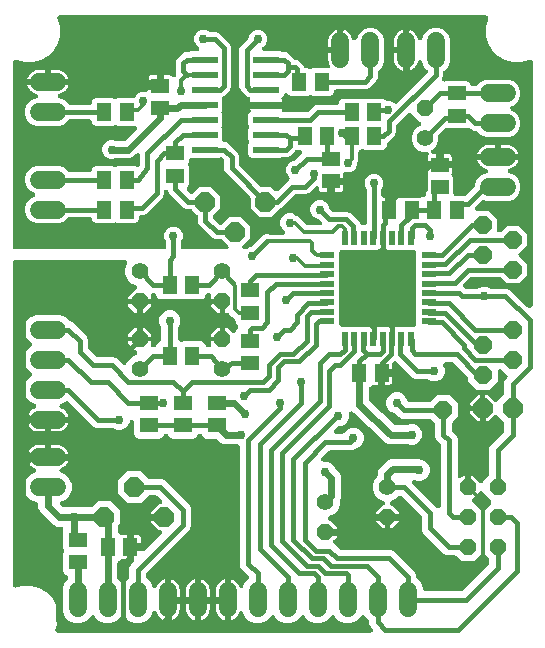
<source format=gbr>
G04 EAGLE Gerber X2 export*
%TF.Part,Single*%
%TF.FileFunction,Copper,L2,Bot,Mixed*%
%TF.FilePolarity,Positive*%
%TF.GenerationSoftware,Autodesk,EAGLE,8.7.1*%
%TF.CreationDate,2019-02-08T14:13:12Z*%
G75*
%MOMM*%
%FSLAX34Y34*%
%LPD*%
%AMOC8*
5,1,8,0,0,1.08239X$1,22.5*%
G01*
%ADD10R,1.300000X1.500000*%
%ADD11P,1.539592X8X112.500000*%
%ADD12C,1.422400*%
%ADD13P,1.539592X8X292.500000*%
%ADD14R,1.500000X1.300000*%
%ADD15R,2.200000X0.600000*%
%ADD16R,0.558800X1.270000*%
%ADD17R,1.270000X0.558800*%
%ADD18P,1.814519X8X112.500000*%
%ADD19P,1.649562X8X22.500000*%
%ADD20P,1.814519X8X22.500000*%
%ADD21P,1.814519X8X202.500000*%
%ADD22C,1.508000*%
%ADD23C,0.406400*%
%ADD24C,0.756400*%
%ADD25C,0.304800*%
%ADD26C,0.609600*%

G36*
X448076Y285308D02*
X448076Y285308D01*
X448094Y285307D01*
X448276Y285328D01*
X448459Y285346D01*
X448476Y285351D01*
X448493Y285353D01*
X448668Y285410D01*
X448844Y285464D01*
X448859Y285473D01*
X448876Y285478D01*
X449036Y285569D01*
X449198Y285656D01*
X449211Y285667D01*
X449227Y285676D01*
X449366Y285796D01*
X449507Y285914D01*
X449518Y285928D01*
X449532Y285939D01*
X449644Y286084D01*
X449759Y286228D01*
X449767Y286243D01*
X449778Y286257D01*
X449860Y286422D01*
X449945Y286585D01*
X449950Y286602D01*
X449958Y286618D01*
X450005Y286796D01*
X450056Y286972D01*
X450058Y286990D01*
X450062Y287007D01*
X450089Y287338D01*
X450089Y493196D01*
X450075Y493341D01*
X450068Y493488D01*
X450055Y493542D01*
X450049Y493597D01*
X450007Y493736D01*
X449971Y493879D01*
X449948Y493929D01*
X449931Y493982D01*
X449862Y494110D01*
X449799Y494242D01*
X449766Y494287D01*
X449739Y494336D01*
X449646Y494448D01*
X449558Y494565D01*
X449517Y494602D01*
X449482Y494645D01*
X449368Y494737D01*
X449259Y494834D01*
X449211Y494863D01*
X449168Y494897D01*
X449038Y494965D01*
X448912Y495039D01*
X448860Y495057D01*
X448811Y495083D01*
X448670Y495123D01*
X448532Y495171D01*
X448477Y495179D01*
X448424Y495194D01*
X448278Y495206D01*
X448133Y495226D01*
X448078Y495223D01*
X448022Y495227D01*
X447878Y495210D01*
X447731Y495201D01*
X447678Y495187D01*
X447623Y495180D01*
X447484Y495135D01*
X447342Y495097D01*
X447285Y495070D01*
X447240Y495055D01*
X447167Y495014D01*
X447042Y494955D01*
X446660Y494735D01*
X440007Y492952D01*
X433118Y492952D01*
X426465Y494735D01*
X420499Y498179D01*
X415629Y503049D01*
X412185Y509015D01*
X410402Y515668D01*
X410402Y522557D01*
X412185Y529210D01*
X412420Y529617D01*
X412480Y529751D01*
X412547Y529880D01*
X412563Y529934D01*
X412585Y529984D01*
X412618Y530127D01*
X412659Y530267D01*
X412663Y530323D01*
X412676Y530377D01*
X412680Y530523D01*
X412692Y530669D01*
X412685Y530724D01*
X412687Y530779D01*
X412662Y530923D01*
X412645Y531068D01*
X412627Y531121D01*
X412618Y531176D01*
X412565Y531312D01*
X412520Y531451D01*
X412493Y531500D01*
X412472Y531551D01*
X412394Y531674D01*
X412322Y531802D01*
X412286Y531844D01*
X412256Y531891D01*
X412154Y531996D01*
X412059Y532107D01*
X412015Y532140D01*
X411976Y532180D01*
X411856Y532264D01*
X411741Y532353D01*
X411691Y532378D01*
X411645Y532410D01*
X411511Y532467D01*
X411380Y532533D01*
X411326Y532547D01*
X411276Y532569D01*
X411133Y532599D01*
X410991Y532637D01*
X410928Y532642D01*
X410882Y532652D01*
X410798Y532653D01*
X410661Y532664D01*
X49714Y532664D01*
X49569Y532650D01*
X49423Y532643D01*
X49369Y532630D01*
X49314Y532624D01*
X49174Y532582D01*
X49032Y532546D01*
X48982Y532523D01*
X48929Y532506D01*
X48800Y532437D01*
X48668Y532374D01*
X48624Y532341D01*
X48575Y532314D01*
X48463Y532221D01*
X48345Y532133D01*
X48308Y532092D01*
X48266Y532057D01*
X48174Y531943D01*
X48076Y531834D01*
X48048Y531786D01*
X48013Y531743D01*
X47946Y531613D01*
X47872Y531487D01*
X47853Y531435D01*
X47828Y531386D01*
X47787Y531245D01*
X47739Y531107D01*
X47732Y531052D01*
X47716Y530999D01*
X47704Y530853D01*
X47685Y530708D01*
X47688Y530653D01*
X47683Y530597D01*
X47700Y530453D01*
X47710Y530306D01*
X47724Y530253D01*
X47730Y530198D01*
X47776Y530059D01*
X47813Y529917D01*
X47840Y529860D01*
X47855Y529815D01*
X47896Y529742D01*
X47955Y529617D01*
X48190Y529210D01*
X49973Y522557D01*
X49973Y515668D01*
X48190Y509015D01*
X44746Y503049D01*
X39876Y498179D01*
X33910Y494735D01*
X27257Y492952D01*
X20368Y492952D01*
X13715Y494735D01*
X13208Y495027D01*
X13074Y495088D01*
X12945Y495155D01*
X12891Y495170D01*
X12841Y495193D01*
X12698Y495226D01*
X12558Y495266D01*
X12502Y495271D01*
X12448Y495283D01*
X12302Y495287D01*
X12156Y495299D01*
X12101Y495293D01*
X12046Y495294D01*
X11902Y495269D01*
X11757Y495252D01*
X11704Y495235D01*
X11649Y495226D01*
X11513Y495173D01*
X11374Y495128D01*
X11325Y495100D01*
X11274Y495080D01*
X11151Y495002D01*
X11023Y494930D01*
X10981Y494893D01*
X10934Y494864D01*
X10829Y494762D01*
X10718Y494666D01*
X10684Y494623D01*
X10645Y494584D01*
X10561Y494464D01*
X10472Y494348D01*
X10447Y494299D01*
X10415Y494253D01*
X10358Y494119D01*
X10292Y493988D01*
X10278Y493934D01*
X10256Y493883D01*
X10226Y493740D01*
X10188Y493599D01*
X10183Y493536D01*
X10173Y493489D01*
X10172Y493406D01*
X10161Y493268D01*
X10161Y336550D01*
X10163Y336532D01*
X10161Y336514D01*
X10182Y336332D01*
X10201Y336149D01*
X10206Y336132D01*
X10208Y336115D01*
X10265Y335940D01*
X10319Y335764D01*
X10327Y335749D01*
X10333Y335732D01*
X10423Y335572D01*
X10511Y335410D01*
X10522Y335397D01*
X10531Y335381D01*
X10651Y335242D01*
X10768Y335101D01*
X10782Y335090D01*
X10794Y335077D01*
X10939Y334964D01*
X11082Y334849D01*
X11098Y334841D01*
X11112Y334830D01*
X11277Y334748D01*
X11439Y334663D01*
X11456Y334658D01*
X11472Y334650D01*
X11651Y334603D01*
X11826Y334552D01*
X11844Y334550D01*
X11861Y334546D01*
X12192Y334519D01*
X137922Y334519D01*
X137940Y334521D01*
X137958Y334519D01*
X138140Y334540D01*
X138323Y334559D01*
X138340Y334564D01*
X138357Y334566D01*
X138532Y334623D01*
X138708Y334677D01*
X138723Y334685D01*
X138740Y334691D01*
X138900Y334781D01*
X139062Y334869D01*
X139075Y334880D01*
X139091Y334889D01*
X139230Y335009D01*
X139371Y335126D01*
X139382Y335140D01*
X139396Y335152D01*
X139508Y335297D01*
X139623Y335440D01*
X139631Y335456D01*
X139642Y335470D01*
X139724Y335635D01*
X139809Y335797D01*
X139814Y335814D01*
X139822Y335831D01*
X139869Y336009D01*
X139920Y336184D01*
X139922Y336202D01*
X139926Y336219D01*
X139953Y336550D01*
X139953Y340233D01*
X139951Y340260D01*
X139953Y340287D01*
X139931Y340461D01*
X139913Y340634D01*
X139906Y340660D01*
X139902Y340686D01*
X139847Y340852D01*
X139795Y341019D01*
X139782Y341043D01*
X139774Y341068D01*
X139687Y341220D01*
X139603Y341373D01*
X139586Y341393D01*
X139573Y341417D01*
X139404Y341616D01*
X138203Y344514D01*
X138203Y347636D01*
X139398Y350520D01*
X141605Y352727D01*
X144489Y353922D01*
X147611Y353922D01*
X150495Y352727D01*
X152702Y350520D01*
X153897Y347636D01*
X153897Y344514D01*
X152701Y341627D01*
X152597Y341494D01*
X152487Y341358D01*
X152474Y341335D01*
X152458Y341313D01*
X152380Y341157D01*
X152298Y341003D01*
X152290Y340977D01*
X152278Y340953D01*
X152233Y340784D01*
X152183Y340617D01*
X152181Y340590D01*
X152174Y340564D01*
X152147Y340233D01*
X152147Y336550D01*
X152149Y336532D01*
X152147Y336514D01*
X152168Y336332D01*
X152187Y336149D01*
X152192Y336132D01*
X152194Y336115D01*
X152251Y335940D01*
X152305Y335764D01*
X152313Y335749D01*
X152319Y335732D01*
X152409Y335572D01*
X152497Y335410D01*
X152508Y335397D01*
X152517Y335381D01*
X152637Y335242D01*
X152754Y335101D01*
X152768Y335090D01*
X152780Y335077D01*
X152925Y334964D01*
X153068Y334849D01*
X153084Y334841D01*
X153098Y334830D01*
X153263Y334748D01*
X153425Y334663D01*
X153442Y334658D01*
X153458Y334650D01*
X153637Y334603D01*
X153812Y334552D01*
X153830Y334550D01*
X153847Y334546D01*
X154178Y334519D01*
X190663Y334519D01*
X190671Y334520D01*
X190680Y334519D01*
X190872Y334540D01*
X191063Y334559D01*
X191072Y334561D01*
X191081Y334562D01*
X191263Y334620D01*
X191448Y334677D01*
X191456Y334681D01*
X191464Y334684D01*
X191633Y334777D01*
X191802Y334869D01*
X191809Y334874D01*
X191817Y334879D01*
X191964Y335003D01*
X192111Y335126D01*
X192117Y335133D01*
X192124Y335139D01*
X192243Y335290D01*
X192364Y335440D01*
X192368Y335448D01*
X192373Y335455D01*
X192461Y335628D01*
X192549Y335797D01*
X192552Y335806D01*
X192556Y335814D01*
X192607Y335999D01*
X192661Y336184D01*
X192661Y336193D01*
X192664Y336202D01*
X192678Y336395D01*
X192693Y336586D01*
X192692Y336594D01*
X192693Y336603D01*
X192669Y336796D01*
X192647Y336985D01*
X192644Y336994D01*
X192643Y337003D01*
X192581Y337186D01*
X192522Y337368D01*
X192517Y337376D01*
X192514Y337384D01*
X192418Y337551D01*
X192324Y337719D01*
X192318Y337726D01*
X192314Y337733D01*
X192099Y337986D01*
X187527Y342558D01*
X187506Y342575D01*
X187489Y342596D01*
X187351Y342702D01*
X187215Y342813D01*
X187192Y342826D01*
X187171Y342842D01*
X187015Y342920D01*
X186860Y343002D01*
X186834Y343010D01*
X186810Y343022D01*
X186641Y343067D01*
X186474Y343117D01*
X186447Y343119D01*
X186421Y343126D01*
X186091Y343153D01*
X181350Y343153D01*
X179109Y344081D01*
X167869Y355321D01*
X166941Y357562D01*
X166941Y362303D01*
X166938Y362330D01*
X166940Y362356D01*
X166918Y362530D01*
X166901Y362704D01*
X166893Y362729D01*
X166890Y362756D01*
X166834Y362921D01*
X166783Y363089D01*
X166770Y363112D01*
X166761Y363137D01*
X166674Y363289D01*
X166591Y363443D01*
X166574Y363463D01*
X166561Y363486D01*
X166346Y363739D01*
X162127Y367958D01*
X162106Y367975D01*
X162089Y367996D01*
X161951Y368103D01*
X161815Y368213D01*
X161792Y368226D01*
X161771Y368242D01*
X161614Y368320D01*
X161460Y368402D01*
X161434Y368410D01*
X161410Y368422D01*
X161241Y368467D01*
X161074Y368517D01*
X161047Y368519D01*
X161021Y368526D01*
X160691Y368553D01*
X157537Y368553D01*
X155296Y369481D01*
X142469Y382309D01*
X141767Y384003D01*
X141765Y384007D01*
X141764Y384012D01*
X141672Y384181D01*
X141577Y384358D01*
X141574Y384362D01*
X141572Y384366D01*
X141448Y384514D01*
X141321Y384669D01*
X141317Y384671D01*
X141314Y384675D01*
X141161Y384798D01*
X141008Y384922D01*
X141004Y384924D01*
X141000Y384927D01*
X140827Y385017D01*
X140651Y385109D01*
X140647Y385111D01*
X140643Y385113D01*
X140456Y385167D01*
X140265Y385222D01*
X140261Y385223D01*
X140256Y385224D01*
X140059Y385240D01*
X139864Y385257D01*
X139859Y385257D01*
X139855Y385257D01*
X139660Y385234D01*
X139464Y385212D01*
X139459Y385211D01*
X139455Y385210D01*
X139270Y385150D01*
X139080Y385089D01*
X139077Y385087D01*
X139072Y385085D01*
X138901Y384989D01*
X138729Y384892D01*
X138726Y384890D01*
X138722Y384887D01*
X138573Y384759D01*
X138423Y384631D01*
X138420Y384627D01*
X138417Y384624D01*
X138297Y384470D01*
X138175Y384314D01*
X138173Y384310D01*
X138170Y384306D01*
X138082Y384128D01*
X137994Y383954D01*
X137993Y383950D01*
X137991Y383946D01*
X137939Y383754D01*
X137888Y383566D01*
X137887Y383561D01*
X137886Y383557D01*
X137859Y383226D01*
X137859Y381375D01*
X136931Y379134D01*
X122516Y364719D01*
X120275Y363791D01*
X118933Y363791D01*
X118916Y363789D01*
X118898Y363790D01*
X118716Y363769D01*
X118533Y363751D01*
X118516Y363746D01*
X118498Y363744D01*
X118324Y363687D01*
X118148Y363633D01*
X118132Y363624D01*
X118115Y363619D01*
X117955Y363528D01*
X117794Y363441D01*
X117780Y363430D01*
X117765Y363421D01*
X117625Y363301D01*
X117485Y363183D01*
X117473Y363169D01*
X117460Y363158D01*
X117347Y363013D01*
X117232Y362869D01*
X117224Y362854D01*
X117213Y362840D01*
X117131Y362675D01*
X117047Y362512D01*
X117042Y362495D01*
X117034Y362479D01*
X116986Y362301D01*
X116935Y362125D01*
X116934Y362107D01*
X116929Y362090D01*
X116902Y361760D01*
X116902Y359991D01*
X116283Y358498D01*
X115140Y357354D01*
X113646Y356735D01*
X99029Y356735D01*
X97615Y357321D01*
X97589Y357329D01*
X97565Y357341D01*
X97397Y357387D01*
X97229Y357437D01*
X97203Y357440D01*
X97177Y357447D01*
X97002Y357459D01*
X96829Y357476D01*
X96802Y357473D01*
X96775Y357475D01*
X96601Y357452D01*
X96428Y357434D01*
X96403Y357426D01*
X96376Y357423D01*
X96060Y357321D01*
X94646Y356735D01*
X80029Y356735D01*
X78535Y357354D01*
X77392Y358498D01*
X76773Y359991D01*
X76773Y360172D01*
X76771Y360190D01*
X76772Y360208D01*
X76751Y360390D01*
X76733Y360573D01*
X76728Y360590D01*
X76726Y360607D01*
X76669Y360782D01*
X76615Y360958D01*
X76606Y360973D01*
X76601Y360990D01*
X76510Y361150D01*
X76423Y361312D01*
X76412Y361325D01*
X76403Y361341D01*
X76283Y361480D01*
X76165Y361621D01*
X76151Y361632D01*
X76140Y361646D01*
X75995Y361758D01*
X75851Y361873D01*
X75836Y361881D01*
X75822Y361892D01*
X75657Y361974D01*
X75494Y362059D01*
X75477Y362064D01*
X75461Y362072D01*
X75283Y362119D01*
X75107Y362170D01*
X75089Y362172D01*
X75072Y362176D01*
X74742Y362203D01*
X58384Y362203D01*
X58357Y362201D01*
X58330Y362203D01*
X58156Y362181D01*
X57983Y362163D01*
X57958Y362156D01*
X57931Y362152D01*
X57765Y362096D01*
X57598Y362045D01*
X57575Y362032D01*
X57549Y362024D01*
X57398Y361937D01*
X57244Y361853D01*
X57224Y361836D01*
X57200Y361823D01*
X56947Y361608D01*
X53801Y358462D01*
X49536Y356695D01*
X29839Y356695D01*
X25574Y358462D01*
X22309Y361726D01*
X20543Y365992D01*
X20543Y370608D01*
X22309Y374874D01*
X25574Y378138D01*
X27953Y379123D01*
X27961Y379128D01*
X27969Y379130D01*
X28139Y379223D01*
X28308Y379314D01*
X28315Y379319D01*
X28322Y379324D01*
X28470Y379447D01*
X28618Y379570D01*
X28624Y379577D01*
X28631Y379583D01*
X28751Y379734D01*
X28872Y379883D01*
X28876Y379890D01*
X28882Y379898D01*
X28970Y380069D01*
X29059Y380239D01*
X29061Y380248D01*
X29065Y380256D01*
X29118Y380440D01*
X29172Y380626D01*
X29173Y380635D01*
X29175Y380643D01*
X29190Y380834D01*
X29207Y381027D01*
X29206Y381036D01*
X29206Y381044D01*
X29183Y381236D01*
X29161Y381427D01*
X29159Y381435D01*
X29158Y381444D01*
X29098Y381625D01*
X29038Y381810D01*
X29034Y381818D01*
X29031Y381826D01*
X28936Y381993D01*
X28842Y382162D01*
X28836Y382168D01*
X28832Y382176D01*
X28706Y382320D01*
X28580Y382467D01*
X28573Y382473D01*
X28567Y382480D01*
X28415Y382597D01*
X28263Y382716D01*
X28255Y382720D01*
X28248Y382725D01*
X27953Y382877D01*
X25574Y383862D01*
X22309Y387126D01*
X20543Y391392D01*
X20543Y396008D01*
X22309Y400274D01*
X25574Y403538D01*
X29839Y405305D01*
X49536Y405305D01*
X53801Y403538D01*
X56947Y400392D01*
X56968Y400375D01*
X56986Y400354D01*
X57124Y400247D01*
X57259Y400137D01*
X57283Y400124D01*
X57304Y400108D01*
X57460Y400030D01*
X57615Y399948D01*
X57640Y399940D01*
X57664Y399928D01*
X57833Y399883D01*
X58000Y399833D01*
X58027Y399831D01*
X58053Y399824D01*
X58384Y399797D01*
X74742Y399797D01*
X74759Y399799D01*
X74777Y399797D01*
X74959Y399818D01*
X75142Y399837D01*
X75159Y399842D01*
X75177Y399844D01*
X75351Y399901D01*
X75527Y399955D01*
X75543Y399963D01*
X75560Y399969D01*
X75720Y400059D01*
X75881Y400147D01*
X75895Y400158D01*
X75910Y400167D01*
X76050Y400287D01*
X76190Y400404D01*
X76202Y400418D01*
X76215Y400430D01*
X76328Y400575D01*
X76443Y400718D01*
X76451Y400734D01*
X76462Y400748D01*
X76544Y400913D01*
X76628Y401075D01*
X76633Y401092D01*
X76641Y401108D01*
X76689Y401287D01*
X76740Y401462D01*
X76741Y401480D01*
X76746Y401497D01*
X76773Y401828D01*
X76773Y402009D01*
X77392Y403502D01*
X78535Y404646D01*
X80029Y405265D01*
X94646Y405265D01*
X96060Y404679D01*
X96086Y404671D01*
X96110Y404659D01*
X96279Y404613D01*
X96446Y404563D01*
X96472Y404560D01*
X96498Y404553D01*
X96673Y404541D01*
X96846Y404524D01*
X96873Y404527D01*
X96900Y404525D01*
X97072Y404548D01*
X97247Y404566D01*
X97273Y404574D01*
X97299Y404577D01*
X97615Y404679D01*
X99029Y405265D01*
X113646Y405265D01*
X114920Y404737D01*
X114933Y404733D01*
X114944Y404727D01*
X115125Y404675D01*
X115305Y404621D01*
X115318Y404619D01*
X115331Y404616D01*
X115520Y404600D01*
X115706Y404583D01*
X115719Y404584D01*
X115733Y404583D01*
X115919Y404605D01*
X116106Y404624D01*
X116119Y404628D01*
X116132Y404630D01*
X116310Y404688D01*
X116491Y404744D01*
X116502Y404750D01*
X116515Y404755D01*
X116679Y404847D01*
X116844Y404937D01*
X116854Y404946D01*
X116866Y404952D01*
X117008Y405075D01*
X117152Y405196D01*
X117160Y405207D01*
X117171Y405216D01*
X117285Y405364D01*
X117403Y405511D01*
X117409Y405523D01*
X117417Y405534D01*
X117501Y405701D01*
X117587Y405869D01*
X117591Y405882D01*
X117597Y405894D01*
X117646Y406076D01*
X117697Y406257D01*
X117698Y406270D01*
X117701Y406283D01*
X117728Y406614D01*
X117728Y413915D01*
X117727Y413924D01*
X117728Y413933D01*
X117707Y414125D01*
X117688Y414316D01*
X117686Y414325D01*
X117685Y414334D01*
X117627Y414516D01*
X117570Y414701D01*
X117566Y414709D01*
X117563Y414717D01*
X117470Y414886D01*
X117378Y415055D01*
X117373Y415062D01*
X117368Y415070D01*
X117244Y415216D01*
X117121Y415364D01*
X117114Y415370D01*
X117108Y415377D01*
X116957Y415496D01*
X116807Y415617D01*
X116799Y415621D01*
X116792Y415626D01*
X116621Y415713D01*
X116450Y415802D01*
X116441Y415805D01*
X116433Y415809D01*
X116247Y415860D01*
X116063Y415914D01*
X116054Y415914D01*
X116045Y415917D01*
X115853Y415931D01*
X115661Y415946D01*
X115653Y415945D01*
X115644Y415946D01*
X115451Y415922D01*
X115262Y415900D01*
X115253Y415897D01*
X115244Y415896D01*
X115061Y415834D01*
X114879Y415775D01*
X114871Y415770D01*
X114863Y415767D01*
X114697Y415672D01*
X114528Y415577D01*
X114521Y415571D01*
X114514Y415566D01*
X114261Y415352D01*
X112992Y414083D01*
X112990Y414080D01*
X112986Y414077D01*
X111994Y413076D01*
X110691Y412537D01*
X110688Y412535D01*
X110683Y412533D01*
X110534Y412471D01*
X109381Y411987D01*
X107973Y411987D01*
X107969Y411987D01*
X107964Y411987D01*
X97367Y411940D01*
X97340Y411938D01*
X97314Y411939D01*
X97141Y411917D01*
X96967Y411899D01*
X96941Y411891D01*
X96915Y411887D01*
X96599Y411786D01*
X95160Y411190D01*
X92038Y411190D01*
X89154Y412384D01*
X86947Y414592D01*
X85752Y417476D01*
X85752Y420597D01*
X86947Y423481D01*
X89154Y425689D01*
X92038Y426883D01*
X95160Y426883D01*
X96519Y426320D01*
X96553Y426310D01*
X96585Y426294D01*
X96745Y426252D01*
X96904Y426204D01*
X96940Y426200D01*
X96974Y426191D01*
X97304Y426166D01*
X97305Y426166D01*
X104155Y426196D01*
X104177Y426198D01*
X104199Y426197D01*
X104377Y426219D01*
X104555Y426238D01*
X104576Y426244D01*
X104598Y426247D01*
X104768Y426304D01*
X104940Y426358D01*
X104959Y426368D01*
X104980Y426375D01*
X105136Y426465D01*
X105293Y426551D01*
X105310Y426565D01*
X105329Y426576D01*
X105582Y426791D01*
X114609Y435818D01*
X114614Y435825D01*
X114621Y435830D01*
X114742Y435980D01*
X114864Y436129D01*
X114868Y436137D01*
X114874Y436144D01*
X114963Y436315D01*
X115052Y436485D01*
X115055Y436493D01*
X115059Y436501D01*
X115112Y436687D01*
X115167Y436871D01*
X115168Y436880D01*
X115171Y436888D01*
X115186Y437080D01*
X115204Y437272D01*
X115203Y437281D01*
X115203Y437290D01*
X115181Y437479D01*
X115160Y437672D01*
X115158Y437681D01*
X115157Y437689D01*
X115097Y437871D01*
X115039Y438056D01*
X115034Y438064D01*
X115032Y438072D01*
X114937Y438241D01*
X114844Y438408D01*
X114838Y438415D01*
X114834Y438423D01*
X114708Y438569D01*
X114583Y438715D01*
X114576Y438721D01*
X114571Y438728D01*
X114419Y438845D01*
X114268Y438965D01*
X114260Y438969D01*
X114253Y438974D01*
X114080Y439060D01*
X113909Y439147D01*
X113900Y439150D01*
X113892Y439154D01*
X113706Y439204D01*
X113521Y439255D01*
X113512Y439256D01*
X113503Y439258D01*
X113172Y439285D01*
X99029Y439285D01*
X97615Y439871D01*
X97589Y439879D01*
X97565Y439891D01*
X97396Y439937D01*
X97229Y439987D01*
X97203Y439990D01*
X97177Y439997D01*
X97002Y440009D01*
X96829Y440026D01*
X96802Y440023D01*
X96775Y440025D01*
X96603Y440002D01*
X96428Y439984D01*
X96402Y439976D01*
X96376Y439973D01*
X96060Y439871D01*
X94646Y439285D01*
X80029Y439285D01*
X78535Y439904D01*
X77392Y441048D01*
X76773Y442541D01*
X76773Y442722D01*
X76771Y442740D01*
X76772Y442758D01*
X76751Y442940D01*
X76733Y443123D01*
X76728Y443140D01*
X76726Y443157D01*
X76669Y443332D01*
X76615Y443508D01*
X76606Y443523D01*
X76601Y443540D01*
X76510Y443700D01*
X76423Y443862D01*
X76412Y443875D01*
X76403Y443891D01*
X76283Y444030D01*
X76165Y444171D01*
X76151Y444182D01*
X76140Y444196D01*
X75995Y444308D01*
X75851Y444423D01*
X75836Y444431D01*
X75822Y444442D01*
X75657Y444524D01*
X75494Y444609D01*
X75477Y444614D01*
X75461Y444622D01*
X75283Y444669D01*
X75107Y444720D01*
X75089Y444722D01*
X75072Y444726D01*
X74742Y444753D01*
X58384Y444753D01*
X58357Y444751D01*
X58330Y444753D01*
X58156Y444731D01*
X57983Y444713D01*
X57958Y444706D01*
X57931Y444702D01*
X57765Y444646D01*
X57598Y444595D01*
X57575Y444582D01*
X57549Y444574D01*
X57398Y444487D01*
X57244Y444403D01*
X57224Y444386D01*
X57200Y444373D01*
X56947Y444158D01*
X53801Y441012D01*
X49536Y439245D01*
X29839Y439245D01*
X25574Y441012D01*
X22309Y444276D01*
X20543Y448542D01*
X20543Y453158D01*
X22309Y457424D01*
X25574Y460688D01*
X30091Y462559D01*
X30135Y462583D01*
X30182Y462599D01*
X30223Y462624D01*
X30249Y462635D01*
X30327Y462686D01*
X30446Y462749D01*
X30484Y462781D01*
X30527Y462806D01*
X30565Y462841D01*
X30586Y462855D01*
X30649Y462917D01*
X30757Y463006D01*
X30788Y463044D01*
X30824Y463078D01*
X30856Y463121D01*
X30873Y463137D01*
X30921Y463208D01*
X31010Y463318D01*
X31033Y463362D01*
X31063Y463402D01*
X31086Y463453D01*
X31099Y463471D01*
X31130Y463547D01*
X31197Y463675D01*
X31211Y463722D01*
X31232Y463767D01*
X31245Y463823D01*
X31254Y463842D01*
X31270Y463922D01*
X31311Y464061D01*
X31315Y464111D01*
X31326Y464159D01*
X31329Y464216D01*
X31333Y464237D01*
X31333Y464318D01*
X31345Y464462D01*
X31340Y464512D01*
X31341Y464561D01*
X31332Y464617D01*
X31332Y464640D01*
X31316Y464720D01*
X31300Y464863D01*
X31285Y464910D01*
X31277Y464959D01*
X31257Y465011D01*
X31252Y465035D01*
X31220Y465112D01*
X31177Y465246D01*
X31153Y465289D01*
X31135Y465335D01*
X31106Y465382D01*
X31096Y465406D01*
X31047Y465478D01*
X30980Y465597D01*
X30948Y465635D01*
X30922Y465677D01*
X30886Y465715D01*
X30870Y465739D01*
X30804Y465803D01*
X30719Y465903D01*
X30680Y465934D01*
X30646Y465970D01*
X30605Y465998D01*
X30583Y466021D01*
X30501Y466073D01*
X30402Y466151D01*
X30357Y466174D01*
X30317Y466202D01*
X30274Y466221D01*
X30245Y466240D01*
X30126Y466290D01*
X30042Y466332D01*
X29994Y466345D01*
X29949Y466365D01*
X29941Y466367D01*
X29939Y466368D01*
X28278Y466908D01*
X26864Y467628D01*
X25580Y468561D01*
X24458Y469683D01*
X23526Y470966D01*
X22805Y472380D01*
X22360Y473751D01*
X39219Y473751D01*
X39237Y473752D01*
X39255Y473751D01*
X39437Y473772D01*
X39620Y473791D01*
X39637Y473796D01*
X39655Y473798D01*
X39695Y473811D01*
X39790Y473784D01*
X39808Y473782D01*
X39825Y473778D01*
X40156Y473751D01*
X57015Y473751D01*
X56570Y472380D01*
X55849Y470966D01*
X54917Y469683D01*
X53795Y468561D01*
X52511Y467628D01*
X51097Y466908D01*
X49436Y466368D01*
X49401Y466353D01*
X49359Y466342D01*
X49314Y466320D01*
X49267Y466306D01*
X49161Y466247D01*
X49067Y466206D01*
X49039Y466187D01*
X48997Y466166D01*
X48957Y466136D01*
X48914Y466112D01*
X48817Y466030D01*
X48738Y465975D01*
X48716Y465953D01*
X48676Y465922D01*
X48644Y465885D01*
X48606Y465853D01*
X48523Y465749D01*
X48460Y465683D01*
X48445Y465660D01*
X48410Y465620D01*
X48386Y465577D01*
X48355Y465538D01*
X48292Y465416D01*
X48246Y465343D01*
X48237Y465319D01*
X48209Y465271D01*
X48194Y465224D01*
X48171Y465180D01*
X48133Y465044D01*
X48103Y464966D01*
X48099Y464943D01*
X48081Y464890D01*
X48075Y464840D01*
X48061Y464793D01*
X48050Y464649D01*
X48037Y464569D01*
X48038Y464547D01*
X48030Y464490D01*
X48034Y464441D01*
X48030Y464391D01*
X48048Y464247D01*
X48050Y464167D01*
X48055Y464146D01*
X48060Y464089D01*
X48073Y464041D01*
X48079Y463992D01*
X48124Y463854D01*
X48143Y463775D01*
X48152Y463755D01*
X48167Y463701D01*
X48190Y463656D01*
X48205Y463610D01*
X48277Y463484D01*
X48311Y463409D01*
X48325Y463391D01*
X48350Y463342D01*
X48380Y463303D01*
X48405Y463260D01*
X48498Y463152D01*
X48548Y463084D01*
X48566Y463067D01*
X48599Y463026D01*
X48637Y462994D01*
X48669Y462956D01*
X48779Y462872D01*
X48845Y462811D01*
X48867Y462798D01*
X48906Y462765D01*
X48949Y462741D01*
X48988Y462711D01*
X49137Y462634D01*
X49189Y462603D01*
X49216Y462593D01*
X49258Y462570D01*
X49270Y462566D01*
X49284Y462559D01*
X53801Y460688D01*
X56947Y457542D01*
X56968Y457525D01*
X56986Y457504D01*
X57124Y457397D01*
X57259Y457287D01*
X57283Y457274D01*
X57304Y457258D01*
X57460Y457180D01*
X57615Y457098D01*
X57640Y457090D01*
X57664Y457078D01*
X57833Y457033D01*
X58000Y456983D01*
X58027Y456981D01*
X58053Y456974D01*
X58384Y456947D01*
X74742Y456947D01*
X74759Y456949D01*
X74777Y456947D01*
X74959Y456968D01*
X75142Y456987D01*
X75159Y456992D01*
X75177Y456994D01*
X75351Y457051D01*
X75527Y457105D01*
X75543Y457113D01*
X75560Y457119D01*
X75720Y457209D01*
X75881Y457297D01*
X75895Y457308D01*
X75910Y457317D01*
X76050Y457437D01*
X76190Y457554D01*
X76202Y457568D01*
X76215Y457580D01*
X76328Y457725D01*
X76443Y457868D01*
X76451Y457884D01*
X76462Y457898D01*
X76544Y458063D01*
X76628Y458225D01*
X76633Y458242D01*
X76641Y458258D01*
X76689Y458437D01*
X76740Y458612D01*
X76741Y458630D01*
X76746Y458647D01*
X76773Y458978D01*
X76773Y459159D01*
X77392Y460652D01*
X78535Y461796D01*
X80029Y462415D01*
X94646Y462415D01*
X96060Y461829D01*
X96086Y461821D01*
X96110Y461809D01*
X96278Y461763D01*
X96446Y461713D01*
X96472Y461710D01*
X96498Y461703D01*
X96673Y461691D01*
X96846Y461674D01*
X96873Y461677D01*
X96900Y461675D01*
X97073Y461698D01*
X97247Y461716D01*
X97272Y461724D01*
X97299Y461727D01*
X97615Y461829D01*
X99029Y462415D01*
X111644Y462415D01*
X111667Y462417D01*
X111689Y462415D01*
X111866Y462437D01*
X112045Y462455D01*
X112066Y462461D01*
X112089Y462464D01*
X112258Y462520D01*
X112430Y462573D01*
X112450Y462583D01*
X112471Y462590D01*
X112627Y462679D01*
X112784Y462765D01*
X112801Y462779D01*
X112820Y462790D01*
X112956Y462908D01*
X113093Y463022D01*
X113107Y463040D01*
X113124Y463054D01*
X113233Y463196D01*
X113346Y463336D01*
X113356Y463356D01*
X113369Y463374D01*
X113521Y463669D01*
X113998Y464820D01*
X116205Y467027D01*
X119089Y468222D01*
X122254Y468222D01*
X122293Y468211D01*
X122473Y468156D01*
X122487Y468155D01*
X122500Y468151D01*
X122688Y468136D01*
X122874Y468118D01*
X122888Y468119D01*
X122901Y468118D01*
X123088Y468140D01*
X123275Y468160D01*
X123288Y468164D01*
X123301Y468165D01*
X123480Y468223D01*
X123659Y468279D01*
X123671Y468286D01*
X123684Y468290D01*
X123847Y468382D01*
X124012Y468473D01*
X124023Y468481D01*
X124034Y468488D01*
X124176Y468610D01*
X124320Y468732D01*
X124329Y468742D01*
X124339Y468751D01*
X124454Y468899D01*
X124571Y469047D01*
X124578Y469059D01*
X124586Y469069D01*
X124669Y469237D01*
X124755Y469405D01*
X124759Y469418D01*
X124765Y469430D01*
X124814Y469611D01*
X124865Y469792D01*
X124866Y469801D01*
X133719Y469801D01*
X133737Y469802D01*
X133755Y469801D01*
X133937Y469822D01*
X134120Y469841D01*
X134137Y469846D01*
X134155Y469848D01*
X134329Y469905D01*
X134505Y469959D01*
X134521Y469967D01*
X134537Y469973D01*
X134698Y470063D01*
X134859Y470150D01*
X134873Y470162D01*
X134888Y470171D01*
X135027Y470291D01*
X135168Y470408D01*
X135179Y470422D01*
X135193Y470434D01*
X135305Y470579D01*
X135420Y470722D01*
X135429Y470738D01*
X135440Y470752D01*
X135522Y470917D01*
X135606Y471079D01*
X135611Y471096D01*
X135619Y471112D01*
X135667Y471291D01*
X135717Y471466D01*
X135719Y471484D01*
X135723Y471501D01*
X135751Y471832D01*
X135751Y472237D01*
X136156Y472237D01*
X136173Y472239D01*
X136191Y472237D01*
X136373Y472259D01*
X136556Y472277D01*
X136573Y472282D01*
X136591Y472284D01*
X136765Y472341D01*
X136941Y472395D01*
X136957Y472403D01*
X136974Y472409D01*
X137134Y472499D01*
X137295Y472587D01*
X137309Y472598D01*
X137324Y472607D01*
X137464Y472727D01*
X137604Y472845D01*
X137616Y472858D01*
X137629Y472870D01*
X137742Y473015D01*
X137857Y473158D01*
X137865Y473174D01*
X137876Y473188D01*
X137958Y473353D01*
X138042Y473516D01*
X138047Y473533D01*
X138055Y473549D01*
X138103Y473727D01*
X138154Y473902D01*
X138155Y473920D01*
X138160Y473937D01*
X138187Y474268D01*
X138187Y482091D01*
X142772Y482091D01*
X143418Y481918D01*
X143998Y481583D01*
X144571Y481010D01*
X144588Y480986D01*
X144649Y480929D01*
X144702Y480866D01*
X144796Y480792D01*
X144883Y480711D01*
X144953Y480668D01*
X145018Y480616D01*
X145124Y480563D01*
X145226Y480500D01*
X145303Y480472D01*
X145377Y480434D01*
X145492Y480402D01*
X145603Y480361D01*
X145685Y480348D01*
X145765Y480326D01*
X145884Y480317D01*
X146001Y480299D01*
X146084Y480303D01*
X146167Y480297D01*
X146285Y480312D01*
X146403Y480317D01*
X146484Y480337D01*
X146566Y480347D01*
X146679Y480385D01*
X146794Y480413D01*
X146869Y480449D01*
X146948Y480475D01*
X147051Y480535D01*
X147158Y480585D01*
X147225Y480635D01*
X147297Y480676D01*
X147412Y480774D01*
X147481Y480826D01*
X147509Y480856D01*
X147550Y480891D01*
X147906Y481248D01*
X147921Y481265D01*
X147938Y481279D01*
X148048Y481420D01*
X148162Y481559D01*
X148172Y481579D01*
X148186Y481596D01*
X148266Y481756D01*
X148350Y481915D01*
X148357Y481936D01*
X148367Y481956D01*
X148414Y482130D01*
X148465Y482301D01*
X148467Y482323D01*
X148473Y482345D01*
X148485Y482523D01*
X148501Y482702D01*
X148499Y482724D01*
X148500Y482746D01*
X148477Y482923D01*
X148458Y483102D01*
X148451Y483123D01*
X148448Y483145D01*
X148347Y483461D01*
X147891Y484562D01*
X147891Y493338D01*
X148819Y495579D01*
X150819Y497579D01*
X150820Y497579D01*
X151708Y498468D01*
X153709Y500469D01*
X155950Y501397D01*
X157944Y501397D01*
X157972Y501399D01*
X157999Y501397D01*
X158172Y501419D01*
X158345Y501437D01*
X158371Y501445D01*
X158398Y501448D01*
X158563Y501504D01*
X158730Y501555D01*
X158754Y501568D01*
X158780Y501576D01*
X158917Y501656D01*
X160629Y502365D01*
X165847Y502365D01*
X165856Y502366D01*
X165865Y502365D01*
X166057Y502386D01*
X166248Y502405D01*
X166256Y502407D01*
X166265Y502408D01*
X166447Y502466D01*
X166633Y502523D01*
X166640Y502527D01*
X166649Y502530D01*
X166817Y502623D01*
X166987Y502715D01*
X166993Y502720D01*
X167001Y502725D01*
X167148Y502849D01*
X167296Y502972D01*
X167301Y502979D01*
X167308Y502985D01*
X167427Y503136D01*
X167548Y503286D01*
X167552Y503294D01*
X167558Y503301D01*
X167646Y503474D01*
X167734Y503643D01*
X167736Y503652D01*
X167740Y503660D01*
X167792Y503846D01*
X167845Y504030D01*
X167846Y504039D01*
X167848Y504048D01*
X167862Y504238D01*
X167878Y504432D01*
X167877Y504440D01*
X167878Y504449D01*
X167853Y504642D01*
X167831Y504831D01*
X167828Y504840D01*
X167827Y504849D01*
X167766Y505032D01*
X167706Y505214D01*
X167702Y505222D01*
X167699Y505230D01*
X167604Y505396D01*
X167508Y505565D01*
X167502Y505572D01*
X167498Y505579D01*
X167283Y505832D01*
X164798Y508318D01*
X163603Y511202D01*
X163603Y514323D01*
X164798Y517207D01*
X167005Y519415D01*
X169889Y520609D01*
X173011Y520609D01*
X175898Y519413D01*
X176031Y519310D01*
X176167Y519199D01*
X176190Y519187D01*
X176212Y519170D01*
X176368Y519092D01*
X176522Y519011D01*
X176548Y519003D01*
X176572Y518991D01*
X176741Y518945D01*
X176908Y518896D01*
X176935Y518893D01*
X176961Y518886D01*
X177292Y518859D01*
X182188Y518859D01*
X184429Y517931D01*
X192080Y510279D01*
X194081Y508279D01*
X195009Y506038D01*
X195009Y471862D01*
X194081Y469621D01*
X189191Y464731D01*
X188310Y464367D01*
X188294Y464358D01*
X188277Y464353D01*
X188117Y464263D01*
X187955Y464176D01*
X187941Y464165D01*
X187926Y464156D01*
X187786Y464037D01*
X187645Y463920D01*
X187633Y463906D01*
X187620Y463894D01*
X187507Y463750D01*
X187391Y463607D01*
X187383Y463591D01*
X187372Y463577D01*
X187290Y463414D01*
X187204Y463251D01*
X187199Y463234D01*
X187191Y463218D01*
X187142Y463041D01*
X187091Y462864D01*
X187089Y462846D01*
X187085Y462829D01*
X187072Y462646D01*
X187056Y462463D01*
X187058Y462445D01*
X187057Y462428D01*
X187081Y462246D01*
X187101Y462063D01*
X187107Y462046D01*
X187109Y462028D01*
X187211Y461712D01*
X187502Y461008D01*
X187502Y453391D01*
X186771Y451627D01*
X186764Y451602D01*
X186752Y451578D01*
X186706Y451409D01*
X186655Y451242D01*
X186652Y451215D01*
X186645Y451189D01*
X186633Y451015D01*
X186617Y450841D01*
X186620Y450814D01*
X186618Y450788D01*
X186640Y450615D01*
X186659Y450441D01*
X186666Y450415D01*
X186670Y450389D01*
X186771Y450073D01*
X187502Y448309D01*
X187502Y440691D01*
X186771Y438927D01*
X186764Y438902D01*
X186752Y438878D01*
X186706Y438709D01*
X186655Y438542D01*
X186652Y438515D01*
X186645Y438489D01*
X186633Y438315D01*
X186617Y438141D01*
X186620Y438114D01*
X186618Y438088D01*
X186640Y437915D01*
X186659Y437741D01*
X186666Y437715D01*
X186670Y437689D01*
X186771Y437373D01*
X187502Y435609D01*
X187502Y427989D01*
X187498Y427981D01*
X187446Y427801D01*
X187392Y427620D01*
X187390Y427607D01*
X187387Y427594D01*
X187371Y427405D01*
X187353Y427219D01*
X187355Y427206D01*
X187354Y427192D01*
X187376Y427005D01*
X187395Y426819D01*
X187399Y426806D01*
X187401Y426793D01*
X187459Y426614D01*
X187515Y426434D01*
X187521Y426423D01*
X187525Y426410D01*
X187618Y426246D01*
X187708Y426081D01*
X187717Y426071D01*
X187723Y426059D01*
X187847Y425916D01*
X187967Y425773D01*
X187978Y425765D01*
X187986Y425754D01*
X188135Y425639D01*
X188282Y425522D01*
X188294Y425516D01*
X188305Y425508D01*
X188473Y425424D01*
X188640Y425338D01*
X188653Y425334D01*
X188665Y425328D01*
X188847Y425279D01*
X189027Y425228D01*
X189041Y425227D01*
X189054Y425224D01*
X189385Y425197D01*
X190125Y425197D01*
X192366Y424269D01*
X200431Y416204D01*
X201359Y413963D01*
X201359Y406592D01*
X201362Y406565D01*
X201360Y406538D01*
X201382Y406365D01*
X201399Y406191D01*
X201407Y406166D01*
X201410Y406139D01*
X201466Y405973D01*
X201517Y405806D01*
X201530Y405783D01*
X201539Y405757D01*
X201626Y405606D01*
X201709Y405452D01*
X201726Y405432D01*
X201739Y405408D01*
X201954Y405155D01*
X219418Y387692D01*
X219439Y387675D01*
X219456Y387654D01*
X219594Y387547D01*
X219729Y387437D01*
X219753Y387424D01*
X219774Y387408D01*
X219931Y387330D01*
X220085Y387248D01*
X220111Y387240D01*
X220135Y387228D01*
X220304Y387183D01*
X220471Y387133D01*
X220498Y387131D01*
X220524Y387124D01*
X220854Y387097D01*
X228993Y387097D01*
X231654Y384436D01*
X231668Y384425D01*
X231679Y384411D01*
X231823Y384297D01*
X231965Y384181D01*
X231981Y384173D01*
X231995Y384162D01*
X232159Y384078D01*
X232321Y383992D01*
X232338Y383987D01*
X232354Y383979D01*
X232531Y383930D01*
X232707Y383878D01*
X232725Y383876D01*
X232742Y383871D01*
X232925Y383858D01*
X233108Y383841D01*
X233126Y383843D01*
X233143Y383842D01*
X233325Y383865D01*
X233508Y383885D01*
X233525Y383890D01*
X233543Y383892D01*
X233716Y383950D01*
X233892Y384006D01*
X233908Y384015D01*
X233925Y384020D01*
X234084Y384112D01*
X234244Y384201D01*
X234258Y384212D01*
X234273Y384221D01*
X234526Y384436D01*
X242609Y392519D01*
X243089Y392717D01*
X243101Y392724D01*
X243113Y392728D01*
X243277Y392818D01*
X243444Y392907D01*
X243454Y392916D01*
X243466Y392923D01*
X243610Y393045D01*
X243754Y393164D01*
X243763Y393174D01*
X243773Y393183D01*
X243890Y393331D01*
X244008Y393477D01*
X244014Y393488D01*
X244022Y393499D01*
X244107Y393666D01*
X244195Y393833D01*
X244199Y393846D01*
X244205Y393858D01*
X244255Y394039D01*
X244308Y394219D01*
X244309Y394233D01*
X244313Y394246D01*
X244326Y394434D01*
X244343Y394621D01*
X244341Y394634D01*
X244342Y394647D01*
X244318Y394835D01*
X244297Y395021D01*
X244293Y395033D01*
X244292Y395047D01*
X244232Y395225D01*
X244174Y395404D01*
X244168Y395416D01*
X244163Y395428D01*
X244070Y395590D01*
X243978Y395755D01*
X243969Y395766D01*
X243962Y395777D01*
X243748Y396030D01*
X242585Y397193D01*
X241391Y400077D01*
X241391Y403198D01*
X242585Y406082D01*
X244793Y408290D01*
X247680Y409486D01*
X247848Y409507D01*
X248021Y409524D01*
X248047Y409532D01*
X248074Y409535D01*
X248239Y409591D01*
X248406Y409642D01*
X248430Y409655D01*
X248455Y409664D01*
X248607Y409751D01*
X248760Y409834D01*
X248781Y409851D01*
X248804Y409864D01*
X249057Y410079D01*
X254158Y415180D01*
X254164Y415187D01*
X254171Y415193D01*
X254291Y415342D01*
X254413Y415492D01*
X254417Y415500D01*
X254423Y415507D01*
X254511Y415677D01*
X254602Y415847D01*
X254604Y415856D01*
X254608Y415864D01*
X254662Y416049D01*
X254717Y416233D01*
X254717Y416242D01*
X254720Y416251D01*
X254736Y416442D01*
X254753Y416634D01*
X254752Y416643D01*
X254753Y416652D01*
X254731Y416841D01*
X254710Y417035D01*
X254707Y417043D01*
X254706Y417052D01*
X254646Y417234D01*
X254588Y417418D01*
X254584Y417426D01*
X254581Y417435D01*
X254486Y417603D01*
X254393Y417771D01*
X254388Y417777D01*
X254383Y417785D01*
X254257Y417931D01*
X254133Y418078D01*
X254126Y418083D01*
X254120Y418090D01*
X253969Y418207D01*
X253817Y418327D01*
X253809Y418331D01*
X253802Y418337D01*
X253630Y418422D01*
X253458Y418510D01*
X253449Y418512D01*
X253441Y418516D01*
X253255Y418566D01*
X253070Y418618D01*
X253061Y418618D01*
X253053Y418621D01*
X252722Y418648D01*
X250311Y418648D01*
X250285Y418645D01*
X250258Y418647D01*
X250084Y418625D01*
X249911Y418608D01*
X249885Y418600D01*
X249858Y418597D01*
X249693Y418541D01*
X249526Y418490D01*
X249502Y418477D01*
X249477Y418468D01*
X249325Y418381D01*
X249172Y418298D01*
X249151Y418281D01*
X249128Y418268D01*
X248875Y418053D01*
X244754Y413931D01*
X242513Y413003D01*
X238931Y413003D01*
X238903Y413001D01*
X238876Y413003D01*
X238703Y412981D01*
X238530Y412963D01*
X238504Y412955D01*
X238477Y412952D01*
X238312Y412896D01*
X238145Y412845D01*
X238121Y412832D01*
X238095Y412824D01*
X237958Y412744D01*
X236246Y412035D01*
X212629Y412035D01*
X211135Y412654D01*
X209992Y413798D01*
X209373Y415291D01*
X209373Y422909D01*
X210104Y424673D01*
X210111Y424698D01*
X210123Y424722D01*
X210169Y424891D01*
X210220Y425058D01*
X210223Y425085D01*
X210230Y425111D01*
X210242Y425285D01*
X210258Y425459D01*
X210255Y425486D01*
X210257Y425512D01*
X210235Y425685D01*
X210216Y425859D01*
X210209Y425885D01*
X210205Y425911D01*
X210104Y426227D01*
X209373Y427991D01*
X209373Y435609D01*
X210104Y437373D01*
X210111Y437398D01*
X210123Y437422D01*
X210170Y437591D01*
X210220Y437758D01*
X210222Y437785D01*
X210230Y437811D01*
X210242Y437986D01*
X210258Y438159D01*
X210255Y438185D01*
X210257Y438212D01*
X210235Y438386D01*
X210216Y438559D01*
X210209Y438585D01*
X210205Y438611D01*
X210104Y438927D01*
X209373Y440691D01*
X209373Y448309D01*
X209992Y449802D01*
X210824Y450635D01*
X210922Y450755D01*
X211026Y450870D01*
X211049Y450910D01*
X211079Y450946D01*
X211152Y451083D01*
X211230Y451217D01*
X211246Y451261D01*
X211267Y451302D01*
X211312Y451451D01*
X211363Y451597D01*
X211369Y451643D01*
X211382Y451688D01*
X211396Y451842D01*
X211417Y451996D01*
X211414Y452042D01*
X211419Y452089D01*
X211402Y452243D01*
X211392Y452398D01*
X211380Y452443D01*
X211375Y452489D01*
X211328Y452637D01*
X211288Y452787D01*
X211266Y452834D01*
X211254Y452873D01*
X211212Y452949D01*
X211146Y453087D01*
X211070Y453219D01*
X210897Y453865D01*
X210897Y455169D01*
X224437Y455169D01*
X224438Y455169D01*
X237978Y455169D01*
X237978Y453865D01*
X237788Y453154D01*
X237774Y453073D01*
X237751Y452994D01*
X237742Y452874D01*
X237722Y452756D01*
X237725Y452674D01*
X237719Y452592D01*
X237733Y452474D01*
X237737Y452354D01*
X237756Y452274D01*
X237766Y452193D01*
X237803Y452079D01*
X237830Y451962D01*
X237865Y451888D01*
X237890Y451810D01*
X237949Y451705D01*
X237999Y451597D01*
X238048Y451531D01*
X238088Y451459D01*
X238167Y451369D01*
X238237Y451272D01*
X238298Y451217D01*
X238351Y451154D01*
X238446Y451081D01*
X238534Y451000D01*
X238605Y450958D01*
X238670Y450908D01*
X238777Y450854D01*
X238879Y450793D01*
X238956Y450765D01*
X239030Y450728D01*
X239146Y450697D01*
X239258Y450657D01*
X239339Y450645D01*
X239419Y450624D01*
X239571Y450611D01*
X239657Y450599D01*
X239697Y450601D01*
X239750Y450597D01*
X258571Y450597D01*
X258597Y450599D01*
X258624Y450597D01*
X258798Y450619D01*
X258971Y450637D01*
X258997Y450644D01*
X259024Y450648D01*
X259189Y450703D01*
X259356Y450755D01*
X259380Y450768D01*
X259405Y450776D01*
X259557Y450863D01*
X259710Y450947D01*
X259731Y450964D01*
X259754Y450977D01*
X260007Y451192D01*
X264834Y456019D01*
X267075Y456947D01*
X284292Y456947D01*
X284309Y456949D01*
X284327Y456947D01*
X284509Y456968D01*
X284692Y456987D01*
X284709Y456992D01*
X284727Y456994D01*
X284901Y457051D01*
X285077Y457105D01*
X285093Y457113D01*
X285110Y457119D01*
X285270Y457209D01*
X285431Y457297D01*
X285445Y457308D01*
X285460Y457317D01*
X285600Y457437D01*
X285740Y457554D01*
X285752Y457568D01*
X285765Y457580D01*
X285878Y457725D01*
X285993Y457868D01*
X286001Y457884D01*
X286012Y457898D01*
X286094Y458063D01*
X286178Y458225D01*
X286183Y458242D01*
X286191Y458258D01*
X286239Y458437D01*
X286290Y458612D01*
X286291Y458630D01*
X286296Y458647D01*
X286323Y458978D01*
X286323Y459159D01*
X286942Y460652D01*
X288085Y461796D01*
X289579Y462415D01*
X304196Y462415D01*
X305610Y461829D01*
X305636Y461821D01*
X305660Y461809D01*
X305828Y461763D01*
X305996Y461713D01*
X306022Y461710D01*
X306048Y461703D01*
X306223Y461691D01*
X306396Y461674D01*
X306423Y461677D01*
X306450Y461675D01*
X306623Y461698D01*
X306797Y461716D01*
X306822Y461724D01*
X306849Y461727D01*
X307165Y461829D01*
X308579Y462415D01*
X323196Y462415D01*
X324690Y461796D01*
X325285Y461201D01*
X325305Y461184D01*
X325323Y461164D01*
X325461Y461057D01*
X325596Y460946D01*
X325620Y460934D01*
X325641Y460917D01*
X325798Y460839D01*
X325952Y460757D01*
X325977Y460750D01*
X326002Y460738D01*
X326171Y460692D01*
X326338Y460643D01*
X326364Y460640D01*
X326390Y460633D01*
X326721Y460606D01*
X328899Y460606D01*
X331783Y459412D01*
X332700Y458495D01*
X332714Y458483D01*
X332725Y458470D01*
X332869Y458356D01*
X333011Y458239D01*
X333027Y458231D01*
X333041Y458220D01*
X333205Y458137D01*
X333367Y458051D01*
X333384Y458046D01*
X333400Y458038D01*
X333577Y457988D01*
X333753Y457936D01*
X333771Y457934D01*
X333788Y457930D01*
X333971Y457916D01*
X334154Y457900D01*
X334172Y457902D01*
X334189Y457900D01*
X334371Y457923D01*
X334554Y457943D01*
X334571Y457948D01*
X334589Y457951D01*
X334762Y458009D01*
X334938Y458065D01*
X334954Y458073D01*
X334971Y458079D01*
X335129Y458170D01*
X335290Y458259D01*
X335304Y458271D01*
X335319Y458280D01*
X335572Y458495D01*
X360896Y483818D01*
X360907Y483831D01*
X360921Y483843D01*
X361034Y483987D01*
X361151Y484129D01*
X361159Y484145D01*
X361170Y484159D01*
X361254Y484323D01*
X361339Y484485D01*
X361344Y484502D01*
X361352Y484518D01*
X361402Y484695D01*
X361454Y484871D01*
X361456Y484889D01*
X361460Y484906D01*
X361474Y485089D01*
X361490Y485272D01*
X361489Y485290D01*
X361490Y485307D01*
X361467Y485489D01*
X361447Y485672D01*
X361442Y485689D01*
X361439Y485707D01*
X361381Y485880D01*
X361326Y486056D01*
X361317Y486072D01*
X361311Y486088D01*
X361219Y486248D01*
X361131Y486408D01*
X361119Y486422D01*
X361110Y486437D01*
X360896Y486690D01*
X358462Y489124D01*
X356591Y493641D01*
X356568Y493683D01*
X356552Y493728D01*
X356526Y493772D01*
X356515Y493799D01*
X356464Y493877D01*
X356401Y493996D01*
X356370Y494033D01*
X356346Y494074D01*
X356310Y494113D01*
X356295Y494136D01*
X356233Y494199D01*
X356144Y494307D01*
X356107Y494337D01*
X356075Y494372D01*
X356030Y494405D01*
X356013Y494423D01*
X355942Y494471D01*
X355832Y494560D01*
X355789Y494582D01*
X355751Y494611D01*
X355699Y494635D01*
X355679Y494649D01*
X355603Y494680D01*
X355475Y494747D01*
X355429Y494761D01*
X355386Y494781D01*
X355329Y494795D01*
X355308Y494804D01*
X355228Y494820D01*
X355089Y494860D01*
X355041Y494865D01*
X354995Y494876D01*
X354936Y494878D01*
X354913Y494883D01*
X354832Y494883D01*
X354688Y494895D01*
X354640Y494890D01*
X354592Y494892D01*
X354534Y494882D01*
X354510Y494882D01*
X354430Y494866D01*
X354287Y494850D01*
X354242Y494835D01*
X354195Y494828D01*
X354141Y494807D01*
X354115Y494802D01*
X354038Y494770D01*
X353904Y494727D01*
X353862Y494703D01*
X353818Y494687D01*
X353770Y494657D01*
X353744Y494646D01*
X353672Y494597D01*
X353553Y494530D01*
X353516Y494499D01*
X353476Y494474D01*
X353436Y494437D01*
X353411Y494420D01*
X353347Y494354D01*
X353247Y494269D01*
X353217Y494231D01*
X353183Y494198D01*
X353153Y494156D01*
X353129Y494133D01*
X353076Y494051D01*
X352999Y493952D01*
X352977Y493909D01*
X352949Y493870D01*
X352930Y493826D01*
X352910Y493795D01*
X352860Y493676D01*
X352818Y493592D01*
X352805Y493546D01*
X352786Y493502D01*
X352783Y493493D01*
X352782Y493489D01*
X352242Y491828D01*
X351522Y490414D01*
X350589Y489130D01*
X349467Y488008D01*
X348184Y487076D01*
X346770Y486355D01*
X345399Y485910D01*
X345399Y502769D01*
X345397Y502787D01*
X345399Y502805D01*
X345378Y502986D01*
X345359Y503170D01*
X345354Y503187D01*
X345352Y503205D01*
X345339Y503245D01*
X345366Y503340D01*
X345368Y503358D01*
X345372Y503375D01*
X345399Y503706D01*
X345399Y520565D01*
X346770Y520120D01*
X348184Y519399D01*
X349467Y518467D01*
X350589Y517345D01*
X351522Y516061D01*
X352242Y514647D01*
X352782Y512986D01*
X352798Y512950D01*
X352809Y512906D01*
X352830Y512863D01*
X352844Y512817D01*
X352903Y512711D01*
X352944Y512617D01*
X352964Y512588D01*
X352986Y512544D01*
X353015Y512506D01*
X353038Y512464D01*
X353120Y512367D01*
X353175Y512288D01*
X353199Y512265D01*
X353230Y512224D01*
X353266Y512193D01*
X353297Y512156D01*
X353401Y512073D01*
X353467Y512010D01*
X353492Y511995D01*
X353533Y511958D01*
X353574Y511935D01*
X353612Y511905D01*
X353734Y511842D01*
X353807Y511796D01*
X353833Y511786D01*
X353882Y511758D01*
X353927Y511743D01*
X353970Y511721D01*
X354105Y511683D01*
X354184Y511653D01*
X354209Y511649D01*
X354264Y511630D01*
X354311Y511624D01*
X354357Y511611D01*
X354500Y511600D01*
X354581Y511587D01*
X354605Y511588D01*
X354663Y511580D01*
X354711Y511584D01*
X354759Y511580D01*
X354902Y511598D01*
X354983Y511600D01*
X355006Y511606D01*
X355065Y511610D01*
X355111Y511623D01*
X355158Y511629D01*
X355296Y511674D01*
X355375Y511693D01*
X355396Y511703D01*
X355453Y511719D01*
X355495Y511740D01*
X355540Y511755D01*
X355666Y511827D01*
X355741Y511861D01*
X355760Y511876D01*
X355811Y511901D01*
X355849Y511931D01*
X355890Y511955D01*
X355997Y512048D01*
X356066Y512098D01*
X356084Y512117D01*
X356127Y512151D01*
X356158Y512188D01*
X356194Y512219D01*
X356278Y512329D01*
X356339Y512395D01*
X356353Y512419D01*
X356387Y512459D01*
X356410Y512501D01*
X356439Y512538D01*
X356516Y512687D01*
X356547Y512739D01*
X356557Y512768D01*
X356581Y512811D01*
X356585Y512822D01*
X356591Y512834D01*
X358462Y517351D01*
X361726Y520616D01*
X365992Y522382D01*
X370608Y522382D01*
X374874Y520616D01*
X378138Y517351D01*
X379905Y513086D01*
X379905Y493389D01*
X378138Y489124D01*
X374992Y485978D01*
X374975Y485957D01*
X374954Y485939D01*
X374847Y485801D01*
X374737Y485666D01*
X374724Y485642D01*
X374708Y485621D01*
X374630Y485464D01*
X374548Y485310D01*
X374540Y485285D01*
X374528Y485261D01*
X374483Y485091D01*
X374433Y484924D01*
X374431Y484898D01*
X374424Y484872D01*
X374397Y484541D01*
X374397Y481387D01*
X373579Y479413D01*
X373576Y479404D01*
X373572Y479396D01*
X373518Y479212D01*
X373462Y479027D01*
X373462Y479019D01*
X373459Y479010D01*
X373443Y478819D01*
X373424Y478627D01*
X373425Y478618D01*
X373424Y478609D01*
X373446Y478417D01*
X373466Y478226D01*
X373469Y478218D01*
X373470Y478209D01*
X373528Y478026D01*
X373586Y477842D01*
X373590Y477834D01*
X373593Y477825D01*
X373687Y477657D01*
X373779Y477489D01*
X373785Y477482D01*
X373789Y477474D01*
X373915Y477327D01*
X374038Y477181D01*
X374045Y477175D01*
X374051Y477168D01*
X374202Y477050D01*
X374353Y476930D01*
X374361Y476925D01*
X374368Y476920D01*
X374540Y476833D01*
X374711Y476746D01*
X374720Y476743D01*
X374728Y476739D01*
X374915Y476688D01*
X375099Y476636D01*
X375107Y476635D01*
X375116Y476633D01*
X375309Y476620D01*
X375500Y476605D01*
X375509Y476606D01*
X375518Y476605D01*
X375708Y476630D01*
X375900Y476653D01*
X375908Y476656D01*
X375917Y476657D01*
X376233Y476759D01*
X377454Y477265D01*
X394071Y477265D01*
X395565Y476646D01*
X396708Y475502D01*
X397299Y474076D01*
X397310Y474056D01*
X397317Y474035D01*
X397405Y473879D01*
X397490Y473721D01*
X397504Y473704D01*
X397515Y473684D01*
X397632Y473549D01*
X397746Y473410D01*
X397763Y473396D01*
X397778Y473379D01*
X397919Y473270D01*
X398059Y473157D01*
X398078Y473146D01*
X398096Y473133D01*
X398257Y473053D01*
X398415Y472970D01*
X398436Y472963D01*
X398457Y472953D01*
X398630Y472907D01*
X398802Y472857D01*
X398824Y472855D01*
X398845Y472849D01*
X399176Y472822D01*
X401991Y472822D01*
X402018Y472824D01*
X402045Y472822D01*
X402219Y472844D01*
X402392Y472862D01*
X402417Y472869D01*
X402444Y472873D01*
X402610Y472929D01*
X402777Y472980D01*
X402800Y472993D01*
X402826Y473001D01*
X402977Y473088D01*
X403131Y473172D01*
X403151Y473189D01*
X403175Y473202D01*
X403428Y473417D01*
X406574Y476563D01*
X409529Y477787D01*
X410839Y478330D01*
X430536Y478330D01*
X434801Y476563D01*
X438066Y473299D01*
X439832Y469033D01*
X439832Y464417D01*
X438066Y460151D01*
X434801Y456887D01*
X432422Y455902D01*
X432414Y455897D01*
X432406Y455895D01*
X432238Y455803D01*
X432067Y455711D01*
X432060Y455706D01*
X432053Y455701D01*
X431906Y455578D01*
X431757Y455455D01*
X431751Y455448D01*
X431745Y455442D01*
X431625Y455292D01*
X431503Y455142D01*
X431499Y455134D01*
X431494Y455128D01*
X431406Y454957D01*
X431316Y454786D01*
X431314Y454777D01*
X431310Y454769D01*
X431257Y454585D01*
X431203Y454399D01*
X431202Y454391D01*
X431200Y454382D01*
X431185Y454191D01*
X431168Y453998D01*
X431169Y453989D01*
X431169Y453981D01*
X431192Y453791D01*
X431214Y453598D01*
X431216Y453590D01*
X431217Y453581D01*
X431278Y453399D01*
X431337Y453215D01*
X431341Y453207D01*
X431344Y453199D01*
X431440Y453031D01*
X431533Y452863D01*
X431539Y452857D01*
X431543Y452849D01*
X431670Y452704D01*
X431795Y452558D01*
X431802Y452552D01*
X431808Y452545D01*
X431961Y452428D01*
X432112Y452309D01*
X432120Y452305D01*
X432127Y452300D01*
X432422Y452148D01*
X434801Y451163D01*
X438066Y447899D01*
X439832Y443633D01*
X439832Y439017D01*
X438066Y434751D01*
X434801Y431487D01*
X430536Y429720D01*
X410839Y429720D01*
X406574Y431487D01*
X403428Y434633D01*
X403407Y434650D01*
X403389Y434671D01*
X403251Y434778D01*
X403116Y434888D01*
X403092Y434901D01*
X403071Y434917D01*
X402915Y434995D01*
X402760Y435077D01*
X402735Y435085D01*
X402711Y435097D01*
X402542Y435142D01*
X402375Y435192D01*
X402348Y435194D01*
X402322Y435201D01*
X401991Y435228D01*
X400425Y435228D01*
X398184Y436156D01*
X397247Y437094D01*
X397230Y437108D01*
X397215Y437125D01*
X397074Y437235D01*
X396935Y437349D01*
X396916Y437359D01*
X396898Y437373D01*
X396738Y437453D01*
X396580Y437537D01*
X396558Y437544D01*
X396538Y437554D01*
X396366Y437601D01*
X396194Y437652D01*
X396172Y437654D01*
X396150Y437660D01*
X395971Y437672D01*
X395793Y437688D01*
X395771Y437686D01*
X395748Y437688D01*
X395571Y437664D01*
X395393Y437645D01*
X395371Y437638D01*
X395349Y437635D01*
X395033Y437534D01*
X394071Y437135D01*
X377394Y437135D01*
X377229Y437185D01*
X377207Y437187D01*
X377185Y437193D01*
X377005Y437207D01*
X376828Y437223D01*
X376806Y437221D01*
X376784Y437223D01*
X376605Y437200D01*
X376428Y437182D01*
X376406Y437175D01*
X376384Y437172D01*
X376215Y437115D01*
X376043Y437062D01*
X376024Y437051D01*
X376003Y437044D01*
X375847Y436955D01*
X375690Y436869D01*
X375673Y436854D01*
X375654Y436843D01*
X375401Y436629D01*
X370547Y431775D01*
X370530Y431754D01*
X370509Y431736D01*
X370402Y431598D01*
X370292Y431463D01*
X370279Y431439D01*
X370263Y431418D01*
X370185Y431261D01*
X370103Y431107D01*
X370095Y431082D01*
X370083Y431058D01*
X370038Y430888D01*
X369988Y430721D01*
X369986Y430695D01*
X369979Y430669D01*
X369952Y430338D01*
X369952Y426402D01*
X368250Y422294D01*
X364840Y418883D01*
X364834Y418876D01*
X364827Y418871D01*
X364707Y418721D01*
X364585Y418572D01*
X364580Y418564D01*
X364575Y418557D01*
X364486Y418387D01*
X364396Y418216D01*
X364393Y418207D01*
X364389Y418200D01*
X364336Y418014D01*
X364281Y417830D01*
X364280Y417821D01*
X364278Y417813D01*
X364262Y417622D01*
X364245Y417429D01*
X364246Y417420D01*
X364245Y417411D01*
X364267Y417222D01*
X364288Y417029D01*
X364291Y417020D01*
X364292Y417012D01*
X364351Y416830D01*
X364410Y416645D01*
X364414Y416637D01*
X364417Y416629D01*
X364512Y416460D01*
X364604Y416293D01*
X364610Y416286D01*
X364615Y416278D01*
X364741Y416132D01*
X364865Y415986D01*
X364872Y415980D01*
X364878Y415973D01*
X365029Y415856D01*
X365181Y415736D01*
X365189Y415732D01*
X365196Y415727D01*
X365368Y415641D01*
X365540Y415554D01*
X365548Y415551D01*
X365556Y415547D01*
X365742Y415497D01*
X365928Y415446D01*
X365937Y415445D01*
X365945Y415443D01*
X366276Y415416D01*
X368226Y415416D01*
X368226Y409624D01*
X361434Y409624D01*
X361434Y413210D01*
X361607Y413856D01*
X361922Y414401D01*
X361983Y414535D01*
X362050Y414664D01*
X362065Y414718D01*
X362088Y414768D01*
X362121Y414911D01*
X362161Y415051D01*
X362166Y415107D01*
X362178Y415161D01*
X362182Y415307D01*
X362194Y415453D01*
X362188Y415508D01*
X362189Y415563D01*
X362164Y415707D01*
X362147Y415852D01*
X362130Y415905D01*
X362121Y415960D01*
X362068Y416096D01*
X362023Y416235D01*
X361995Y416284D01*
X361975Y416335D01*
X361897Y416458D01*
X361825Y416586D01*
X361788Y416628D01*
X361759Y416675D01*
X361657Y416780D01*
X361561Y416891D01*
X361518Y416925D01*
X361479Y416964D01*
X361359Y417048D01*
X361243Y417137D01*
X361194Y417162D01*
X361148Y417194D01*
X361014Y417251D01*
X360883Y417317D01*
X360829Y417331D01*
X360778Y417353D01*
X360635Y417383D01*
X360494Y417421D01*
X360431Y417426D01*
X360384Y417436D01*
X360301Y417437D01*
X360163Y417448D01*
X356552Y417448D01*
X352444Y419150D01*
X349300Y422294D01*
X347598Y426402D01*
X347598Y430848D01*
X349300Y434956D01*
X352444Y438100D01*
X354472Y438940D01*
X354476Y438942D01*
X354481Y438944D01*
X354653Y439037D01*
X354827Y439131D01*
X354831Y439133D01*
X354835Y439136D01*
X354982Y439258D01*
X355138Y439387D01*
X355140Y439390D01*
X355144Y439393D01*
X355266Y439546D01*
X355391Y439700D01*
X355393Y439704D01*
X355396Y439707D01*
X355486Y439880D01*
X355578Y440056D01*
X355580Y440060D01*
X355582Y440064D01*
X355635Y440251D01*
X355691Y440443D01*
X355692Y440447D01*
X355693Y440451D01*
X355709Y440649D01*
X355726Y440844D01*
X355726Y440848D01*
X355726Y440853D01*
X355703Y441047D01*
X355681Y441244D01*
X355680Y441248D01*
X355679Y441252D01*
X355620Y441432D01*
X355558Y441627D01*
X355556Y441631D01*
X355554Y441635D01*
X355457Y441807D01*
X355361Y441979D01*
X355359Y441982D01*
X355356Y441986D01*
X355228Y442135D01*
X355100Y442284D01*
X355096Y442287D01*
X355093Y442291D01*
X354938Y442411D01*
X354783Y442533D01*
X354779Y442535D01*
X354775Y442537D01*
X354597Y442626D01*
X354423Y442713D01*
X354419Y442715D01*
X354415Y442717D01*
X354227Y442767D01*
X347094Y449900D01*
X347080Y449911D01*
X347069Y449924D01*
X346925Y450038D01*
X346783Y450155D01*
X346767Y450163D01*
X346753Y450174D01*
X346589Y450257D01*
X346427Y450343D01*
X346410Y450348D01*
X346394Y450356D01*
X346217Y450406D01*
X346041Y450458D01*
X346023Y450460D01*
X346006Y450464D01*
X345823Y450478D01*
X345640Y450494D01*
X345622Y450492D01*
X345605Y450494D01*
X345423Y450471D01*
X345240Y450451D01*
X345223Y450446D01*
X345205Y450443D01*
X345032Y450385D01*
X344856Y450329D01*
X344840Y450321D01*
X344823Y450315D01*
X344664Y450223D01*
X344504Y450135D01*
X344490Y450123D01*
X344475Y450114D01*
X344222Y449900D01*
X335304Y440982D01*
X335287Y440961D01*
X335267Y440944D01*
X335160Y440806D01*
X335049Y440671D01*
X335037Y440647D01*
X335020Y440626D01*
X334942Y440469D01*
X334860Y440315D01*
X334853Y440289D01*
X334841Y440265D01*
X334795Y440096D01*
X334746Y439929D01*
X334743Y439902D01*
X334736Y439876D01*
X334709Y439546D01*
X334709Y433762D01*
X333781Y431521D01*
X327047Y424788D01*
X327030Y424767D01*
X327010Y424749D01*
X326903Y424611D01*
X326792Y424476D01*
X326780Y424452D01*
X326763Y424431D01*
X326685Y424274D01*
X326603Y424120D01*
X326596Y424095D01*
X326584Y424071D01*
X326538Y423901D01*
X326489Y423734D01*
X326486Y423708D01*
X326479Y423682D01*
X326452Y423351D01*
X326452Y421904D01*
X325833Y420410D01*
X324690Y419267D01*
X323196Y418648D01*
X308579Y418648D01*
X307165Y419234D01*
X307139Y419241D01*
X307115Y419253D01*
X306947Y419300D01*
X306779Y419350D01*
X306753Y419353D01*
X306727Y419360D01*
X306552Y419372D01*
X306379Y419388D01*
X306352Y419385D01*
X306325Y419387D01*
X306152Y419365D01*
X305978Y419347D01*
X305953Y419339D01*
X305926Y419335D01*
X305610Y419234D01*
X304086Y418602D01*
X304072Y418601D01*
X303898Y418544D01*
X303722Y418490D01*
X303706Y418481D01*
X303689Y418476D01*
X303529Y418385D01*
X303368Y418298D01*
X303354Y418287D01*
X303339Y418278D01*
X303199Y418158D01*
X303059Y418040D01*
X303047Y418026D01*
X303034Y418015D01*
X302921Y417870D01*
X302806Y417726D01*
X302798Y417711D01*
X302787Y417697D01*
X302705Y417532D01*
X302621Y417369D01*
X302616Y417352D01*
X302608Y417336D01*
X302560Y417158D01*
X302509Y416982D01*
X302508Y416964D01*
X302503Y416947D01*
X302476Y416617D01*
X302476Y409758D01*
X301689Y407857D01*
X301680Y407828D01*
X301666Y407800D01*
X301622Y407635D01*
X301572Y407472D01*
X301569Y407441D01*
X301561Y407411D01*
X301534Y407080D01*
X301534Y406109D01*
X300340Y403225D01*
X298132Y401018D01*
X295248Y399823D01*
X292083Y399823D01*
X292045Y399834D01*
X291864Y399889D01*
X291851Y399890D01*
X291838Y399894D01*
X291650Y399909D01*
X291463Y399927D01*
X291450Y399926D01*
X291436Y399927D01*
X291249Y399905D01*
X291063Y399885D01*
X291050Y399881D01*
X291037Y399880D01*
X290858Y399822D01*
X290678Y399766D01*
X290667Y399759D01*
X290654Y399755D01*
X290490Y399663D01*
X290325Y399572D01*
X290315Y399564D01*
X290303Y399557D01*
X290161Y399435D01*
X290017Y399313D01*
X290009Y399303D01*
X289998Y399294D01*
X289884Y399146D01*
X289766Y398998D01*
X289760Y398986D01*
X289752Y398976D01*
X289668Y398808D01*
X289582Y398640D01*
X289578Y398627D01*
X289572Y398615D01*
X289524Y398434D01*
X289472Y398253D01*
X289471Y398240D01*
X289468Y398227D01*
X289441Y397896D01*
X289441Y395387D01*
X280618Y395387D01*
X280600Y395385D01*
X280583Y395386D01*
X280400Y395365D01*
X280218Y395347D01*
X280201Y395342D01*
X280183Y395340D01*
X280008Y395283D01*
X279833Y395229D01*
X279817Y395220D01*
X279800Y395215D01*
X279640Y395124D01*
X279479Y395037D01*
X279465Y395026D01*
X279449Y395017D01*
X279310Y394897D01*
X279169Y394779D01*
X279158Y394765D01*
X279145Y394754D01*
X279032Y394609D01*
X278917Y394465D01*
X278909Y394450D01*
X278898Y394436D01*
X278816Y394271D01*
X278732Y394108D01*
X278727Y394091D01*
X278719Y394075D01*
X278671Y393897D01*
X278620Y393721D01*
X278619Y393703D01*
X278614Y393686D01*
X278587Y393356D01*
X278587Y392951D01*
X278182Y392951D01*
X278164Y392949D01*
X278146Y392950D01*
X277964Y392929D01*
X277781Y392911D01*
X277764Y392905D01*
X277747Y392903D01*
X277572Y392846D01*
X277396Y392793D01*
X277381Y392784D01*
X277364Y392778D01*
X277204Y392688D01*
X277042Y392601D01*
X277029Y392589D01*
X277013Y392581D01*
X276874Y392460D01*
X276733Y392343D01*
X276722Y392329D01*
X276708Y392317D01*
X276596Y392172D01*
X276481Y392029D01*
X276473Y392013D01*
X276462Y391999D01*
X276380Y391834D01*
X276295Y391672D01*
X276290Y391655D01*
X276282Y391639D01*
X276234Y391461D01*
X276184Y391285D01*
X276182Y391267D01*
X276178Y391250D01*
X276151Y390919D01*
X276151Y383097D01*
X271565Y383097D01*
X270919Y383270D01*
X270340Y383604D01*
X269867Y384077D01*
X269532Y384657D01*
X269359Y385303D01*
X269359Y386008D01*
X269358Y386017D01*
X269359Y386026D01*
X269338Y386218D01*
X269319Y386409D01*
X269317Y386418D01*
X269316Y386426D01*
X269258Y386609D01*
X269201Y386794D01*
X269197Y386802D01*
X269194Y386810D01*
X269101Y386979D01*
X269009Y387148D01*
X269004Y387155D01*
X268999Y387163D01*
X268875Y387310D01*
X268752Y387457D01*
X268745Y387463D01*
X268739Y387470D01*
X268588Y387589D01*
X268438Y387709D01*
X268430Y387714D01*
X268423Y387719D01*
X268250Y387807D01*
X268081Y387895D01*
X268072Y387897D01*
X268064Y387902D01*
X267878Y387953D01*
X267694Y388006D01*
X267685Y388007D01*
X267676Y388010D01*
X267483Y388024D01*
X267292Y388039D01*
X267284Y388038D01*
X267275Y388039D01*
X267082Y388015D01*
X266893Y387992D01*
X266884Y387990D01*
X266875Y387988D01*
X266692Y387927D01*
X266510Y387868D01*
X266502Y387863D01*
X266494Y387860D01*
X266327Y387764D01*
X266159Y387670D01*
X266152Y387664D01*
X266145Y387659D01*
X265892Y387445D01*
X262629Y384182D01*
X260629Y382181D01*
X260196Y382002D01*
X258388Y381253D01*
X249429Y381253D01*
X249403Y381251D01*
X249376Y381253D01*
X249202Y381231D01*
X249029Y381213D01*
X249003Y381206D01*
X248976Y381202D01*
X248811Y381147D01*
X248644Y381095D01*
X248620Y381082D01*
X248595Y381074D01*
X248443Y380987D01*
X248290Y380903D01*
X248269Y380886D01*
X248246Y380873D01*
X247993Y380658D01*
X236816Y369481D01*
X236259Y369251D01*
X236232Y369236D01*
X236202Y369226D01*
X236055Y369141D01*
X235905Y369061D01*
X235881Y369041D01*
X235853Y369025D01*
X235600Y368811D01*
X228993Y362203D01*
X218682Y362203D01*
X211391Y369494D01*
X211391Y377633D01*
X211388Y377660D01*
X211390Y377687D01*
X211368Y377860D01*
X211351Y378034D01*
X211343Y378059D01*
X211340Y378086D01*
X211284Y378252D01*
X211233Y378419D01*
X211220Y378442D01*
X211211Y378468D01*
X211124Y378619D01*
X211041Y378773D01*
X211024Y378793D01*
X211011Y378817D01*
X210796Y379070D01*
X190094Y399771D01*
X189166Y402012D01*
X189166Y409383D01*
X189163Y409410D01*
X189165Y409437D01*
X189143Y409610D01*
X189126Y409784D01*
X189118Y409809D01*
X189115Y409836D01*
X189059Y410002D01*
X189008Y410169D01*
X188995Y410192D01*
X188986Y410218D01*
X188899Y410369D01*
X188816Y410523D01*
X188799Y410543D01*
X188786Y410567D01*
X188571Y410820D01*
X187404Y411986D01*
X187387Y412000D01*
X187372Y412017D01*
X187231Y412128D01*
X187093Y412241D01*
X187073Y412252D01*
X187055Y412265D01*
X186895Y412346D01*
X186737Y412430D01*
X186716Y412436D01*
X186696Y412446D01*
X186522Y412494D01*
X186351Y412545D01*
X186329Y412547D01*
X186307Y412553D01*
X186129Y412565D01*
X185950Y412581D01*
X185928Y412579D01*
X185906Y412580D01*
X185729Y412557D01*
X185550Y412538D01*
X185529Y412531D01*
X185506Y412528D01*
X185191Y412427D01*
X184246Y412035D01*
X161233Y412035D01*
X161216Y412033D01*
X161198Y412035D01*
X161016Y412014D01*
X160833Y411995D01*
X160816Y411990D01*
X160798Y411988D01*
X160624Y411931D01*
X160448Y411877D01*
X160432Y411869D01*
X160415Y411863D01*
X160255Y411773D01*
X160094Y411685D01*
X160080Y411674D01*
X160065Y411665D01*
X159925Y411545D01*
X159785Y411428D01*
X159773Y411414D01*
X159760Y411402D01*
X159647Y411257D01*
X159532Y411114D01*
X159524Y411098D01*
X159513Y411084D01*
X159431Y410919D01*
X159347Y410757D01*
X159342Y410740D01*
X159334Y410724D01*
X159286Y410545D01*
X159235Y410370D01*
X159234Y410352D01*
X159229Y410335D01*
X159202Y410004D01*
X159202Y408591D01*
X158616Y407177D01*
X158609Y407152D01*
X158597Y407128D01*
X158550Y406959D01*
X158500Y406792D01*
X158497Y406765D01*
X158490Y406739D01*
X158478Y406565D01*
X158462Y406391D01*
X158465Y406364D01*
X158463Y406338D01*
X158485Y406165D01*
X158503Y405991D01*
X158511Y405965D01*
X158515Y405939D01*
X158616Y405623D01*
X159202Y404208D01*
X159202Y389591D01*
X158583Y388098D01*
X157690Y387204D01*
X157679Y387191D01*
X157665Y387179D01*
X157551Y387035D01*
X157435Y386893D01*
X157427Y386877D01*
X157416Y386863D01*
X157332Y386699D01*
X157247Y386537D01*
X157242Y386520D01*
X157233Y386504D01*
X157184Y386327D01*
X157132Y386151D01*
X157130Y386134D01*
X157125Y386116D01*
X157112Y385933D01*
X157095Y385750D01*
X157097Y385733D01*
X157096Y385715D01*
X157119Y385533D01*
X157139Y385350D01*
X157144Y385333D01*
X157146Y385315D01*
X157205Y385141D01*
X157260Y384966D01*
X157269Y384951D01*
X157275Y384934D01*
X157366Y384775D01*
X157455Y384614D01*
X157467Y384600D01*
X157476Y384585D01*
X157690Y384332D01*
X159967Y382055D01*
X159981Y382043D01*
X159993Y382030D01*
X160136Y381916D01*
X160279Y381800D01*
X160295Y381791D01*
X160309Y381780D01*
X160473Y381697D01*
X160635Y381611D01*
X160652Y381606D01*
X160668Y381598D01*
X160845Y381548D01*
X161020Y381496D01*
X161038Y381495D01*
X161055Y381490D01*
X161239Y381476D01*
X161421Y381460D01*
X161439Y381462D01*
X161457Y381461D01*
X161639Y381483D01*
X161822Y381503D01*
X161839Y381509D01*
X161856Y381511D01*
X162030Y381569D01*
X162206Y381625D01*
X162221Y381633D01*
X162238Y381639D01*
X162398Y381731D01*
X162558Y381820D01*
X162571Y381831D01*
X162587Y381840D01*
X162840Y382055D01*
X167882Y387097D01*
X178193Y387097D01*
X185484Y379806D01*
X185484Y369494D01*
X179729Y363739D01*
X179712Y363719D01*
X179692Y363701D01*
X179585Y363563D01*
X179474Y363428D01*
X179462Y363404D01*
X179445Y363383D01*
X179367Y363226D01*
X179285Y363072D01*
X179278Y363047D01*
X179266Y363023D01*
X179220Y362853D01*
X179171Y362686D01*
X179168Y362660D01*
X179161Y362634D01*
X179134Y362303D01*
X179134Y362142D01*
X179137Y362115D01*
X179135Y362088D01*
X179157Y361915D01*
X179174Y361741D01*
X179182Y361716D01*
X179185Y361689D01*
X179241Y361523D01*
X179292Y361356D01*
X179305Y361333D01*
X179314Y361307D01*
X179401Y361156D01*
X179484Y361002D01*
X179501Y360982D01*
X179514Y360958D01*
X179729Y360705D01*
X184493Y355942D01*
X184514Y355925D01*
X184531Y355904D01*
X184669Y355797D01*
X184804Y355687D01*
X184828Y355674D01*
X184849Y355658D01*
X185006Y355580D01*
X185160Y355498D01*
X185186Y355490D01*
X185210Y355478D01*
X185379Y355433D01*
X185546Y355383D01*
X185573Y355381D01*
X185599Y355374D01*
X185929Y355347D01*
X186091Y355347D01*
X186117Y355349D01*
X186144Y355347D01*
X186318Y355369D01*
X186491Y355387D01*
X186517Y355394D01*
X186543Y355398D01*
X186709Y355453D01*
X186876Y355505D01*
X186900Y355518D01*
X186925Y355526D01*
X187077Y355613D01*
X187230Y355697D01*
X187251Y355714D01*
X187274Y355727D01*
X187527Y355942D01*
X193282Y361697D01*
X203593Y361697D01*
X210884Y354406D01*
X210884Y344094D01*
X204776Y337986D01*
X204770Y337979D01*
X204764Y337974D01*
X204643Y337824D01*
X204521Y337675D01*
X204517Y337667D01*
X204511Y337660D01*
X204423Y337490D01*
X204332Y337319D01*
X204330Y337311D01*
X204326Y337303D01*
X204273Y337118D01*
X204218Y336933D01*
X204217Y336924D01*
X204214Y336916D01*
X204199Y336724D01*
X204181Y336532D01*
X204182Y336523D01*
X204182Y336514D01*
X204204Y336325D01*
X204225Y336132D01*
X204227Y336123D01*
X204228Y336115D01*
X204288Y335933D01*
X204346Y335748D01*
X204350Y335740D01*
X204353Y335732D01*
X204448Y335563D01*
X204541Y335396D01*
X204547Y335389D01*
X204551Y335381D01*
X204677Y335235D01*
X204801Y335089D01*
X204809Y335083D01*
X204814Y335077D01*
X204966Y334959D01*
X205117Y334839D01*
X205125Y334835D01*
X205132Y334830D01*
X205305Y334744D01*
X205476Y334657D01*
X205485Y334654D01*
X205493Y334650D01*
X205679Y334600D01*
X205864Y334549D01*
X205873Y334548D01*
X205882Y334546D01*
X206212Y334519D01*
X206693Y334519D01*
X206720Y334521D01*
X206746Y334519D01*
X206920Y334541D01*
X207094Y334559D01*
X207119Y334567D01*
X207146Y334570D01*
X207311Y334626D01*
X207478Y334677D01*
X207502Y334690D01*
X207527Y334698D01*
X207679Y334785D01*
X207833Y334869D01*
X207853Y334886D01*
X207876Y334899D01*
X208129Y335114D01*
X208280Y335265D01*
X211168Y336461D01*
X211335Y336482D01*
X211509Y336499D01*
X211534Y336507D01*
X211561Y336510D01*
X211727Y336566D01*
X211894Y336617D01*
X211917Y336630D01*
X211943Y336639D01*
X212094Y336726D01*
X212248Y336809D01*
X212268Y336826D01*
X212292Y336839D01*
X212545Y337054D01*
X221971Y346481D01*
X224212Y347409D01*
X226638Y347409D01*
X227491Y347056D01*
X227521Y347047D01*
X227549Y347033D01*
X227714Y346989D01*
X227876Y346939D01*
X227907Y346936D01*
X227937Y346928D01*
X228268Y346901D01*
X238760Y346901D01*
X238769Y346902D01*
X238778Y346901D01*
X238970Y346922D01*
X239161Y346941D01*
X239170Y346944D01*
X239179Y346945D01*
X239361Y347002D01*
X239546Y347059D01*
X239554Y347064D01*
X239562Y347066D01*
X239731Y347159D01*
X239900Y347251D01*
X239907Y347257D01*
X239915Y347261D01*
X240062Y347386D01*
X240209Y347509D01*
X240215Y347516D01*
X240222Y347522D01*
X240341Y347672D01*
X240462Y347823D01*
X240466Y347830D01*
X240471Y347837D01*
X240559Y348010D01*
X240647Y348180D01*
X240650Y348188D01*
X240654Y348196D01*
X240705Y348382D01*
X240759Y348567D01*
X240759Y348576D01*
X240762Y348584D01*
X240776Y348777D01*
X240791Y348968D01*
X240790Y348977D01*
X240791Y348986D01*
X240767Y349178D01*
X240745Y349368D01*
X240742Y349376D01*
X240741Y349385D01*
X240679Y349568D01*
X240620Y349751D01*
X240615Y349759D01*
X240612Y349767D01*
X240517Y349932D01*
X240422Y350101D01*
X240416Y350108D01*
X240411Y350116D01*
X240197Y350369D01*
X237823Y352743D01*
X236628Y355627D01*
X236628Y358748D01*
X237823Y361632D01*
X240030Y363840D01*
X242914Y365034D01*
X246036Y365034D01*
X248920Y363840D01*
X249663Y363096D01*
X249687Y363076D01*
X249708Y363053D01*
X249843Y362949D01*
X249975Y362841D01*
X250002Y362827D01*
X250027Y362807D01*
X250322Y362656D01*
X252086Y361925D01*
X258578Y355434D01*
X258598Y355417D01*
X258616Y355396D01*
X258754Y355289D01*
X258889Y355179D01*
X258913Y355166D01*
X258934Y355150D01*
X259091Y355072D01*
X259245Y354990D01*
X259270Y354982D01*
X259294Y354970D01*
X259464Y354925D01*
X259631Y354875D01*
X259657Y354873D01*
X259683Y354866D01*
X260014Y354839D01*
X269810Y354839D01*
X269819Y354840D01*
X269828Y354839D01*
X270020Y354860D01*
X270211Y354879D01*
X270220Y354881D01*
X270228Y354882D01*
X270411Y354940D01*
X270596Y354997D01*
X270604Y355001D01*
X270612Y355004D01*
X270781Y355097D01*
X270950Y355189D01*
X270957Y355194D01*
X270965Y355199D01*
X271112Y355324D01*
X271259Y355446D01*
X271265Y355453D01*
X271272Y355459D01*
X271391Y355611D01*
X271511Y355760D01*
X271516Y355768D01*
X271521Y355775D01*
X271609Y355947D01*
X271697Y356117D01*
X271699Y356126D01*
X271704Y356134D01*
X271755Y356320D01*
X271808Y356504D01*
X271809Y356513D01*
X271812Y356522D01*
X271826Y356714D01*
X271841Y356906D01*
X271840Y356914D01*
X271841Y356923D01*
X271817Y357116D01*
X271794Y357305D01*
X271792Y357314D01*
X271790Y357323D01*
X271729Y357506D01*
X271670Y357688D01*
X271665Y357696D01*
X271662Y357704D01*
X271567Y357870D01*
X271472Y358039D01*
X271466Y358046D01*
X271461Y358053D01*
X271247Y358306D01*
X269695Y359858D01*
X269674Y359875D01*
X269656Y359896D01*
X269518Y360003D01*
X269383Y360113D01*
X269359Y360126D01*
X269338Y360142D01*
X269182Y360220D01*
X269027Y360302D01*
X269002Y360310D01*
X268978Y360322D01*
X268809Y360367D01*
X268641Y360417D01*
X268615Y360419D01*
X268589Y360426D01*
X268328Y360448D01*
X265430Y361648D01*
X263223Y363855D01*
X262028Y366739D01*
X262028Y369861D01*
X263223Y372745D01*
X265430Y374952D01*
X268314Y376147D01*
X271436Y376147D01*
X274320Y374952D01*
X276527Y372745D01*
X277723Y369857D01*
X277744Y369690D01*
X277762Y369516D01*
X277769Y369491D01*
X277773Y369464D01*
X277829Y369298D01*
X277880Y369131D01*
X277893Y369108D01*
X277901Y369082D01*
X277988Y368931D01*
X278072Y368777D01*
X278089Y368757D01*
X278102Y368733D01*
X278317Y368480D01*
X279743Y367054D01*
X279764Y367037D01*
X279781Y367017D01*
X279919Y366910D01*
X280054Y366799D01*
X280078Y366787D01*
X280099Y366770D01*
X280256Y366692D01*
X280410Y366610D01*
X280436Y366603D01*
X280460Y366591D01*
X280629Y366545D01*
X280796Y366496D01*
X280823Y366493D01*
X280849Y366486D01*
X281179Y366459D01*
X293313Y366459D01*
X295554Y365531D01*
X303619Y357466D01*
X304135Y356220D01*
X304145Y356200D01*
X304152Y356179D01*
X304240Y356023D01*
X304325Y355865D01*
X304339Y355848D01*
X304350Y355828D01*
X304467Y355693D01*
X304581Y355554D01*
X304599Y355540D01*
X304613Y355523D01*
X304755Y355414D01*
X304894Y355301D01*
X304914Y355290D01*
X304931Y355277D01*
X305092Y355197D01*
X305251Y355114D01*
X305272Y355107D01*
X305292Y355097D01*
X305466Y355051D01*
X305637Y355001D01*
X305659Y354999D01*
X305681Y354993D01*
X306011Y354966D01*
X307785Y354966D01*
X307802Y354968D01*
X307820Y354966D01*
X308002Y354987D01*
X308185Y355006D01*
X308202Y355011D01*
X308220Y355013D01*
X308394Y355070D01*
X308570Y355124D01*
X308586Y355132D01*
X308603Y355138D01*
X308763Y355228D01*
X308924Y355316D01*
X308938Y355327D01*
X308953Y355336D01*
X309093Y355456D01*
X309233Y355573D01*
X309245Y355587D01*
X309258Y355599D01*
X309371Y355744D01*
X309486Y355887D01*
X309494Y355903D01*
X309505Y355917D01*
X309587Y356082D01*
X309671Y356244D01*
X309676Y356261D01*
X309684Y356277D01*
X309732Y356456D01*
X309783Y356631D01*
X309784Y356649D01*
X309789Y356666D01*
X309816Y356997D01*
X309816Y384683D01*
X309813Y384710D01*
X309815Y384737D01*
X309793Y384911D01*
X309776Y385084D01*
X309768Y385110D01*
X309765Y385136D01*
X309709Y385301D01*
X309658Y385469D01*
X309645Y385493D01*
X309636Y385518D01*
X309549Y385670D01*
X309466Y385823D01*
X309449Y385843D01*
X309436Y385867D01*
X309266Y386066D01*
X308066Y388964D01*
X308066Y392086D01*
X309260Y394970D01*
X311468Y397177D01*
X314352Y398372D01*
X317473Y398372D01*
X320357Y397177D01*
X322565Y394970D01*
X323759Y392086D01*
X323759Y388964D01*
X322563Y386077D01*
X322460Y385944D01*
X322349Y385808D01*
X322337Y385785D01*
X322320Y385763D01*
X322242Y385607D01*
X322160Y385453D01*
X322153Y385427D01*
X322141Y385403D01*
X322095Y385234D01*
X322046Y385067D01*
X322043Y385040D01*
X322036Y385014D01*
X322009Y384683D01*
X322009Y380372D01*
X322011Y380354D01*
X322010Y380336D01*
X322031Y380154D01*
X322049Y379971D01*
X322054Y379954D01*
X322056Y379937D01*
X322113Y379762D01*
X322167Y379586D01*
X322176Y379571D01*
X322181Y379554D01*
X322272Y379394D01*
X322359Y379232D01*
X322370Y379219D01*
X322379Y379203D01*
X322499Y379064D01*
X322617Y378923D01*
X322631Y378912D01*
X322642Y378898D01*
X322787Y378786D01*
X322931Y378671D01*
X322946Y378663D01*
X322960Y378652D01*
X323125Y378570D01*
X323288Y378485D01*
X323305Y378480D01*
X323321Y378472D01*
X323499Y378425D01*
X323675Y378374D01*
X323693Y378372D01*
X323710Y378368D01*
X324040Y378341D01*
X325388Y378341D01*
X325388Y369518D01*
X325390Y369500D01*
X325389Y369483D01*
X325410Y369300D01*
X325428Y369118D01*
X325433Y369101D01*
X325435Y369083D01*
X325492Y368908D01*
X325546Y368733D01*
X325555Y368717D01*
X325560Y368700D01*
X325651Y368540D01*
X325738Y368379D01*
X325749Y368365D01*
X325758Y368349D01*
X325878Y368210D01*
X325996Y368069D01*
X326010Y368058D01*
X326021Y368045D01*
X326166Y367932D01*
X326309Y367817D01*
X326325Y367809D01*
X326339Y367798D01*
X326504Y367716D01*
X326667Y367632D01*
X326684Y367627D01*
X326700Y367619D01*
X326878Y367571D01*
X327054Y367520D01*
X327071Y367519D01*
X327089Y367514D01*
X327419Y367487D01*
X329856Y367487D01*
X329873Y367489D01*
X329891Y367487D01*
X330073Y367509D01*
X330256Y367527D01*
X330273Y367532D01*
X330291Y367534D01*
X330465Y367591D01*
X330641Y367645D01*
X330657Y367653D01*
X330674Y367659D01*
X330834Y367749D01*
X330995Y367837D01*
X331009Y367848D01*
X331024Y367857D01*
X331163Y367977D01*
X331304Y368095D01*
X331316Y368108D01*
X331329Y368120D01*
X331442Y368265D01*
X331557Y368408D01*
X331565Y368424D01*
X331576Y368438D01*
X331658Y368603D01*
X331742Y368766D01*
X331747Y368783D01*
X331755Y368799D01*
X331803Y368977D01*
X331854Y369152D01*
X331855Y369170D01*
X331860Y369187D01*
X331887Y369518D01*
X331887Y378341D01*
X335472Y378341D01*
X336278Y378125D01*
X336367Y378110D01*
X336455Y378086D01*
X336566Y378078D01*
X336675Y378060D01*
X336766Y378063D01*
X336857Y378056D01*
X336967Y378070D01*
X337077Y378074D01*
X337166Y378095D01*
X337256Y378107D01*
X337361Y378142D01*
X337469Y378168D01*
X337551Y378206D01*
X337638Y378235D01*
X337734Y378290D01*
X337834Y378337D01*
X337908Y378390D01*
X337987Y378436D01*
X338092Y378525D01*
X338159Y378574D01*
X338192Y378610D01*
X338240Y378651D01*
X338835Y379246D01*
X340329Y379865D01*
X354946Y379865D01*
X356410Y379258D01*
X356436Y379251D01*
X356460Y379238D01*
X356628Y379192D01*
X356796Y379142D01*
X356822Y379139D01*
X356848Y379132D01*
X357022Y379120D01*
X357196Y379104D01*
X357223Y379106D01*
X357250Y379105D01*
X357423Y379127D01*
X357597Y379145D01*
X357622Y379153D01*
X357649Y379157D01*
X357965Y379258D01*
X358656Y379545D01*
X358676Y379555D01*
X358697Y379562D01*
X358853Y379650D01*
X359011Y379735D01*
X359028Y379749D01*
X359048Y379760D01*
X359183Y379877D01*
X359322Y379991D01*
X359336Y380009D01*
X359353Y380023D01*
X359462Y380164D01*
X359575Y380304D01*
X359586Y380324D01*
X359599Y380341D01*
X359679Y380502D01*
X359762Y380660D01*
X359769Y380682D01*
X359779Y380702D01*
X359825Y380875D01*
X359875Y381047D01*
X359877Y381069D01*
X359883Y381091D01*
X359910Y381421D01*
X359910Y394684D01*
X360529Y396177D01*
X361124Y396773D01*
X361182Y396843D01*
X361247Y396907D01*
X361309Y396998D01*
X361379Y397084D01*
X361422Y397165D01*
X361473Y397240D01*
X361516Y397342D01*
X361568Y397440D01*
X361594Y397527D01*
X361629Y397611D01*
X361651Y397720D01*
X361683Y397826D01*
X361691Y397916D01*
X361709Y398006D01*
X361709Y398116D01*
X361719Y398227D01*
X361709Y398318D01*
X361710Y398408D01*
X361685Y398544D01*
X361676Y398627D01*
X361661Y398673D01*
X361650Y398735D01*
X361434Y399540D01*
X361434Y403126D01*
X370257Y403126D01*
X370275Y403127D01*
X370292Y403126D01*
X370475Y403147D01*
X370657Y403166D01*
X370674Y403171D01*
X370692Y403173D01*
X370867Y403230D01*
X371042Y403284D01*
X371058Y403292D01*
X371075Y403298D01*
X371235Y403388D01*
X371396Y403475D01*
X371410Y403487D01*
X371426Y403496D01*
X371478Y403541D01*
X371583Y403456D01*
X371599Y403448D01*
X371613Y403437D01*
X371778Y403355D01*
X371941Y403270D01*
X371958Y403265D01*
X371974Y403257D01*
X372152Y403209D01*
X372327Y403159D01*
X372345Y403157D01*
X372362Y403153D01*
X372693Y403126D01*
X381516Y403126D01*
X381516Y399540D01*
X381300Y398735D01*
X381285Y398645D01*
X381261Y398557D01*
X381253Y398447D01*
X381235Y398338D01*
X381238Y398247D01*
X381231Y398156D01*
X381245Y398046D01*
X381249Y397935D01*
X381270Y397847D01*
X381282Y397756D01*
X381317Y397651D01*
X381343Y397544D01*
X381381Y397461D01*
X381410Y397375D01*
X381465Y397279D01*
X381512Y397178D01*
X381565Y397105D01*
X381611Y397026D01*
X381700Y396921D01*
X381749Y396853D01*
X381785Y396821D01*
X381826Y396773D01*
X382421Y396177D01*
X383040Y394684D01*
X383040Y381896D01*
X383042Y381878D01*
X383040Y381860D01*
X383061Y381678D01*
X383080Y381495D01*
X383085Y381478D01*
X383087Y381461D01*
X383144Y381286D01*
X383198Y381110D01*
X383206Y381095D01*
X383212Y381078D01*
X383303Y380917D01*
X383390Y380756D01*
X383401Y380743D01*
X383410Y380727D01*
X383530Y380588D01*
X383647Y380447D01*
X383661Y380436D01*
X383673Y380422D01*
X383818Y380310D01*
X383961Y380195D01*
X383977Y380187D01*
X383991Y380176D01*
X384156Y380094D01*
X384318Y380009D01*
X384335Y380004D01*
X384351Y379996D01*
X384530Y379948D01*
X384705Y379898D01*
X384723Y379896D01*
X384740Y379892D01*
X385071Y379865D01*
X392626Y379865D01*
X392653Y379867D01*
X392680Y379865D01*
X392853Y379887D01*
X393027Y379905D01*
X393052Y379912D01*
X393079Y379916D01*
X393245Y379971D01*
X393412Y380023D01*
X393435Y380036D01*
X393461Y380044D01*
X393612Y380131D01*
X393766Y380215D01*
X393786Y380232D01*
X393810Y380245D01*
X394063Y380460D01*
X400948Y387345D01*
X400965Y387366D01*
X400985Y387383D01*
X401092Y387521D01*
X401203Y387656D01*
X401215Y387680D01*
X401232Y387701D01*
X401310Y387858D01*
X401392Y388012D01*
X401399Y388038D01*
X401411Y388062D01*
X401457Y388231D01*
X401506Y388398D01*
X401509Y388425D01*
X401516Y388451D01*
X401543Y388781D01*
X401543Y389658D01*
X403309Y393924D01*
X406574Y397188D01*
X411091Y399059D01*
X411135Y399083D01*
X411182Y399099D01*
X411223Y399124D01*
X411249Y399135D01*
X411327Y399186D01*
X411446Y399249D01*
X411484Y399281D01*
X411527Y399306D01*
X411565Y399341D01*
X411586Y399355D01*
X411649Y399417D01*
X411757Y399506D01*
X411788Y399544D01*
X411824Y399578D01*
X411856Y399621D01*
X411873Y399637D01*
X411921Y399708D01*
X412010Y399818D01*
X412033Y399862D01*
X412063Y399902D01*
X412086Y399953D01*
X412099Y399971D01*
X412130Y400047D01*
X412197Y400175D01*
X412211Y400222D01*
X412232Y400267D01*
X412245Y400323D01*
X412254Y400342D01*
X412270Y400422D01*
X412311Y400561D01*
X412315Y400611D01*
X412326Y400659D01*
X412329Y400716D01*
X412333Y400737D01*
X412333Y400818D01*
X412345Y400962D01*
X412340Y401012D01*
X412341Y401061D01*
X412332Y401117D01*
X412332Y401140D01*
X412316Y401220D01*
X412300Y401363D01*
X412285Y401410D01*
X412277Y401459D01*
X412257Y401511D01*
X412252Y401535D01*
X412220Y401612D01*
X412177Y401746D01*
X412153Y401789D01*
X412135Y401835D01*
X412106Y401882D01*
X412096Y401906D01*
X412047Y401978D01*
X411980Y402097D01*
X411948Y402135D01*
X411922Y402177D01*
X411886Y402215D01*
X411870Y402239D01*
X411804Y402303D01*
X411719Y402403D01*
X411680Y402434D01*
X411646Y402470D01*
X411605Y402498D01*
X411583Y402521D01*
X411501Y402573D01*
X411402Y402651D01*
X411357Y402674D01*
X411317Y402702D01*
X411274Y402721D01*
X411245Y402740D01*
X411126Y402790D01*
X411042Y402832D01*
X410994Y402845D01*
X410949Y402865D01*
X410941Y402867D01*
X410939Y402868D01*
X409278Y403408D01*
X407864Y404128D01*
X406580Y405061D01*
X405458Y406183D01*
X404526Y407466D01*
X403805Y408880D01*
X403360Y410251D01*
X420219Y410251D01*
X420237Y410252D01*
X420255Y410251D01*
X420437Y410272D01*
X420620Y410291D01*
X420637Y410296D01*
X420655Y410298D01*
X420695Y410311D01*
X420790Y410284D01*
X420808Y410282D01*
X420825Y410278D01*
X421156Y410251D01*
X438015Y410251D01*
X437570Y408880D01*
X436849Y407466D01*
X435917Y406183D01*
X434795Y405061D01*
X433511Y404128D01*
X432097Y403408D01*
X430436Y402868D01*
X430401Y402853D01*
X430359Y402842D01*
X430314Y402820D01*
X430267Y402806D01*
X430161Y402747D01*
X430067Y402706D01*
X430039Y402687D01*
X429997Y402666D01*
X429957Y402636D01*
X429914Y402612D01*
X429817Y402530D01*
X429738Y402475D01*
X429717Y402453D01*
X429676Y402422D01*
X429644Y402385D01*
X429606Y402353D01*
X429523Y402249D01*
X429460Y402183D01*
X429445Y402160D01*
X429410Y402120D01*
X429386Y402077D01*
X429355Y402038D01*
X429292Y401916D01*
X429246Y401843D01*
X429237Y401819D01*
X429209Y401771D01*
X429194Y401724D01*
X429171Y401680D01*
X429133Y401544D01*
X429103Y401466D01*
X429099Y401443D01*
X429081Y401390D01*
X429075Y401340D01*
X429061Y401293D01*
X429050Y401149D01*
X429037Y401069D01*
X429038Y401047D01*
X429030Y400990D01*
X429034Y400941D01*
X429030Y400891D01*
X429048Y400747D01*
X429050Y400667D01*
X429055Y400646D01*
X429060Y400589D01*
X429073Y400541D01*
X429079Y400492D01*
X429124Y400354D01*
X429143Y400275D01*
X429152Y400255D01*
X429167Y400201D01*
X429190Y400156D01*
X429205Y400110D01*
X429277Y399984D01*
X429311Y399909D01*
X429325Y399891D01*
X429350Y399842D01*
X429380Y399803D01*
X429405Y399760D01*
X429498Y399652D01*
X429548Y399584D01*
X429566Y399567D01*
X429599Y399526D01*
X429637Y399494D01*
X429669Y399456D01*
X429779Y399372D01*
X429845Y399311D01*
X429867Y399298D01*
X429906Y399265D01*
X429949Y399241D01*
X429988Y399211D01*
X430137Y399134D01*
X430189Y399103D01*
X430216Y399093D01*
X430258Y399070D01*
X430270Y399066D01*
X430284Y399059D01*
X434801Y397188D01*
X438066Y393924D01*
X439832Y389658D01*
X439832Y385042D01*
X438066Y380776D01*
X434801Y377512D01*
X430536Y375745D01*
X410839Y375745D01*
X409090Y376470D01*
X409069Y376476D01*
X409049Y376486D01*
X408876Y376534D01*
X408705Y376586D01*
X408682Y376588D01*
X408661Y376594D01*
X408482Y376607D01*
X408304Y376624D01*
X408282Y376622D01*
X408259Y376624D01*
X408081Y376601D01*
X407903Y376583D01*
X407882Y376576D01*
X407860Y376573D01*
X407690Y376516D01*
X407519Y376463D01*
X407500Y376452D01*
X407478Y376445D01*
X407323Y376355D01*
X407166Y376270D01*
X407149Y376255D01*
X407129Y376244D01*
X406876Y376029D01*
X401599Y370752D01*
X401594Y370745D01*
X401587Y370740D01*
X401467Y370590D01*
X401344Y370441D01*
X401340Y370433D01*
X401335Y370426D01*
X401246Y370255D01*
X401156Y370085D01*
X401153Y370077D01*
X401149Y370069D01*
X401096Y369883D01*
X401041Y369699D01*
X401040Y369690D01*
X401038Y369682D01*
X401022Y369490D01*
X401004Y369298D01*
X401005Y369289D01*
X401005Y369280D01*
X401027Y369091D01*
X401048Y368898D01*
X401051Y368889D01*
X401052Y368881D01*
X401111Y368699D01*
X401169Y368514D01*
X401174Y368506D01*
X401176Y368498D01*
X401272Y368329D01*
X401364Y368162D01*
X401370Y368155D01*
X401374Y368147D01*
X401500Y368001D01*
X401625Y367855D01*
X401632Y367849D01*
X401638Y367842D01*
X401789Y367725D01*
X401941Y367605D01*
X401949Y367601D01*
X401956Y367596D01*
X402128Y367510D01*
X402300Y367423D01*
X402308Y367420D01*
X402316Y367416D01*
X402503Y367366D01*
X402687Y367315D01*
X402696Y367314D01*
X402705Y367312D01*
X403036Y367285D01*
X412827Y367285D01*
X419672Y360440D01*
X419672Y351028D01*
X419674Y351010D01*
X419673Y350992D01*
X419694Y350809D01*
X419712Y350627D01*
X419717Y350610D01*
X419719Y350593D01*
X419776Y350418D01*
X419830Y350242D01*
X419839Y350227D01*
X419844Y350210D01*
X419935Y350050D01*
X420022Y349888D01*
X420033Y349875D01*
X420042Y349859D01*
X420162Y349720D01*
X420280Y349579D01*
X420294Y349568D01*
X420305Y349554D01*
X420450Y349442D01*
X420594Y349327D01*
X420609Y349319D01*
X420623Y349308D01*
X420788Y349226D01*
X420951Y349141D01*
X420968Y349136D01*
X420984Y349128D01*
X421162Y349081D01*
X421338Y349030D01*
X421356Y349028D01*
X421373Y349024D01*
X421703Y348997D01*
X422118Y348997D01*
X422145Y348999D01*
X422172Y348997D01*
X422345Y349019D01*
X422519Y349037D01*
X422544Y349044D01*
X422571Y349048D01*
X422737Y349104D01*
X422904Y349155D01*
X422927Y349168D01*
X422953Y349176D01*
X423104Y349263D01*
X423258Y349347D01*
X423278Y349364D01*
X423302Y349377D01*
X423555Y349592D01*
X428548Y354585D01*
X438227Y354585D01*
X445072Y347740D01*
X445072Y338060D01*
X438648Y331636D01*
X438637Y331623D01*
X438624Y331611D01*
X438510Y331467D01*
X438393Y331325D01*
X438385Y331309D01*
X438374Y331295D01*
X438291Y331131D01*
X438205Y330969D01*
X438200Y330952D01*
X438192Y330936D01*
X438142Y330759D01*
X438090Y330583D01*
X438088Y330565D01*
X438084Y330548D01*
X438070Y330365D01*
X438054Y330182D01*
X438056Y330164D01*
X438054Y330147D01*
X438077Y329965D01*
X438097Y329782D01*
X438102Y329765D01*
X438105Y329747D01*
X438163Y329574D01*
X438219Y329398D01*
X438227Y329382D01*
X438233Y329366D01*
X438325Y329206D01*
X438413Y329046D01*
X438425Y329032D01*
X438434Y329017D01*
X438648Y328764D01*
X445072Y322340D01*
X445072Y312660D01*
X438227Y305815D01*
X428548Y305815D01*
X423554Y310808D01*
X423534Y310825D01*
X423516Y310846D01*
X423378Y310953D01*
X423243Y311063D01*
X423219Y311076D01*
X423198Y311092D01*
X423041Y311170D01*
X422887Y311252D01*
X422862Y311260D01*
X422838Y311272D01*
X422668Y311317D01*
X422501Y311367D01*
X422475Y311369D01*
X422449Y311376D01*
X422118Y311403D01*
X398654Y311403D01*
X398628Y311401D01*
X398601Y311403D01*
X398427Y311381D01*
X398254Y311363D01*
X398228Y311356D01*
X398201Y311352D01*
X398036Y311297D01*
X397869Y311245D01*
X397845Y311232D01*
X397820Y311224D01*
X397668Y311137D01*
X397515Y311053D01*
X397494Y311036D01*
X397471Y311023D01*
X397218Y310808D01*
X391852Y305443D01*
X391841Y305429D01*
X391827Y305417D01*
X391713Y305273D01*
X391597Y305131D01*
X391589Y305115D01*
X391578Y305101D01*
X391494Y304937D01*
X391408Y304775D01*
X391403Y304758D01*
X391395Y304742D01*
X391346Y304565D01*
X391294Y304389D01*
X391292Y304372D01*
X391287Y304354D01*
X391274Y304171D01*
X391257Y303988D01*
X391259Y303971D01*
X391258Y303953D01*
X391281Y303771D01*
X391301Y303588D01*
X391306Y303571D01*
X391308Y303553D01*
X391367Y303380D01*
X391422Y303204D01*
X391431Y303189D01*
X391437Y303172D01*
X391528Y303012D01*
X391617Y302852D01*
X391628Y302839D01*
X391637Y302823D01*
X391852Y302570D01*
X392455Y301967D01*
X392476Y301950D01*
X392494Y301929D01*
X392632Y301822D01*
X392767Y301712D01*
X392791Y301699D01*
X392812Y301683D01*
X392969Y301605D01*
X393123Y301523D01*
X393148Y301515D01*
X393172Y301503D01*
X393342Y301458D01*
X393509Y301408D01*
X393535Y301406D01*
X393561Y301399D01*
X393892Y301372D01*
X403416Y301372D01*
X403443Y301374D01*
X403469Y301372D01*
X403643Y301394D01*
X403817Y301412D01*
X403842Y301419D01*
X403869Y301423D01*
X404035Y301479D01*
X404201Y301530D01*
X404225Y301543D01*
X404250Y301551D01*
X404402Y301638D01*
X404556Y301722D01*
X404576Y301739D01*
X404599Y301752D01*
X404799Y301921D01*
X407697Y303122D01*
X410818Y303122D01*
X413706Y301926D01*
X413839Y301822D01*
X413974Y301712D01*
X413998Y301699D01*
X414019Y301683D01*
X414176Y301605D01*
X414330Y301523D01*
X414355Y301515D01*
X414380Y301503D01*
X414549Y301458D01*
X414716Y301408D01*
X414742Y301406D01*
X414768Y301399D01*
X415099Y301372D01*
X428250Y301372D01*
X430491Y300444D01*
X445033Y285901D01*
X445054Y285884D01*
X445072Y285864D01*
X445210Y285757D01*
X445345Y285646D01*
X445369Y285634D01*
X445390Y285617D01*
X445547Y285539D01*
X445701Y285458D01*
X445726Y285450D01*
X445750Y285438D01*
X445920Y285392D01*
X446087Y285343D01*
X446113Y285340D01*
X446139Y285333D01*
X446470Y285306D01*
X448058Y285306D01*
X448076Y285308D01*
G37*
G36*
X313023Y10162D02*
X313023Y10162D01*
X313032Y10161D01*
X313224Y10182D01*
X313415Y10201D01*
X313423Y10203D01*
X313432Y10204D01*
X313614Y10262D01*
X313800Y10319D01*
X313807Y10323D01*
X313816Y10326D01*
X313984Y10419D01*
X314154Y10511D01*
X314160Y10516D01*
X314168Y10521D01*
X314316Y10646D01*
X314463Y10768D01*
X314468Y10775D01*
X314475Y10781D01*
X314595Y10933D01*
X314715Y11082D01*
X314719Y11090D01*
X314725Y11097D01*
X314812Y11269D01*
X314901Y11439D01*
X314903Y11448D01*
X314907Y11456D01*
X314959Y11642D01*
X315012Y11826D01*
X315013Y11835D01*
X315015Y11844D01*
X315029Y12036D01*
X315045Y12228D01*
X315044Y12236D01*
X315045Y12245D01*
X315020Y12438D01*
X314998Y12627D01*
X314995Y12636D01*
X314994Y12645D01*
X314933Y12828D01*
X314873Y13010D01*
X314869Y13018D01*
X314866Y13026D01*
X314771Y13192D01*
X314675Y13361D01*
X314669Y13368D01*
X314665Y13375D01*
X314450Y13628D01*
X313058Y15021D01*
X311975Y17635D01*
X311975Y18983D01*
X311972Y19009D01*
X311974Y19036D01*
X311952Y19210D01*
X311935Y19384D01*
X311927Y19409D01*
X311924Y19436D01*
X311868Y19601D01*
X311817Y19768D01*
X311804Y19792D01*
X311795Y19817D01*
X311708Y19969D01*
X311625Y20122D01*
X311608Y20143D01*
X311595Y20166D01*
X311380Y20419D01*
X308388Y23411D01*
X308264Y23710D01*
X308260Y23718D01*
X308257Y23727D01*
X308166Y23894D01*
X308074Y24065D01*
X308068Y24072D01*
X308064Y24080D01*
X307940Y24227D01*
X307818Y24376D01*
X307811Y24381D01*
X307805Y24388D01*
X307653Y24509D01*
X307505Y24629D01*
X307497Y24633D01*
X307490Y24639D01*
X307319Y24727D01*
X307148Y24816D01*
X307140Y24819D01*
X307132Y24823D01*
X306949Y24875D01*
X306762Y24929D01*
X306753Y24930D01*
X306745Y24933D01*
X306554Y24947D01*
X306361Y24964D01*
X306352Y24963D01*
X306343Y24964D01*
X306152Y24941D01*
X305961Y24919D01*
X305952Y24916D01*
X305943Y24915D01*
X305759Y24854D01*
X305578Y24796D01*
X305570Y24791D01*
X305561Y24789D01*
X305392Y24692D01*
X305226Y24599D01*
X305219Y24594D01*
X305211Y24589D01*
X305067Y24463D01*
X304920Y24338D01*
X304915Y24330D01*
X304908Y24325D01*
X304792Y24173D01*
X304672Y24021D01*
X304668Y24013D01*
X304662Y24006D01*
X304511Y23710D01*
X304387Y23411D01*
X300837Y19861D01*
X296198Y17939D01*
X291177Y17939D01*
X286538Y19861D01*
X282988Y23411D01*
X282864Y23710D01*
X282860Y23718D01*
X282857Y23727D01*
X282766Y23894D01*
X282674Y24065D01*
X282668Y24072D01*
X282664Y24080D01*
X282540Y24227D01*
X282418Y24376D01*
X282411Y24381D01*
X282405Y24388D01*
X282253Y24509D01*
X282105Y24629D01*
X282097Y24633D01*
X282090Y24639D01*
X281919Y24727D01*
X281748Y24816D01*
X281740Y24819D01*
X281732Y24823D01*
X281549Y24875D01*
X281362Y24929D01*
X281353Y24930D01*
X281345Y24933D01*
X281154Y24947D01*
X280961Y24964D01*
X280952Y24963D01*
X280943Y24964D01*
X280752Y24941D01*
X280561Y24919D01*
X280552Y24916D01*
X280543Y24915D01*
X280359Y24854D01*
X280178Y24796D01*
X280170Y24791D01*
X280161Y24789D01*
X279992Y24692D01*
X279826Y24599D01*
X279819Y24594D01*
X279811Y24589D01*
X279667Y24463D01*
X279520Y24338D01*
X279515Y24330D01*
X279508Y24325D01*
X279392Y24173D01*
X279272Y24021D01*
X279268Y24013D01*
X279262Y24006D01*
X279111Y23710D01*
X278987Y23411D01*
X275437Y19861D01*
X270798Y17939D01*
X265777Y17939D01*
X261138Y19861D01*
X257588Y23411D01*
X257464Y23710D01*
X257460Y23718D01*
X257457Y23727D01*
X257366Y23894D01*
X257274Y24065D01*
X257268Y24072D01*
X257264Y24080D01*
X257140Y24227D01*
X257018Y24376D01*
X257011Y24381D01*
X257005Y24388D01*
X256853Y24509D01*
X256705Y24629D01*
X256697Y24633D01*
X256690Y24639D01*
X256519Y24727D01*
X256348Y24816D01*
X256340Y24819D01*
X256332Y24823D01*
X256149Y24875D01*
X255962Y24929D01*
X255953Y24930D01*
X255945Y24933D01*
X255754Y24947D01*
X255561Y24964D01*
X255552Y24963D01*
X255543Y24964D01*
X255352Y24941D01*
X255161Y24919D01*
X255152Y24916D01*
X255143Y24915D01*
X254959Y24854D01*
X254778Y24796D01*
X254770Y24791D01*
X254761Y24789D01*
X254592Y24692D01*
X254426Y24599D01*
X254419Y24594D01*
X254411Y24589D01*
X254267Y24463D01*
X254120Y24338D01*
X254115Y24330D01*
X254108Y24325D01*
X253992Y24173D01*
X253872Y24021D01*
X253868Y24013D01*
X253862Y24006D01*
X253711Y23710D01*
X253587Y23411D01*
X250037Y19861D01*
X245398Y17939D01*
X240377Y17939D01*
X235738Y19861D01*
X232188Y23411D01*
X232064Y23710D01*
X232060Y23718D01*
X232057Y23727D01*
X231966Y23894D01*
X231874Y24065D01*
X231868Y24072D01*
X231864Y24080D01*
X231740Y24227D01*
X231618Y24376D01*
X231611Y24381D01*
X231605Y24388D01*
X231453Y24509D01*
X231305Y24629D01*
X231297Y24633D01*
X231290Y24639D01*
X231119Y24727D01*
X230948Y24816D01*
X230940Y24819D01*
X230932Y24823D01*
X230749Y24875D01*
X230562Y24929D01*
X230553Y24930D01*
X230545Y24933D01*
X230354Y24947D01*
X230161Y24964D01*
X230152Y24963D01*
X230143Y24964D01*
X229952Y24941D01*
X229761Y24919D01*
X229752Y24916D01*
X229743Y24915D01*
X229559Y24854D01*
X229378Y24796D01*
X229370Y24791D01*
X229361Y24789D01*
X229192Y24692D01*
X229026Y24599D01*
X229019Y24594D01*
X229011Y24589D01*
X228867Y24463D01*
X228720Y24338D01*
X228715Y24330D01*
X228708Y24325D01*
X228592Y24173D01*
X228472Y24021D01*
X228468Y24013D01*
X228462Y24006D01*
X228311Y23710D01*
X228187Y23411D01*
X224637Y19861D01*
X219998Y17939D01*
X214977Y17939D01*
X210338Y19861D01*
X206788Y23411D01*
X205295Y27015D01*
X205253Y27094D01*
X205220Y27176D01*
X205158Y27270D01*
X205105Y27370D01*
X205048Y27439D01*
X205000Y27513D01*
X204921Y27593D01*
X204849Y27681D01*
X204780Y27737D01*
X204717Y27800D01*
X204624Y27863D01*
X204536Y27934D01*
X204457Y27976D01*
X204384Y28025D01*
X204280Y28069D01*
X204179Y28121D01*
X204094Y28146D01*
X204012Y28181D01*
X203902Y28203D01*
X203793Y28235D01*
X203704Y28242D01*
X203618Y28260D01*
X203504Y28259D01*
X203392Y28269D01*
X203304Y28259D01*
X203215Y28259D01*
X203104Y28237D01*
X202992Y28224D01*
X202907Y28197D01*
X202820Y28179D01*
X202716Y28135D01*
X202608Y28101D01*
X202531Y28058D01*
X202449Y28023D01*
X202356Y27960D01*
X202257Y27904D01*
X202190Y27847D01*
X202116Y27797D01*
X202037Y27716D01*
X201951Y27643D01*
X201896Y27573D01*
X201834Y27509D01*
X201773Y27415D01*
X201703Y27326D01*
X201663Y27246D01*
X201615Y27172D01*
X201560Y27042D01*
X201522Y26966D01*
X201510Y26922D01*
X201487Y26866D01*
X201430Y26690D01*
X200709Y25276D01*
X199777Y23993D01*
X198655Y22871D01*
X197371Y21938D01*
X195957Y21218D01*
X194587Y20773D01*
X194587Y37632D01*
X194585Y37650D01*
X194586Y37667D01*
X194565Y37849D01*
X194547Y38032D01*
X194542Y38049D01*
X194540Y38067D01*
X194526Y38108D01*
X194554Y38202D01*
X194555Y38220D01*
X194560Y38237D01*
X194587Y38568D01*
X194587Y55427D01*
X195957Y54982D01*
X197371Y54262D01*
X198655Y53329D01*
X199777Y52207D01*
X200709Y50924D01*
X201430Y49510D01*
X201487Y49334D01*
X201522Y49253D01*
X201549Y49168D01*
X201603Y49069D01*
X201648Y48966D01*
X201699Y48893D01*
X201742Y48815D01*
X201815Y48729D01*
X201880Y48636D01*
X201944Y48575D01*
X202001Y48507D01*
X202089Y48437D01*
X202171Y48359D01*
X202247Y48311D01*
X202316Y48256D01*
X202416Y48204D01*
X202512Y48144D01*
X202595Y48112D01*
X202674Y48072D01*
X202783Y48041D01*
X202889Y48001D01*
X202976Y47986D01*
X203062Y47962D01*
X203174Y47954D01*
X203286Y47935D01*
X203375Y47938D01*
X203463Y47931D01*
X203575Y47945D01*
X203688Y47949D01*
X203775Y47969D01*
X203863Y47980D01*
X203970Y48015D01*
X204080Y48041D01*
X204161Y48079D01*
X204245Y48106D01*
X204343Y48162D01*
X204446Y48210D01*
X204518Y48262D01*
X204595Y48306D01*
X204680Y48380D01*
X204771Y48447D01*
X204831Y48512D01*
X204898Y48570D01*
X204967Y48660D01*
X205044Y48743D01*
X205090Y48819D01*
X205144Y48889D01*
X205208Y49015D01*
X205252Y49088D01*
X205268Y49131D01*
X205295Y49185D01*
X206788Y52789D01*
X209440Y55441D01*
X209451Y55455D01*
X209465Y55466D01*
X209578Y55610D01*
X209695Y55752D01*
X209703Y55768D01*
X209715Y55782D01*
X209798Y55947D01*
X209884Y56108D01*
X209889Y56125D01*
X209897Y56141D01*
X209946Y56319D01*
X209998Y56494D01*
X210000Y56512D01*
X210005Y56529D01*
X210018Y56712D01*
X210035Y56895D01*
X210033Y56913D01*
X210034Y56931D01*
X210011Y57113D01*
X209991Y57295D01*
X209986Y57312D01*
X209984Y57330D01*
X209925Y57504D01*
X209870Y57679D01*
X209862Y57694D01*
X209861Y57698D01*
X209860Y57699D01*
X209856Y57712D01*
X209764Y57871D01*
X209675Y58031D01*
X209666Y58042D01*
X209663Y58048D01*
X209660Y58052D01*
X209655Y58061D01*
X209440Y58314D01*
X205807Y61947D01*
X203520Y64233D01*
X202437Y66848D01*
X202437Y167168D01*
X202435Y167191D01*
X202437Y167213D01*
X202415Y167390D01*
X202397Y167569D01*
X202391Y167590D01*
X202388Y167612D01*
X202332Y167782D01*
X202279Y167954D01*
X202269Y167973D01*
X202262Y167995D01*
X202173Y168151D01*
X202087Y168308D01*
X202073Y168325D01*
X202062Y168344D01*
X201944Y168480D01*
X201830Y168617D01*
X201812Y168631D01*
X201798Y168648D01*
X201655Y168757D01*
X201516Y168870D01*
X201496Y168880D01*
X201479Y168893D01*
X201183Y169045D01*
X200034Y169521D01*
X200004Y169530D01*
X199976Y169544D01*
X199811Y169588D01*
X199648Y169638D01*
X199617Y169641D01*
X199587Y169649D01*
X199257Y169676D01*
X188904Y169676D01*
X185916Y170913D01*
X183242Y173587D01*
X183222Y173604D01*
X183204Y173624D01*
X183066Y173731D01*
X182931Y173842D01*
X182907Y173854D01*
X182886Y173871D01*
X182729Y173949D01*
X182575Y174031D01*
X182550Y174038D01*
X182526Y174050D01*
X182357Y174096D01*
X182189Y174145D01*
X182163Y174148D01*
X182137Y174155D01*
X181806Y174182D01*
X174052Y174182D01*
X172185Y174955D01*
X170755Y176384D01*
X170336Y177396D01*
X170326Y177415D01*
X170319Y177437D01*
X170231Y177593D01*
X170146Y177751D01*
X170132Y177768D01*
X170121Y177787D01*
X170004Y177923D01*
X169890Y178061D01*
X169872Y178075D01*
X169858Y178092D01*
X169717Y178201D01*
X169577Y178315D01*
X169557Y178325D01*
X169540Y178339D01*
X169380Y178418D01*
X169221Y178502D01*
X169199Y178508D01*
X169179Y178518D01*
X169006Y178565D01*
X168834Y178615D01*
X168812Y178617D01*
X168790Y178623D01*
X168460Y178650D01*
X168090Y178650D01*
X168068Y178648D01*
X168046Y178649D01*
X167868Y178628D01*
X167690Y178610D01*
X167668Y178603D01*
X167646Y178601D01*
X167476Y178544D01*
X167305Y178492D01*
X167285Y178481D01*
X167264Y178474D01*
X167108Y178385D01*
X166951Y178300D01*
X166934Y178286D01*
X166914Y178275D01*
X166779Y178157D01*
X166641Y178042D01*
X166628Y178025D01*
X166611Y178010D01*
X166501Y177868D01*
X166389Y177728D01*
X166379Y177709D01*
X166365Y177691D01*
X166214Y177396D01*
X165795Y176384D01*
X164365Y174955D01*
X162498Y174182D01*
X145477Y174182D01*
X143610Y174955D01*
X142180Y176384D01*
X141761Y177396D01*
X141751Y177415D01*
X141744Y177437D01*
X141656Y177593D01*
X141571Y177751D01*
X141557Y177768D01*
X141546Y177787D01*
X141429Y177923D01*
X141315Y178061D01*
X141297Y178075D01*
X141283Y178092D01*
X141142Y178201D01*
X141002Y178315D01*
X140982Y178325D01*
X140965Y178339D01*
X140805Y178418D01*
X140646Y178502D01*
X140624Y178508D01*
X140604Y178518D01*
X140431Y178565D01*
X140259Y178615D01*
X140237Y178617D01*
X140215Y178623D01*
X139885Y178650D01*
X139515Y178650D01*
X139493Y178648D01*
X139471Y178649D01*
X139293Y178628D01*
X139115Y178610D01*
X139093Y178603D01*
X139071Y178601D01*
X138901Y178544D01*
X138730Y178492D01*
X138710Y178481D01*
X138689Y178474D01*
X138533Y178385D01*
X138376Y178300D01*
X138359Y178286D01*
X138339Y178275D01*
X138204Y178157D01*
X138066Y178042D01*
X138053Y178025D01*
X138036Y178010D01*
X137926Y177868D01*
X137814Y177728D01*
X137804Y177709D01*
X137790Y177691D01*
X137639Y177396D01*
X137220Y176384D01*
X135790Y174955D01*
X133923Y174182D01*
X116902Y174182D01*
X115035Y174955D01*
X113605Y176385D01*
X112832Y178252D01*
X112832Y188077D01*
X112831Y188082D01*
X112832Y188086D01*
X112812Y188280D01*
X112792Y188478D01*
X112791Y188482D01*
X112790Y188487D01*
X112732Y188672D01*
X112674Y188863D01*
X112672Y188867D01*
X112670Y188871D01*
X112576Y189042D01*
X112482Y189217D01*
X112479Y189220D01*
X112477Y189224D01*
X112350Y189375D01*
X112224Y189526D01*
X112221Y189529D01*
X112218Y189532D01*
X112063Y189656D01*
X111910Y189778D01*
X111906Y189780D01*
X111903Y189783D01*
X111729Y189873D01*
X111553Y189964D01*
X111549Y189965D01*
X111545Y189967D01*
X111357Y190020D01*
X111166Y190075D01*
X111162Y190076D01*
X111157Y190077D01*
X110965Y190092D01*
X110765Y190108D01*
X110760Y190108D01*
X110756Y190108D01*
X110563Y190084D01*
X110365Y190061D01*
X110361Y190060D01*
X110356Y190059D01*
X110171Y189998D01*
X109982Y189936D01*
X109978Y189934D01*
X109974Y189933D01*
X109802Y189835D01*
X109632Y189739D01*
X109628Y189736D01*
X109624Y189733D01*
X109474Y189602D01*
X109327Y189475D01*
X109324Y189472D01*
X109321Y189469D01*
X109201Y189312D01*
X109080Y189157D01*
X109078Y189153D01*
X109075Y189150D01*
X108924Y188855D01*
X107526Y185480D01*
X105033Y182987D01*
X101775Y181637D01*
X98250Y181637D01*
X94905Y183022D01*
X94875Y183047D01*
X94851Y183060D01*
X94830Y183076D01*
X94674Y183154D01*
X94520Y183236D01*
X94494Y183244D01*
X94470Y183256D01*
X94301Y183301D01*
X94134Y183351D01*
X94107Y183353D01*
X94081Y183360D01*
X93750Y183387D01*
X81135Y183387D01*
X78521Y184470D01*
X57520Y205471D01*
X57506Y205483D01*
X57494Y205496D01*
X57350Y205610D01*
X57208Y205726D01*
X57193Y205735D01*
X57178Y205746D01*
X57014Y205830D01*
X56853Y205915D01*
X56836Y205920D01*
X56820Y205928D01*
X56642Y205978D01*
X56467Y206030D01*
X56449Y206031D01*
X56432Y206036D01*
X56249Y206050D01*
X56066Y206066D01*
X56048Y206064D01*
X56030Y206066D01*
X55849Y206043D01*
X55665Y206023D01*
X55648Y206017D01*
X55631Y206015D01*
X55457Y205957D01*
X55282Y205901D01*
X55266Y205893D01*
X55249Y205887D01*
X55089Y205795D01*
X54929Y205706D01*
X54916Y205695D01*
X54900Y205686D01*
X54647Y205471D01*
X54377Y205201D01*
X50772Y203708D01*
X50694Y203666D01*
X50611Y203633D01*
X50517Y203571D01*
X50417Y203517D01*
X50349Y203461D01*
X50274Y203412D01*
X50194Y203333D01*
X50107Y203261D01*
X50051Y203192D01*
X49988Y203130D01*
X49924Y203036D01*
X49853Y202948D01*
X49812Y202870D01*
X49762Y202796D01*
X49719Y202692D01*
X49666Y202592D01*
X49641Y202507D01*
X49607Y202425D01*
X49585Y202314D01*
X49553Y202205D01*
X49545Y202117D01*
X49528Y202030D01*
X49528Y201917D01*
X49518Y201804D01*
X49528Y201716D01*
X49528Y201627D01*
X49551Y201517D01*
X49563Y201404D01*
X49591Y201320D01*
X49608Y201233D01*
X49652Y201129D01*
X49687Y201021D01*
X49730Y200943D01*
X49764Y200862D01*
X49828Y200768D01*
X49883Y200669D01*
X49941Y200602D01*
X49991Y200529D01*
X50071Y200450D01*
X50145Y200364D01*
X50215Y200309D01*
X50278Y200247D01*
X50373Y200185D01*
X50462Y200115D01*
X50541Y200076D01*
X50616Y200027D01*
X50746Y199973D01*
X50822Y199935D01*
X50866Y199922D01*
X50922Y199899D01*
X51097Y199842D01*
X52511Y199122D01*
X53795Y198189D01*
X54917Y197067D01*
X55849Y195784D01*
X56570Y194370D01*
X57015Y192999D01*
X40156Y192999D01*
X40138Y192997D01*
X40120Y192999D01*
X39938Y192978D01*
X39755Y192959D01*
X39738Y192954D01*
X39720Y192952D01*
X39680Y192939D01*
X39585Y192966D01*
X39567Y192968D01*
X39550Y192972D01*
X39219Y192999D01*
X22360Y192999D01*
X22805Y194370D01*
X23526Y195784D01*
X24458Y197067D01*
X25580Y198189D01*
X26864Y199122D01*
X28278Y199842D01*
X28453Y199899D01*
X28535Y199935D01*
X28619Y199961D01*
X28718Y200015D01*
X28822Y200061D01*
X28895Y200112D01*
X28973Y200155D01*
X29059Y200227D01*
X29152Y200292D01*
X29213Y200357D01*
X29281Y200414D01*
X29351Y200502D01*
X29429Y200584D01*
X29476Y200659D01*
X29532Y200729D01*
X29583Y200829D01*
X29643Y200925D01*
X29675Y201008D01*
X29716Y201087D01*
X29746Y201195D01*
X29787Y201301D01*
X29801Y201389D01*
X29825Y201474D01*
X29834Y201587D01*
X29853Y201698D01*
X29850Y201787D01*
X29856Y201875D01*
X29843Y201987D01*
X29839Y202101D01*
X29818Y202187D01*
X29808Y202275D01*
X29772Y202382D01*
X29746Y202492D01*
X29709Y202573D01*
X29681Y202657D01*
X29625Y202756D01*
X29578Y202858D01*
X29526Y202930D01*
X29482Y203007D01*
X29407Y203092D01*
X29341Y203184D01*
X29276Y203244D01*
X29217Y203311D01*
X29128Y203379D01*
X29044Y203456D01*
X28968Y203502D01*
X28898Y203556D01*
X28773Y203620D01*
X28700Y203664D01*
X28657Y203680D01*
X28603Y203708D01*
X24998Y205201D01*
X21448Y208751D01*
X19527Y213390D01*
X19527Y218410D01*
X21448Y223049D01*
X24998Y226599D01*
X25298Y226723D01*
X25306Y226728D01*
X25314Y226730D01*
X25484Y226823D01*
X25653Y226914D01*
X25660Y226919D01*
X25668Y226924D01*
X25815Y227048D01*
X25963Y227170D01*
X25969Y227177D01*
X25976Y227183D01*
X26096Y227334D01*
X26217Y227483D01*
X26221Y227491D01*
X26227Y227498D01*
X26315Y227669D01*
X26404Y227839D01*
X26406Y227848D01*
X26411Y227856D01*
X26463Y228041D01*
X26517Y228226D01*
X26518Y228235D01*
X26520Y228243D01*
X26535Y228434D01*
X26552Y228627D01*
X26551Y228636D01*
X26551Y228645D01*
X26528Y228834D01*
X26506Y229027D01*
X26504Y229035D01*
X26503Y229044D01*
X26443Y229225D01*
X26383Y229410D01*
X26379Y229418D01*
X26376Y229426D01*
X26281Y229593D01*
X26187Y229762D01*
X26181Y229768D01*
X26177Y229776D01*
X26050Y229922D01*
X25925Y230067D01*
X25918Y230073D01*
X25912Y230080D01*
X25759Y230198D01*
X25608Y230316D01*
X25600Y230320D01*
X25593Y230325D01*
X25298Y230477D01*
X24998Y230601D01*
X21448Y234151D01*
X19527Y238790D01*
X19527Y243810D01*
X21448Y248449D01*
X24998Y251999D01*
X25298Y252123D01*
X25306Y252128D01*
X25314Y252130D01*
X25484Y252223D01*
X25653Y252314D01*
X25660Y252319D01*
X25668Y252324D01*
X25815Y252448D01*
X25963Y252570D01*
X25969Y252577D01*
X25976Y252583D01*
X26096Y252734D01*
X26217Y252883D01*
X26221Y252891D01*
X26227Y252898D01*
X26315Y253070D01*
X26404Y253239D01*
X26406Y253248D01*
X26411Y253256D01*
X26463Y253441D01*
X26517Y253626D01*
X26518Y253635D01*
X26520Y253643D01*
X26535Y253834D01*
X26552Y254027D01*
X26551Y254036D01*
X26551Y254045D01*
X26528Y254234D01*
X26506Y254427D01*
X26504Y254435D01*
X26503Y254444D01*
X26442Y254627D01*
X26383Y254810D01*
X26379Y254818D01*
X26376Y254826D01*
X26281Y254993D01*
X26187Y255162D01*
X26181Y255168D01*
X26177Y255176D01*
X26050Y255322D01*
X25925Y255467D01*
X25918Y255473D01*
X25912Y255480D01*
X25759Y255598D01*
X25608Y255716D01*
X25600Y255720D01*
X25593Y255725D01*
X25298Y255877D01*
X24998Y256001D01*
X21448Y259551D01*
X19527Y264190D01*
X19527Y269210D01*
X21448Y273849D01*
X24998Y277399D01*
X27520Y278444D01*
X29637Y279321D01*
X49738Y279321D01*
X54377Y277399D01*
X57368Y274408D01*
X57389Y274391D01*
X57406Y274370D01*
X57544Y274263D01*
X57680Y274153D01*
X57703Y274140D01*
X57725Y274124D01*
X57881Y274046D01*
X58035Y273964D01*
X58061Y273956D01*
X58085Y273944D01*
X58254Y273899D01*
X58421Y273849D01*
X58448Y273847D01*
X58474Y273840D01*
X58506Y273837D01*
X61179Y272730D01*
X70418Y263491D01*
X70419Y263490D01*
X72705Y261204D01*
X73788Y258590D01*
X73788Y251438D01*
X73790Y251411D01*
X73788Y251384D01*
X73810Y251210D01*
X73828Y251037D01*
X73835Y251011D01*
X73839Y250985D01*
X73894Y250819D01*
X73946Y250652D01*
X73959Y250628D01*
X73967Y250603D01*
X74054Y250451D01*
X74138Y250298D01*
X74155Y250278D01*
X74168Y250254D01*
X74383Y250001D01*
X80139Y244245D01*
X80159Y244228D01*
X80177Y244208D01*
X80315Y244101D01*
X80450Y243990D01*
X80474Y243978D01*
X80495Y243961D01*
X80652Y243883D01*
X80806Y243801D01*
X80831Y243794D01*
X80856Y243782D01*
X81025Y243736D01*
X81192Y243687D01*
X81218Y243684D01*
X81244Y243677D01*
X81575Y243650D01*
X95077Y243650D01*
X97692Y242567D01*
X102895Y237364D01*
X102905Y237355D01*
X102914Y237345D01*
X103061Y237228D01*
X103207Y237109D01*
X103218Y237102D01*
X103229Y237094D01*
X103397Y237008D01*
X103562Y236920D01*
X103575Y236916D01*
X103587Y236910D01*
X103768Y236859D01*
X103948Y236805D01*
X103962Y236804D01*
X103974Y236801D01*
X104160Y236786D01*
X104349Y236769D01*
X104363Y236770D01*
X104376Y236769D01*
X104560Y236792D01*
X104749Y236812D01*
X104762Y236816D01*
X104776Y236818D01*
X104953Y236877D01*
X105133Y236934D01*
X105145Y236940D01*
X105158Y236945D01*
X105322Y237038D01*
X105486Y237129D01*
X105496Y237137D01*
X105507Y237144D01*
X105650Y237268D01*
X105793Y237389D01*
X105801Y237400D01*
X105811Y237408D01*
X105925Y237557D01*
X106042Y237705D01*
X106048Y237717D01*
X106056Y237728D01*
X106208Y238023D01*
X107138Y240269D01*
X110568Y243699D01*
X114197Y245202D01*
X114201Y245204D01*
X114205Y245205D01*
X114378Y245299D01*
X114552Y245392D01*
X114555Y245395D01*
X114559Y245397D01*
X114708Y245521D01*
X114862Y245648D01*
X114865Y245652D01*
X114868Y245655D01*
X114991Y245808D01*
X115116Y245961D01*
X115118Y245965D01*
X115121Y245969D01*
X115211Y246143D01*
X115303Y246318D01*
X115304Y246322D01*
X115306Y246326D01*
X115361Y246515D01*
X115416Y246704D01*
X115416Y246708D01*
X115417Y246713D01*
X115434Y246911D01*
X115450Y247105D01*
X115450Y247110D01*
X115450Y247114D01*
X115427Y247312D01*
X115405Y247505D01*
X115404Y247509D01*
X115403Y247514D01*
X115342Y247703D01*
X115282Y247889D01*
X115280Y247892D01*
X115279Y247897D01*
X115181Y248069D01*
X115086Y248240D01*
X115083Y248243D01*
X115081Y248247D01*
X114952Y248396D01*
X114824Y248546D01*
X114820Y248549D01*
X114817Y248552D01*
X114663Y248672D01*
X114507Y248794D01*
X114503Y248796D01*
X114499Y248799D01*
X114323Y248887D01*
X114147Y248975D01*
X114143Y248976D01*
X114139Y248978D01*
X113946Y249030D01*
X113759Y249081D01*
X113754Y249082D01*
X113750Y249083D01*
X113482Y249105D01*
X107822Y254764D01*
X107822Y256731D01*
X117475Y256731D01*
X127128Y256731D01*
X127128Y254678D01*
X127066Y254560D01*
X126975Y254388D01*
X126973Y254380D01*
X126968Y254372D01*
X126915Y254187D01*
X126860Y254002D01*
X126860Y253993D01*
X126857Y253985D01*
X126841Y253793D01*
X126824Y253601D01*
X126825Y253592D01*
X126824Y253583D01*
X126847Y253393D01*
X126867Y253201D01*
X126870Y253193D01*
X126871Y253184D01*
X126931Y253000D01*
X126989Y252817D01*
X126993Y252809D01*
X126996Y252801D01*
X127091Y252632D01*
X127184Y252465D01*
X127189Y252458D01*
X127194Y252450D01*
X127319Y252305D01*
X127444Y252158D01*
X127451Y252152D01*
X127457Y252145D01*
X127608Y252028D01*
X127760Y251908D01*
X127768Y251904D01*
X127775Y251899D01*
X127947Y251813D01*
X128119Y251726D01*
X128128Y251723D01*
X128136Y251719D01*
X128322Y251669D01*
X128507Y251618D01*
X128516Y251617D01*
X128524Y251615D01*
X128855Y251588D01*
X129383Y251588D01*
X129405Y251590D01*
X129427Y251588D01*
X129605Y251610D01*
X129784Y251628D01*
X129805Y251634D01*
X129827Y251637D01*
X129997Y251693D01*
X130169Y251746D01*
X130188Y251756D01*
X130209Y251763D01*
X130365Y251852D01*
X130523Y251938D01*
X130540Y251952D01*
X130559Y251963D01*
X130695Y252081D01*
X130832Y252195D01*
X130846Y252213D01*
X130863Y252227D01*
X130972Y252369D01*
X131084Y252509D01*
X131094Y252529D01*
X131108Y252547D01*
X131260Y252842D01*
X132093Y254853D01*
X133522Y256282D01*
X134508Y256691D01*
X134528Y256701D01*
X134549Y256708D01*
X134705Y256796D01*
X134863Y256881D01*
X134880Y256895D01*
X134900Y256906D01*
X135035Y257023D01*
X135174Y257137D01*
X135188Y257155D01*
X135205Y257169D01*
X135314Y257311D01*
X135427Y257450D01*
X135438Y257470D01*
X135451Y257487D01*
X135531Y257647D01*
X135614Y257807D01*
X135621Y257828D01*
X135631Y257848D01*
X135677Y258021D01*
X135727Y258193D01*
X135729Y258215D01*
X135735Y258237D01*
X135762Y258567D01*
X135762Y268058D01*
X135760Y268084D01*
X135762Y268111D01*
X135740Y268285D01*
X135722Y268458D01*
X135715Y268484D01*
X135711Y268510D01*
X135656Y268676D01*
X135604Y268843D01*
X135591Y268867D01*
X135583Y268892D01*
X135496Y269044D01*
X135412Y269197D01*
X135396Y269217D01*
X134012Y272557D01*
X134012Y276083D01*
X135362Y279340D01*
X137855Y281833D01*
X141112Y283183D01*
X144638Y283183D01*
X147895Y281833D01*
X150388Y279340D01*
X151738Y276083D01*
X151738Y272557D01*
X150352Y269213D01*
X150328Y269182D01*
X150315Y269159D01*
X150299Y269138D01*
X150221Y268981D01*
X150139Y268827D01*
X150131Y268801D01*
X150119Y268777D01*
X150074Y268608D01*
X150024Y268441D01*
X150022Y268414D01*
X150015Y268388D01*
X149988Y268058D01*
X149988Y258588D01*
X149990Y258566D01*
X149988Y258544D01*
X150010Y258366D01*
X150028Y258188D01*
X150034Y258166D01*
X150037Y258144D01*
X150093Y257974D01*
X150146Y257803D01*
X150156Y257783D01*
X150163Y257762D01*
X150252Y257606D01*
X150338Y257449D01*
X150352Y257432D01*
X150363Y257412D01*
X150481Y257277D01*
X150595Y257139D01*
X150613Y257125D01*
X150627Y257108D01*
X150769Y256999D01*
X150909Y256887D01*
X150929Y256877D01*
X150947Y256863D01*
X151242Y256711D01*
X151623Y256554D01*
X151648Y256546D01*
X151672Y256534D01*
X151841Y256488D01*
X152008Y256437D01*
X152035Y256435D01*
X152061Y256428D01*
X152236Y256416D01*
X152409Y256399D01*
X152435Y256402D01*
X152462Y256400D01*
X152636Y256423D01*
X152809Y256441D01*
X152835Y256449D01*
X152861Y256452D01*
X153177Y256554D01*
X154389Y257056D01*
X169411Y257056D01*
X171278Y256282D01*
X172707Y254853D01*
X173540Y252842D01*
X173551Y252822D01*
X173558Y252801D01*
X173646Y252645D01*
X173731Y252487D01*
X173745Y252470D01*
X173756Y252450D01*
X173873Y252315D01*
X173987Y252176D01*
X174004Y252162D01*
X174019Y252145D01*
X174160Y252036D01*
X174300Y251923D01*
X174319Y251912D01*
X174337Y251899D01*
X174497Y251819D01*
X174656Y251736D01*
X174677Y251729D01*
X174697Y251719D01*
X174871Y251673D01*
X175043Y251623D01*
X175065Y251621D01*
X175086Y251615D01*
X175417Y251588D01*
X175945Y251588D01*
X175954Y251589D01*
X175963Y251588D01*
X176154Y251609D01*
X176346Y251628D01*
X176354Y251630D01*
X176363Y251631D01*
X176547Y251689D01*
X176730Y251746D01*
X176738Y251750D01*
X176747Y251753D01*
X176915Y251846D01*
X177084Y251938D01*
X177091Y251943D01*
X177099Y251948D01*
X177246Y252072D01*
X177394Y252195D01*
X177399Y252202D01*
X177406Y252208D01*
X177526Y252360D01*
X177646Y252509D01*
X177650Y252517D01*
X177656Y252524D01*
X177743Y252697D01*
X177832Y252866D01*
X177834Y252875D01*
X177838Y252883D01*
X177890Y253068D01*
X177943Y253253D01*
X177944Y253262D01*
X177946Y253271D01*
X177960Y253463D01*
X177976Y253655D01*
X177975Y253663D01*
X177975Y253672D01*
X177951Y253865D01*
X177929Y254054D01*
X177926Y254063D01*
X177925Y254072D01*
X177864Y254255D01*
X177804Y254437D01*
X177800Y254445D01*
X177797Y254454D01*
X177701Y254620D01*
X177672Y254671D01*
X177672Y256731D01*
X187325Y256731D01*
X187342Y256733D01*
X187360Y256731D01*
X187543Y256753D01*
X187725Y256771D01*
X187742Y256776D01*
X187760Y256778D01*
X187935Y256835D01*
X188110Y256889D01*
X188126Y256898D01*
X188143Y256903D01*
X188303Y256994D01*
X188464Y257081D01*
X188478Y257092D01*
X188493Y257101D01*
X188633Y257221D01*
X188773Y257339D01*
X188774Y257339D01*
X188785Y257353D01*
X188798Y257364D01*
X188799Y257365D01*
X188911Y257510D01*
X189026Y257653D01*
X189035Y257669D01*
X189045Y257683D01*
X189127Y257848D01*
X189212Y258010D01*
X189217Y258027D01*
X189225Y258043D01*
X189273Y258221D01*
X189323Y258397D01*
X189325Y258415D01*
X189329Y258432D01*
X189356Y258763D01*
X189356Y268415D01*
X191323Y268415D01*
X195388Y264350D01*
X195399Y264342D01*
X195407Y264332D01*
X195554Y264214D01*
X195700Y264095D01*
X195712Y264089D01*
X195722Y264081D01*
X195889Y263995D01*
X196055Y263907D01*
X196068Y263903D01*
X196080Y263897D01*
X196260Y263846D01*
X196441Y263792D01*
X196455Y263791D01*
X196468Y263787D01*
X196653Y263773D01*
X196842Y263755D01*
X196856Y263757D01*
X196869Y263756D01*
X197054Y263778D01*
X197243Y263799D01*
X197255Y263803D01*
X197269Y263804D01*
X197446Y263863D01*
X197626Y263920D01*
X197638Y263927D01*
X197651Y263931D01*
X197815Y264025D01*
X197979Y264115D01*
X197989Y264124D01*
X198001Y264130D01*
X198143Y264255D01*
X198286Y264376D01*
X198294Y264386D01*
X198304Y264395D01*
X198419Y264544D01*
X198535Y264692D01*
X198541Y264704D01*
X198550Y264714D01*
X198701Y265009D01*
X199330Y266528D01*
X200447Y267645D01*
X200458Y267659D01*
X200472Y267670D01*
X200586Y267815D01*
X200702Y267956D01*
X200711Y267972D01*
X200722Y267986D01*
X200805Y268150D01*
X200891Y268312D01*
X200896Y268329D01*
X200904Y268345D01*
X200953Y268522D01*
X201006Y268698D01*
X201007Y268716D01*
X201012Y268733D01*
X201025Y268916D01*
X201042Y269099D01*
X201040Y269117D01*
X201041Y269135D01*
X201018Y269317D01*
X200999Y269499D01*
X200993Y269516D01*
X200991Y269534D01*
X200933Y269708D01*
X200877Y269883D01*
X200868Y269899D01*
X200863Y269916D01*
X200771Y270074D01*
X200682Y270235D01*
X200671Y270249D01*
X200662Y270265D01*
X200447Y270518D01*
X199330Y271635D01*
X198557Y273502D01*
X198557Y273861D01*
X198554Y273888D01*
X198556Y273915D01*
X198534Y274089D01*
X198517Y274262D01*
X198509Y274287D01*
X198506Y274314D01*
X198450Y274480D01*
X198399Y274647D01*
X198386Y274670D01*
X198377Y274696D01*
X198290Y274847D01*
X198207Y275001D01*
X198190Y275021D01*
X198177Y275045D01*
X197962Y275298D01*
X195703Y277557D01*
X192995Y280265D01*
X192974Y280282D01*
X192957Y280302D01*
X192819Y280409D01*
X192683Y280520D01*
X192660Y280532D01*
X192638Y280549D01*
X192482Y280627D01*
X192328Y280709D01*
X192302Y280716D01*
X192278Y280728D01*
X192109Y280774D01*
X191942Y280823D01*
X191915Y280826D01*
X191889Y280833D01*
X191558Y280860D01*
X189356Y280860D01*
X189356Y290512D01*
X189355Y290530D01*
X189356Y290548D01*
X189335Y290730D01*
X189316Y290913D01*
X189311Y290930D01*
X189309Y290948D01*
X189252Y291122D01*
X189198Y291298D01*
X189190Y291313D01*
X189184Y291330D01*
X189094Y291491D01*
X189007Y291652D01*
X188995Y291665D01*
X188986Y291681D01*
X188866Y291820D01*
X188749Y291961D01*
X188748Y291961D01*
X188735Y291972D01*
X188723Y291986D01*
X188578Y292099D01*
X188435Y292214D01*
X188419Y292222D01*
X188405Y292233D01*
X188240Y292315D01*
X188077Y292399D01*
X188060Y292404D01*
X188044Y292412D01*
X187866Y292460D01*
X187690Y292511D01*
X187673Y292512D01*
X187655Y292517D01*
X187325Y292544D01*
X177672Y292544D01*
X177672Y294597D01*
X177734Y294715D01*
X177825Y294887D01*
X177827Y294895D01*
X177832Y294903D01*
X177885Y295088D01*
X177940Y295273D01*
X177940Y295282D01*
X177943Y295290D01*
X177959Y295482D01*
X177976Y295674D01*
X177975Y295683D01*
X177976Y295692D01*
X177953Y295882D01*
X177933Y296074D01*
X177930Y296082D01*
X177929Y296091D01*
X177869Y296275D01*
X177811Y296458D01*
X177807Y296466D01*
X177804Y296474D01*
X177709Y296642D01*
X177616Y296810D01*
X177611Y296817D01*
X177606Y296825D01*
X177481Y296970D01*
X177356Y297117D01*
X177349Y297123D01*
X177343Y297130D01*
X177192Y297247D01*
X177040Y297367D01*
X177032Y297371D01*
X177025Y297376D01*
X176853Y297462D01*
X176681Y297549D01*
X176672Y297552D01*
X176664Y297556D01*
X176478Y297606D01*
X176293Y297657D01*
X176284Y297658D01*
X176276Y297660D01*
X175945Y297687D01*
X175417Y297687D01*
X175395Y297685D01*
X175373Y297687D01*
X175195Y297665D01*
X175016Y297647D01*
X174995Y297641D01*
X174973Y297638D01*
X174803Y297582D01*
X174631Y297529D01*
X174612Y297519D01*
X174591Y297512D01*
X174435Y297423D01*
X174277Y297337D01*
X174260Y297323D01*
X174241Y297312D01*
X174105Y297194D01*
X173968Y297080D01*
X173954Y297062D01*
X173937Y297048D01*
X173828Y296906D01*
X173716Y296766D01*
X173706Y296746D01*
X173692Y296728D01*
X173540Y296433D01*
X172707Y294422D01*
X171278Y292993D01*
X169718Y292346D01*
X169411Y292219D01*
X154389Y292219D01*
X153177Y292721D01*
X153152Y292729D01*
X153128Y292741D01*
X152959Y292787D01*
X152792Y292838D01*
X152765Y292840D01*
X152740Y292847D01*
X152565Y292859D01*
X152391Y292876D01*
X152365Y292873D01*
X152338Y292875D01*
X152164Y292852D01*
X151991Y292834D01*
X151965Y292826D01*
X151939Y292823D01*
X151623Y292721D01*
X150411Y292219D01*
X135389Y292219D01*
X133522Y292993D01*
X132093Y294422D01*
X131260Y296433D01*
X131249Y296453D01*
X131242Y296474D01*
X131154Y296630D01*
X131069Y296788D01*
X131055Y296805D01*
X131044Y296825D01*
X130927Y296960D01*
X130813Y297099D01*
X130796Y297113D01*
X130781Y297130D01*
X130640Y297239D01*
X130500Y297352D01*
X130481Y297363D01*
X130463Y297376D01*
X130303Y297456D01*
X130144Y297539D01*
X130123Y297546D01*
X130103Y297556D01*
X129929Y297602D01*
X129757Y297652D01*
X129735Y297654D01*
X129714Y297660D01*
X129383Y297687D01*
X128855Y297687D01*
X128846Y297686D01*
X128837Y297687D01*
X128646Y297666D01*
X128454Y297647D01*
X128446Y297645D01*
X128437Y297644D01*
X128253Y297586D01*
X128070Y297529D01*
X128062Y297525D01*
X128053Y297522D01*
X127885Y297429D01*
X127716Y297337D01*
X127709Y297332D01*
X127701Y297327D01*
X127554Y297203D01*
X127406Y297080D01*
X127401Y297073D01*
X127394Y297067D01*
X127274Y296915D01*
X127154Y296766D01*
X127150Y296758D01*
X127144Y296751D01*
X127057Y296578D01*
X126968Y296409D01*
X126966Y296400D01*
X126962Y296392D01*
X126910Y296207D01*
X126857Y296022D01*
X126856Y296013D01*
X126854Y296004D01*
X126840Y295812D01*
X126824Y295620D01*
X126825Y295612D01*
X126825Y295603D01*
X126849Y295410D01*
X126871Y295221D01*
X126874Y295212D01*
X126875Y295203D01*
X126936Y295020D01*
X126996Y294838D01*
X127000Y294830D01*
X127003Y294821D01*
X127099Y294655D01*
X127128Y294604D01*
X127128Y292544D01*
X117475Y292544D01*
X107822Y292544D01*
X107822Y294511D01*
X113482Y300171D01*
X113622Y300185D01*
X113820Y300205D01*
X113824Y300206D01*
X113829Y300207D01*
X114015Y300265D01*
X114205Y300323D01*
X114209Y300325D01*
X114213Y300327D01*
X114385Y300421D01*
X114559Y300515D01*
X114562Y300518D01*
X114566Y300520D01*
X114716Y300646D01*
X114868Y300773D01*
X114871Y300776D01*
X114874Y300779D01*
X114996Y300931D01*
X115121Y301087D01*
X115123Y301091D01*
X115125Y301094D01*
X115215Y301268D01*
X115306Y301444D01*
X115307Y301448D01*
X115309Y301452D01*
X115362Y301640D01*
X115417Y301831D01*
X115418Y301835D01*
X115419Y301840D01*
X115434Y302032D01*
X115450Y302232D01*
X115450Y302237D01*
X115450Y302241D01*
X115427Y302434D01*
X115403Y302632D01*
X115402Y302636D01*
X115401Y302641D01*
X115342Y302819D01*
X115279Y303015D01*
X115276Y303019D01*
X115275Y303023D01*
X115178Y303193D01*
X115081Y303365D01*
X115078Y303369D01*
X115076Y303373D01*
X114944Y303523D01*
X114818Y303670D01*
X114814Y303673D01*
X114811Y303676D01*
X114655Y303796D01*
X114499Y303917D01*
X114495Y303919D01*
X114492Y303922D01*
X114197Y304073D01*
X110568Y305576D01*
X107138Y309006D01*
X105282Y313487D01*
X105282Y318338D01*
X106976Y322428D01*
X106978Y322434D01*
X106982Y322440D01*
X107036Y322626D01*
X107093Y322813D01*
X107093Y322820D01*
X107095Y322827D01*
X107112Y323019D01*
X107131Y323214D01*
X107130Y323221D01*
X107131Y323228D01*
X107109Y323423D01*
X107089Y323614D01*
X107087Y323621D01*
X107086Y323628D01*
X107027Y323814D01*
X106969Y323999D01*
X106966Y324005D01*
X106964Y324011D01*
X106869Y324183D01*
X106776Y324352D01*
X106772Y324357D01*
X106768Y324363D01*
X106642Y324511D01*
X106517Y324660D01*
X106512Y324664D01*
X106507Y324670D01*
X106355Y324789D01*
X106202Y324911D01*
X106196Y324914D01*
X106191Y324918D01*
X106016Y325007D01*
X105844Y325095D01*
X105837Y325097D01*
X105831Y325100D01*
X105644Y325152D01*
X105457Y325205D01*
X105450Y325205D01*
X105443Y325207D01*
X105113Y325236D01*
X12205Y325824D01*
X12181Y325822D01*
X12156Y325824D01*
X11981Y325803D01*
X11804Y325787D01*
X11781Y325780D01*
X11757Y325777D01*
X11588Y325722D01*
X11418Y325671D01*
X11397Y325660D01*
X11374Y325652D01*
X11219Y325565D01*
X11063Y325482D01*
X11044Y325466D01*
X11023Y325454D01*
X10889Y325339D01*
X10752Y325226D01*
X10737Y325207D01*
X10718Y325191D01*
X10610Y325051D01*
X10498Y324914D01*
X10487Y324892D01*
X10472Y324873D01*
X10393Y324714D01*
X10310Y324557D01*
X10303Y324534D01*
X10292Y324512D01*
X10246Y324341D01*
X10196Y324171D01*
X10194Y324147D01*
X10188Y324124D01*
X10161Y323793D01*
X10161Y50311D01*
X10169Y50229D01*
X10167Y50147D01*
X10189Y50029D01*
X10201Y49910D01*
X10225Y49831D01*
X10239Y49751D01*
X10284Y49640D01*
X10319Y49525D01*
X10358Y49453D01*
X10388Y49377D01*
X10454Y49276D01*
X10511Y49171D01*
X10563Y49108D01*
X10608Y49039D01*
X10692Y48954D01*
X10768Y48862D01*
X10832Y48810D01*
X10890Y48752D01*
X10989Y48684D01*
X11082Y48609D01*
X11155Y48572D01*
X11223Y48525D01*
X11333Y48479D01*
X11439Y48424D01*
X11518Y48401D01*
X11594Y48369D01*
X11711Y48346D01*
X11826Y48313D01*
X11908Y48306D01*
X11989Y48290D01*
X12108Y48289D01*
X12228Y48280D01*
X12309Y48289D01*
X12391Y48289D01*
X12541Y48316D01*
X12627Y48327D01*
X12666Y48339D01*
X12718Y48349D01*
X18781Y49973D01*
X25669Y49973D01*
X32323Y48190D01*
X38288Y44746D01*
X43159Y39876D01*
X46603Y33910D01*
X48386Y27257D01*
X48386Y20368D01*
X46603Y13715D01*
X46310Y13208D01*
X46250Y13074D01*
X46182Y12945D01*
X46167Y12891D01*
X46144Y12841D01*
X46112Y12698D01*
X46071Y12558D01*
X46067Y12502D01*
X46054Y12448D01*
X46050Y12302D01*
X46038Y12156D01*
X46045Y12101D01*
X46043Y12046D01*
X46068Y11902D01*
X46085Y11757D01*
X46102Y11704D01*
X46112Y11649D01*
X46165Y11513D01*
X46210Y11374D01*
X46237Y11325D01*
X46257Y11274D01*
X46336Y11151D01*
X46408Y11023D01*
X46444Y10981D01*
X46474Y10934D01*
X46575Y10829D01*
X46671Y10718D01*
X46715Y10684D01*
X46753Y10645D01*
X46873Y10561D01*
X46989Y10472D01*
X47039Y10447D01*
X47084Y10415D01*
X47218Y10358D01*
X47350Y10292D01*
X47403Y10278D01*
X47454Y10256D01*
X47597Y10226D01*
X47738Y10188D01*
X47801Y10183D01*
X47848Y10173D01*
X47932Y10172D01*
X48069Y10161D01*
X313014Y10161D01*
X313023Y10162D01*
G37*
G36*
X389939Y45215D02*
X389939Y45215D01*
X389966Y45213D01*
X390140Y45235D01*
X390313Y45253D01*
X390339Y45260D01*
X390365Y45264D01*
X390531Y45319D01*
X390698Y45371D01*
X390722Y45384D01*
X390747Y45392D01*
X390899Y45479D01*
X391052Y45563D01*
X391072Y45580D01*
X391096Y45593D01*
X391349Y45808D01*
X412980Y67439D01*
X412997Y67459D01*
X413017Y67477D01*
X413124Y67615D01*
X413235Y67750D01*
X413247Y67774D01*
X413264Y67795D01*
X413342Y67952D01*
X413424Y68106D01*
X413431Y68131D01*
X413443Y68156D01*
X413489Y68325D01*
X413538Y68492D01*
X413541Y68518D01*
X413548Y68544D01*
X413575Y68875D01*
X413575Y71578D01*
X413572Y71605D01*
X413574Y71632D01*
X413552Y71805D01*
X413535Y71979D01*
X413527Y72004D01*
X413524Y72031D01*
X413468Y72196D01*
X413417Y72364D01*
X413404Y72387D01*
X413395Y72413D01*
X413308Y72564D01*
X413225Y72718D01*
X413208Y72738D01*
X413195Y72762D01*
X412980Y73015D01*
X409424Y76571D01*
X409410Y76582D01*
X409398Y76595D01*
X409254Y76709D01*
X409112Y76826D01*
X409097Y76834D01*
X409083Y76845D01*
X408918Y76928D01*
X408757Y77014D01*
X408740Y77019D01*
X408724Y77027D01*
X408547Y77077D01*
X408371Y77129D01*
X408353Y77131D01*
X408336Y77135D01*
X408153Y77149D01*
X407970Y77165D01*
X407952Y77164D01*
X407934Y77165D01*
X407752Y77142D01*
X407569Y77122D01*
X407552Y77117D01*
X407535Y77114D01*
X407361Y77056D01*
X407186Y77001D01*
X407170Y76992D01*
X407153Y76986D01*
X406994Y76894D01*
X406833Y76806D01*
X406820Y76794D01*
X406804Y76785D01*
X406551Y76571D01*
X400338Y70357D01*
X390237Y70357D01*
X385752Y74842D01*
X385731Y74859D01*
X385714Y74880D01*
X385576Y74987D01*
X385441Y75097D01*
X385417Y75110D01*
X385396Y75126D01*
X385239Y75204D01*
X385085Y75286D01*
X385059Y75294D01*
X385035Y75306D01*
X384866Y75351D01*
X384699Y75401D01*
X384672Y75403D01*
X384646Y75410D01*
X384316Y75437D01*
X377998Y75437D01*
X375383Y76520D01*
X357508Y94396D01*
X356425Y97010D01*
X356425Y107337D01*
X356422Y107364D01*
X356424Y107391D01*
X356402Y107565D01*
X356385Y107738D01*
X356377Y107764D01*
X356374Y107790D01*
X356318Y107956D01*
X356267Y108123D01*
X356254Y108147D01*
X356245Y108172D01*
X356158Y108324D01*
X356075Y108477D01*
X356058Y108497D01*
X356045Y108521D01*
X355830Y108774D01*
X339197Y125406D01*
X339183Y125418D01*
X339172Y125431D01*
X339028Y125545D01*
X338886Y125661D01*
X338870Y125670D01*
X338856Y125681D01*
X338691Y125764D01*
X338530Y125850D01*
X338513Y125855D01*
X338497Y125863D01*
X338319Y125913D01*
X338144Y125965D01*
X338126Y125967D01*
X338109Y125971D01*
X337926Y125985D01*
X337743Y126001D01*
X337725Y125999D01*
X337708Y126001D01*
X337525Y125978D01*
X337343Y125958D01*
X337326Y125953D01*
X337308Y125950D01*
X337134Y125892D01*
X336959Y125836D01*
X336943Y125828D01*
X336926Y125822D01*
X336768Y125731D01*
X336607Y125642D01*
X336593Y125630D01*
X336578Y125621D01*
X336325Y125406D01*
X333932Y123013D01*
X330303Y121511D01*
X330299Y121509D01*
X330295Y121507D01*
X330122Y121414D01*
X329948Y121320D01*
X329945Y121318D01*
X329941Y121315D01*
X329792Y121191D01*
X329638Y121064D01*
X329635Y121061D01*
X329632Y121058D01*
X329509Y120905D01*
X329384Y120751D01*
X329382Y120747D01*
X329379Y120744D01*
X329289Y120571D01*
X329197Y120395D01*
X329196Y120391D01*
X329194Y120387D01*
X329139Y120196D01*
X329084Y120008D01*
X329084Y120004D01*
X329083Y120000D01*
X329066Y119802D01*
X329050Y119607D01*
X329050Y119603D01*
X329050Y119598D01*
X329072Y119404D01*
X329095Y119207D01*
X329096Y119203D01*
X329097Y119199D01*
X329157Y119013D01*
X329218Y118824D01*
X329220Y118820D01*
X329221Y118816D01*
X329319Y118643D01*
X329414Y118472D01*
X329417Y118469D01*
X329419Y118465D01*
X329548Y118316D01*
X329676Y118167D01*
X329680Y118164D01*
X329682Y118160D01*
X329837Y118040D01*
X329993Y117918D01*
X329997Y117916D01*
X330001Y117914D01*
X330178Y117825D01*
X330353Y117738D01*
X330357Y117736D01*
X330361Y117734D01*
X330553Y117683D01*
X330741Y117631D01*
X330746Y117631D01*
X330750Y117630D01*
X331018Y117608D01*
X336678Y111948D01*
X336678Y109981D01*
X327025Y109981D01*
X317372Y109981D01*
X317372Y111948D01*
X323032Y117608D01*
X323172Y117623D01*
X323370Y117643D01*
X323374Y117644D01*
X323379Y117644D01*
X323566Y117703D01*
X323755Y117761D01*
X323759Y117763D01*
X323763Y117764D01*
X323935Y117858D01*
X324109Y117953D01*
X324112Y117955D01*
X324116Y117958D01*
X324266Y118083D01*
X324418Y118210D01*
X324421Y118214D01*
X324424Y118217D01*
X324548Y118371D01*
X324671Y118524D01*
X324673Y118528D01*
X324675Y118531D01*
X324763Y118702D01*
X324856Y118881D01*
X324857Y118886D01*
X324859Y118890D01*
X324912Y119077D01*
X324967Y119268D01*
X324968Y119273D01*
X324969Y119277D01*
X324984Y119467D01*
X325000Y119670D01*
X325000Y119674D01*
X325000Y119678D01*
X324977Y119872D01*
X324953Y120069D01*
X324952Y120074D01*
X324952Y120078D01*
X324891Y120261D01*
X324829Y120452D01*
X324826Y120456D01*
X324825Y120460D01*
X324727Y120632D01*
X324631Y120803D01*
X324628Y120806D01*
X324626Y120810D01*
X324494Y120961D01*
X324368Y121107D01*
X324364Y121110D01*
X324361Y121114D01*
X324205Y121234D01*
X324049Y121354D01*
X324045Y121356D01*
X324042Y121359D01*
X323747Y121511D01*
X320118Y123013D01*
X316688Y126443D01*
X314832Y130925D01*
X314832Y135775D01*
X316688Y140257D01*
X318301Y141869D01*
X318318Y141890D01*
X318339Y141908D01*
X318446Y142046D01*
X318556Y142181D01*
X318569Y142205D01*
X318585Y142226D01*
X318663Y142382D01*
X318745Y142537D01*
X318753Y142562D01*
X318765Y142586D01*
X318810Y142755D01*
X318860Y142923D01*
X318862Y142949D01*
X318869Y142975D01*
X318896Y143306D01*
X318896Y145762D01*
X320134Y148750D01*
X327119Y155735D01*
X330107Y156973D01*
X354423Y156973D01*
X355190Y156655D01*
X355220Y156646D01*
X355248Y156632D01*
X355413Y156588D01*
X355576Y156538D01*
X355607Y156535D01*
X355637Y156527D01*
X355728Y156520D01*
X359033Y155151D01*
X361526Y152658D01*
X362875Y149400D01*
X362875Y145875D01*
X361526Y142617D01*
X359033Y140124D01*
X355775Y138775D01*
X352250Y138775D01*
X350924Y139324D01*
X350920Y139325D01*
X350916Y139327D01*
X350729Y139383D01*
X350539Y139440D01*
X350534Y139441D01*
X350530Y139442D01*
X350332Y139460D01*
X350138Y139478D01*
X350134Y139478D01*
X350129Y139478D01*
X349927Y139456D01*
X349738Y139437D01*
X349733Y139435D01*
X349729Y139435D01*
X349537Y139374D01*
X349353Y139317D01*
X349349Y139315D01*
X349345Y139313D01*
X349172Y139218D01*
X349000Y139124D01*
X348997Y139121D01*
X348993Y139119D01*
X348843Y138991D01*
X348692Y138864D01*
X348689Y138861D01*
X348686Y138858D01*
X348563Y138703D01*
X348441Y138550D01*
X348439Y138546D01*
X348436Y138542D01*
X348346Y138365D01*
X348257Y138191D01*
X348256Y138187D01*
X348254Y138183D01*
X348200Y137990D01*
X348147Y137804D01*
X348147Y137800D01*
X348146Y137795D01*
X348131Y137591D01*
X348116Y137403D01*
X348117Y137398D01*
X348116Y137394D01*
X348142Y137193D01*
X348165Y137003D01*
X348166Y136999D01*
X348167Y136994D01*
X348230Y136808D01*
X348291Y136621D01*
X348294Y136617D01*
X348295Y136613D01*
X348393Y136442D01*
X348491Y136271D01*
X348494Y136268D01*
X348496Y136264D01*
X348711Y136011D01*
X368832Y115889D01*
X368839Y115884D01*
X368845Y115877D01*
X368994Y115756D01*
X369144Y115634D01*
X369152Y115630D01*
X369159Y115624D01*
X369330Y115535D01*
X369499Y115446D01*
X369508Y115443D01*
X369516Y115439D01*
X369701Y115386D01*
X369885Y115331D01*
X369894Y115330D01*
X369903Y115327D01*
X370094Y115312D01*
X370286Y115294D01*
X370295Y115295D01*
X370304Y115295D01*
X370493Y115317D01*
X370687Y115338D01*
X370695Y115340D01*
X370704Y115341D01*
X370886Y115401D01*
X371070Y115459D01*
X371078Y115464D01*
X371087Y115466D01*
X371255Y115561D01*
X371423Y115654D01*
X371429Y115660D01*
X371437Y115664D01*
X371583Y115790D01*
X371730Y115915D01*
X371735Y115922D01*
X371742Y115927D01*
X371859Y116079D01*
X371979Y116230D01*
X371983Y116238D01*
X371989Y116245D01*
X372074Y116418D01*
X372162Y116589D01*
X372164Y116598D01*
X372168Y116606D01*
X372218Y116792D01*
X372270Y116977D01*
X372270Y116986D01*
X372273Y116995D01*
X372300Y117326D01*
X372300Y169250D01*
X372297Y169276D01*
X372299Y169303D01*
X372277Y169477D01*
X372260Y169651D01*
X372252Y169676D01*
X372249Y169703D01*
X372193Y169868D01*
X372142Y170035D01*
X372129Y170059D01*
X372120Y170084D01*
X372033Y170236D01*
X371950Y170389D01*
X371933Y170410D01*
X371920Y170433D01*
X371705Y170686D01*
X368620Y173771D01*
X367537Y176385D01*
X367537Y186747D01*
X367535Y186774D01*
X367537Y186801D01*
X367515Y186974D01*
X367497Y187148D01*
X367490Y187173D01*
X367486Y187200D01*
X367431Y187366D01*
X367379Y187533D01*
X367366Y187556D01*
X367358Y187582D01*
X367271Y187733D01*
X367187Y187887D01*
X367170Y187907D01*
X367157Y187931D01*
X366942Y188184D01*
X364396Y190730D01*
X364375Y190747D01*
X364358Y190767D01*
X364220Y190874D01*
X364085Y190985D01*
X364061Y190997D01*
X364040Y191014D01*
X363883Y191092D01*
X363729Y191174D01*
X363703Y191181D01*
X363679Y191193D01*
X363510Y191239D01*
X363343Y191288D01*
X363316Y191291D01*
X363291Y191298D01*
X362960Y191325D01*
X339898Y191325D01*
X337283Y192408D01*
X334361Y195330D01*
X334341Y195347D01*
X334323Y195367D01*
X334185Y195474D01*
X334050Y195585D01*
X334026Y195597D01*
X334005Y195614D01*
X333848Y195692D01*
X333694Y195774D01*
X333669Y195781D01*
X333644Y195793D01*
X333475Y195839D01*
X333308Y195888D01*
X333282Y195891D01*
X329942Y197274D01*
X327449Y199767D01*
X326100Y203025D01*
X326100Y206550D01*
X327449Y209808D01*
X329942Y212301D01*
X333200Y213650D01*
X336725Y213650D01*
X339983Y212301D01*
X342476Y209808D01*
X343720Y206804D01*
X343731Y206785D01*
X343738Y206763D01*
X343826Y206607D01*
X343910Y206449D01*
X343925Y206432D01*
X343935Y206413D01*
X344052Y206277D01*
X344167Y206139D01*
X344184Y206125D01*
X344199Y206108D01*
X344340Y205998D01*
X344479Y205885D01*
X344499Y205875D01*
X344517Y205861D01*
X344677Y205781D01*
X344836Y205698D01*
X344857Y205692D01*
X344877Y205682D01*
X345051Y205635D01*
X345222Y205585D01*
X345244Y205583D01*
X345266Y205577D01*
X345597Y205550D01*
X362960Y205550D01*
X362986Y205553D01*
X363013Y205551D01*
X363187Y205573D01*
X363360Y205590D01*
X363386Y205598D01*
X363413Y205601D01*
X363578Y205657D01*
X363745Y205708D01*
X363769Y205721D01*
X363794Y205730D01*
X363946Y205817D01*
X364099Y205900D01*
X364120Y205917D01*
X364143Y205930D01*
X364396Y206145D01*
X369389Y211138D01*
X379911Y211138D01*
X387351Y203698D01*
X387351Y193177D01*
X382358Y188184D01*
X382341Y188163D01*
X382320Y188145D01*
X382213Y188008D01*
X382103Y187872D01*
X382090Y187848D01*
X382074Y187827D01*
X381996Y187670D01*
X381914Y187516D01*
X381906Y187491D01*
X381894Y187467D01*
X381849Y187297D01*
X381799Y187131D01*
X381797Y187104D01*
X381790Y187078D01*
X381763Y186747D01*
X381763Y181588D01*
X381765Y181561D01*
X381763Y181534D01*
X381785Y181360D01*
X381803Y181187D01*
X381810Y181161D01*
X381814Y181135D01*
X381869Y180969D01*
X381921Y180802D01*
X381934Y180778D01*
X381942Y180753D01*
X382029Y180601D01*
X382113Y180448D01*
X382130Y180428D01*
X382143Y180404D01*
X382358Y180151D01*
X385442Y177067D01*
X386525Y174452D01*
X386525Y143143D01*
X386526Y143134D01*
X386525Y143125D01*
X386546Y142933D01*
X386565Y142742D01*
X386568Y142733D01*
X386569Y142725D01*
X386627Y142542D01*
X386683Y142357D01*
X386688Y142349D01*
X386690Y142341D01*
X386783Y142172D01*
X386875Y142003D01*
X386881Y141996D01*
X386885Y141988D01*
X387010Y141841D01*
X387133Y141694D01*
X387140Y141688D01*
X387146Y141681D01*
X387297Y141561D01*
X387447Y141441D01*
X387454Y141437D01*
X387461Y141432D01*
X387634Y141344D01*
X387804Y141256D01*
X387812Y141253D01*
X387820Y141249D01*
X388006Y141198D01*
X388191Y141145D01*
X388200Y141144D01*
X388208Y141141D01*
X388401Y141127D01*
X388592Y141112D01*
X388601Y141113D01*
X388610Y141112D01*
X388803Y141136D01*
X388992Y141159D01*
X389000Y141161D01*
X389009Y141162D01*
X389192Y141224D01*
X389375Y141283D01*
X389383Y141288D01*
X389391Y141291D01*
X389556Y141386D01*
X389725Y141481D01*
X389732Y141487D01*
X389740Y141492D01*
X389993Y141706D01*
X391289Y143003D01*
X393002Y143003D01*
X393002Y133604D01*
X393004Y133586D01*
X393003Y133569D01*
X393024Y133386D01*
X393042Y133204D01*
X393047Y133187D01*
X393049Y133169D01*
X393106Y132994D01*
X393160Y132819D01*
X393169Y132803D01*
X393174Y132786D01*
X393265Y132626D01*
X393352Y132465D01*
X393363Y132451D01*
X393372Y132435D01*
X393492Y132296D01*
X393610Y132155D01*
X393624Y132144D01*
X393635Y132131D01*
X393780Y132018D01*
X393923Y131903D01*
X393939Y131895D01*
X393953Y131884D01*
X394118Y131802D01*
X394281Y131718D01*
X394298Y131713D01*
X394314Y131705D01*
X394492Y131657D01*
X394668Y131606D01*
X394685Y131605D01*
X394703Y131600D01*
X395033Y131573D01*
X395542Y131573D01*
X395559Y131575D01*
X395577Y131573D01*
X395759Y131595D01*
X395942Y131613D01*
X395959Y131618D01*
X395977Y131620D01*
X396151Y131677D01*
X396327Y131731D01*
X396343Y131739D01*
X396360Y131745D01*
X396520Y131835D01*
X396681Y131923D01*
X396695Y131934D01*
X396710Y131943D01*
X396850Y132063D01*
X396990Y132181D01*
X397002Y132194D01*
X397015Y132206D01*
X397128Y132351D01*
X397243Y132494D01*
X397251Y132510D01*
X397262Y132524D01*
X397344Y132689D01*
X397428Y132852D01*
X397433Y132869D01*
X397441Y132885D01*
X397489Y133063D01*
X397540Y133238D01*
X397541Y133256D01*
X397546Y133273D01*
X397573Y133604D01*
X397573Y143003D01*
X399286Y143003D01*
X405027Y137261D01*
X405034Y137256D01*
X405040Y137249D01*
X405189Y137128D01*
X405339Y137006D01*
X405347Y137002D01*
X405354Y136996D01*
X405524Y136908D01*
X405694Y136818D01*
X405703Y136815D01*
X405711Y136811D01*
X405896Y136758D01*
X406080Y136703D01*
X406089Y136702D01*
X406098Y136700D01*
X406289Y136684D01*
X406481Y136666D01*
X406490Y136667D01*
X406499Y136667D01*
X406688Y136689D01*
X406882Y136710D01*
X406890Y136713D01*
X406899Y136714D01*
X407081Y136773D01*
X407265Y136831D01*
X407273Y136836D01*
X407282Y136838D01*
X407450Y136933D01*
X407618Y137026D01*
X407624Y137032D01*
X407632Y137036D01*
X407778Y137162D01*
X407925Y137287D01*
X407930Y137294D01*
X407937Y137299D01*
X408054Y137451D01*
X408174Y137603D01*
X408178Y137611D01*
X408184Y137618D01*
X408269Y137790D01*
X408357Y137962D01*
X408359Y137970D01*
X408363Y137978D01*
X408413Y138165D01*
X408465Y138349D01*
X408465Y138358D01*
X408468Y138367D01*
X408468Y138374D01*
X412980Y142885D01*
X412997Y142906D01*
X413017Y142924D01*
X413124Y143062D01*
X413235Y143197D01*
X413247Y143221D01*
X413264Y143242D01*
X413342Y143399D01*
X413424Y143553D01*
X413431Y143578D01*
X413443Y143602D01*
X413489Y143772D01*
X413538Y143939D01*
X413541Y143965D01*
X413548Y143991D01*
X413575Y144322D01*
X413575Y166515D01*
X414658Y169129D01*
X425680Y180151D01*
X425697Y180172D01*
X425717Y180189D01*
X425824Y180327D01*
X425935Y180463D01*
X425947Y180486D01*
X425964Y180508D01*
X426042Y180664D01*
X426124Y180818D01*
X426131Y180844D01*
X426143Y180868D01*
X426189Y181037D01*
X426238Y181204D01*
X426241Y181231D01*
X426248Y181257D01*
X426275Y181588D01*
X426275Y187257D01*
X426272Y187284D01*
X426274Y187311D01*
X426252Y187484D01*
X426235Y187658D01*
X426227Y187683D01*
X426224Y187710D01*
X426168Y187875D01*
X426117Y188043D01*
X426104Y188066D01*
X426095Y188092D01*
X426008Y188243D01*
X425925Y188397D01*
X425908Y188417D01*
X425895Y188441D01*
X425680Y188694D01*
X420328Y194046D01*
X420314Y194057D01*
X420302Y194071D01*
X420159Y194184D01*
X420016Y194301D01*
X420001Y194309D01*
X419986Y194320D01*
X419822Y194403D01*
X419661Y194489D01*
X419644Y194494D01*
X419628Y194502D01*
X419450Y194552D01*
X419275Y194604D01*
X419257Y194606D01*
X419240Y194610D01*
X419056Y194624D01*
X418874Y194640D01*
X418856Y194639D01*
X418838Y194640D01*
X418656Y194617D01*
X418473Y194597D01*
X418456Y194592D01*
X418439Y194589D01*
X418265Y194531D01*
X418090Y194476D01*
X418074Y194467D01*
X418057Y194461D01*
X417898Y194369D01*
X417737Y194281D01*
X417724Y194269D01*
X417708Y194260D01*
X417455Y194046D01*
X412512Y189102D01*
X410019Y189102D01*
X410019Y200025D01*
X410019Y210948D01*
X412512Y210948D01*
X417455Y206004D01*
X417469Y205993D01*
X417481Y205979D01*
X417624Y205866D01*
X417767Y205749D01*
X417782Y205741D01*
X417796Y205730D01*
X417960Y205647D01*
X418122Y205561D01*
X418139Y205556D01*
X418155Y205548D01*
X418333Y205498D01*
X418508Y205446D01*
X418526Y205444D01*
X418543Y205440D01*
X418726Y205426D01*
X418909Y205410D01*
X418927Y205411D01*
X418945Y205410D01*
X419127Y205433D01*
X419309Y205453D01*
X419327Y205458D01*
X419344Y205461D01*
X419518Y205519D01*
X419693Y205574D01*
X419709Y205583D01*
X419726Y205589D01*
X419885Y205681D01*
X420046Y205769D01*
X420059Y205781D01*
X420075Y205790D01*
X420328Y206004D01*
X425680Y211356D01*
X425697Y211377D01*
X425717Y211395D01*
X425824Y211533D01*
X425935Y211668D01*
X425947Y211692D01*
X425964Y211713D01*
X426042Y211870D01*
X426124Y212024D01*
X426131Y212049D01*
X426143Y212073D01*
X426189Y212243D01*
X426238Y212410D01*
X426241Y212436D01*
X426248Y212462D01*
X426275Y212793D01*
X426275Y222077D01*
X427358Y224692D01*
X428260Y225594D01*
X428271Y225607D01*
X428285Y225619D01*
X428399Y225763D01*
X428515Y225905D01*
X428523Y225921D01*
X428534Y225935D01*
X428618Y226099D01*
X428703Y226261D01*
X428708Y226278D01*
X428717Y226294D01*
X428766Y226471D01*
X428818Y226647D01*
X428820Y226665D01*
X428825Y226682D01*
X428838Y226865D01*
X428855Y227048D01*
X428853Y227065D01*
X428854Y227083D01*
X428831Y227265D01*
X428811Y227448D01*
X428806Y227465D01*
X428804Y227483D01*
X428745Y227656D01*
X428690Y227832D01*
X428681Y227848D01*
X428675Y227864D01*
X428584Y228023D01*
X428495Y228184D01*
X428483Y228198D01*
X428474Y228213D01*
X428260Y228466D01*
X424156Y232570D01*
X424149Y232576D01*
X424143Y232583D01*
X423994Y232703D01*
X423844Y232825D01*
X423836Y232829D01*
X423829Y232835D01*
X423658Y232924D01*
X423489Y233014D01*
X423480Y233016D01*
X423472Y233021D01*
X423287Y233074D01*
X423103Y233129D01*
X423094Y233129D01*
X423085Y233132D01*
X422894Y233148D01*
X422702Y233165D01*
X422693Y233164D01*
X422684Y233165D01*
X422495Y233143D01*
X422301Y233122D01*
X422293Y233119D01*
X422284Y233118D01*
X422102Y233059D01*
X421918Y233000D01*
X421910Y232996D01*
X421901Y232993D01*
X421733Y232898D01*
X421565Y232805D01*
X421559Y232800D01*
X421551Y232795D01*
X421405Y232669D01*
X421258Y232545D01*
X421253Y232538D01*
X421246Y232532D01*
X421129Y232381D01*
X421009Y232229D01*
X421005Y232221D01*
X420999Y232214D01*
X420914Y232042D01*
X420826Y231870D01*
X420824Y231861D01*
X420820Y231853D01*
X420770Y231667D01*
X420718Y231482D01*
X420718Y231473D01*
X420715Y231465D01*
X420688Y231134D01*
X420688Y223339D01*
X413248Y215899D01*
X402727Y215899D01*
X395287Y223339D01*
X395287Y225638D01*
X395284Y225664D01*
X395286Y225691D01*
X395264Y225865D01*
X395247Y226039D01*
X395239Y226064D01*
X395236Y226091D01*
X395180Y226256D01*
X395129Y226423D01*
X395116Y226447D01*
X395107Y226472D01*
X395020Y226624D01*
X394937Y226777D01*
X394920Y226798D01*
X394907Y226821D01*
X394692Y227074D01*
X383411Y238355D01*
X383391Y238372D01*
X383373Y238392D01*
X383235Y238499D01*
X383100Y238610D01*
X383076Y238622D01*
X383055Y238639D01*
X382898Y238717D01*
X382744Y238799D01*
X382719Y238806D01*
X382694Y238818D01*
X382525Y238864D01*
X382358Y238913D01*
X382332Y238916D01*
X382306Y238923D01*
X381975Y238950D01*
X376374Y238950D01*
X376360Y238948D01*
X376347Y238950D01*
X376161Y238929D01*
X375973Y238910D01*
X375960Y238906D01*
X375947Y238904D01*
X375768Y238847D01*
X375588Y238792D01*
X375576Y238785D01*
X375563Y238781D01*
X375399Y238689D01*
X375234Y238600D01*
X375224Y238591D01*
X375212Y238585D01*
X375069Y238462D01*
X374925Y238342D01*
X374916Y238332D01*
X374906Y238323D01*
X374790Y238175D01*
X374672Y238028D01*
X374666Y238017D01*
X374658Y238006D01*
X374573Y237837D01*
X374487Y237671D01*
X374483Y237658D01*
X374477Y237646D01*
X374427Y237465D01*
X374375Y237284D01*
X374374Y237271D01*
X374371Y237258D01*
X374358Y237070D01*
X374343Y236883D01*
X374344Y236870D01*
X374343Y236856D01*
X374368Y236669D01*
X374390Y236483D01*
X374394Y236470D01*
X374395Y236457D01*
X374497Y236141D01*
X375575Y233538D01*
X375575Y230012D01*
X374226Y226755D01*
X371733Y224262D01*
X368475Y222912D01*
X364950Y222912D01*
X361605Y224298D01*
X361575Y224322D01*
X361551Y224335D01*
X361530Y224351D01*
X361373Y224429D01*
X361219Y224511D01*
X361194Y224519D01*
X361170Y224531D01*
X361000Y224576D01*
X360833Y224626D01*
X360807Y224628D01*
X360781Y224635D01*
X360450Y224662D01*
X351010Y224662D01*
X348396Y225745D01*
X346109Y228032D01*
X334746Y239395D01*
X334739Y239401D01*
X334733Y239408D01*
X334584Y239528D01*
X334434Y239650D01*
X334426Y239655D01*
X334419Y239660D01*
X334249Y239749D01*
X334079Y239839D01*
X334070Y239842D01*
X334062Y239846D01*
X333877Y239899D01*
X333693Y239954D01*
X333684Y239955D01*
X333675Y239957D01*
X333484Y239973D01*
X333292Y239990D01*
X333283Y239989D01*
X333274Y239990D01*
X333085Y239968D01*
X332891Y239947D01*
X332883Y239944D01*
X332874Y239943D01*
X332692Y239884D01*
X332508Y239825D01*
X332500Y239821D01*
X332491Y239818D01*
X332323Y239723D01*
X332155Y239630D01*
X332149Y239625D01*
X332141Y239620D01*
X331995Y239494D01*
X331848Y239370D01*
X331843Y239363D01*
X331836Y239357D01*
X331719Y239206D01*
X331599Y239054D01*
X331595Y239046D01*
X331589Y239039D01*
X331504Y238867D01*
X331416Y238695D01*
X331414Y238687D01*
X331410Y238678D01*
X331360Y238492D01*
X331308Y238307D01*
X331308Y238298D01*
X331305Y238290D01*
X331278Y237959D01*
X331278Y233437D01*
X323456Y233437D01*
X323438Y233435D01*
X323420Y233436D01*
X323238Y233415D01*
X323055Y233397D01*
X323038Y233392D01*
X323020Y233390D01*
X322846Y233333D01*
X322670Y233279D01*
X322654Y233270D01*
X322638Y233265D01*
X322477Y233174D01*
X322316Y233087D01*
X322302Y233076D01*
X322287Y233067D01*
X322148Y232947D01*
X322007Y232829D01*
X321996Y232815D01*
X321982Y232804D01*
X321870Y232659D01*
X321755Y232515D01*
X321746Y232500D01*
X321735Y232486D01*
X321653Y232321D01*
X321569Y232158D01*
X321564Y232141D01*
X321556Y232125D01*
X321508Y231947D01*
X321458Y231771D01*
X321456Y231753D01*
X321452Y231736D01*
X321424Y231406D01*
X321424Y231001D01*
X321019Y231001D01*
X321002Y230999D01*
X320984Y231000D01*
X320802Y230979D01*
X320619Y230961D01*
X320602Y230955D01*
X320584Y230953D01*
X320409Y230896D01*
X320234Y230843D01*
X320218Y230834D01*
X320201Y230828D01*
X320041Y230738D01*
X319880Y230651D01*
X319866Y230639D01*
X319851Y230631D01*
X319711Y230510D01*
X319571Y230393D01*
X319559Y230379D01*
X319546Y230367D01*
X319433Y230222D01*
X319318Y230079D01*
X319310Y230063D01*
X319299Y230049D01*
X319217Y229884D01*
X319133Y229722D01*
X319128Y229705D01*
X319120Y229689D01*
X319072Y229511D01*
X319021Y229335D01*
X319020Y229317D01*
X319015Y229300D01*
X318988Y228969D01*
X318988Y220147D01*
X315223Y220147D01*
X315197Y220144D01*
X315170Y220146D01*
X314996Y220124D01*
X314823Y220107D01*
X314797Y220099D01*
X314771Y220096D01*
X314605Y220040D01*
X314438Y219989D01*
X314414Y219976D01*
X314389Y219967D01*
X314237Y219880D01*
X314084Y219797D01*
X314063Y219780D01*
X314040Y219767D01*
X313787Y219552D01*
X312616Y218380D01*
X312595Y218372D01*
X312576Y218361D01*
X312554Y218354D01*
X312398Y218266D01*
X312240Y218182D01*
X312223Y218167D01*
X312204Y218156D01*
X312068Y218039D01*
X311930Y217925D01*
X311916Y217908D01*
X311899Y217893D01*
X311789Y217752D01*
X311676Y217613D01*
X311666Y217593D01*
X311652Y217575D01*
X311572Y217415D01*
X311489Y217256D01*
X311483Y217235D01*
X311473Y217215D01*
X311426Y217041D01*
X311376Y216870D01*
X311374Y216847D01*
X311368Y216826D01*
X311341Y216495D01*
X311341Y207590D01*
X311347Y207533D01*
X311344Y207475D01*
X311367Y207333D01*
X311381Y207189D01*
X311398Y207134D01*
X311407Y207077D01*
X311457Y206942D01*
X311499Y206804D01*
X311527Y206754D01*
X311547Y206700D01*
X311622Y206577D01*
X311691Y206450D01*
X311728Y206406D01*
X311758Y206357D01*
X311898Y206202D01*
X311949Y206141D01*
X311964Y206129D01*
X311980Y206111D01*
X332837Y186481D01*
X332996Y186358D01*
X333149Y186240D01*
X333153Y186238D01*
X333156Y186235D01*
X333333Y186148D01*
X333510Y186060D01*
X333514Y186059D01*
X333517Y186058D01*
X333704Y186008D01*
X333898Y185956D01*
X333903Y185955D01*
X333907Y185955D01*
X333936Y185953D01*
X334229Y185929D01*
X343724Y185929D01*
X343754Y185932D01*
X343786Y185930D01*
X343955Y185952D01*
X344124Y185969D01*
X344154Y185978D01*
X344185Y185982D01*
X344501Y186083D01*
X345900Y186663D01*
X349425Y186663D01*
X352683Y185313D01*
X355176Y182820D01*
X356525Y179563D01*
X356525Y176037D01*
X355176Y172780D01*
X352683Y170287D01*
X349425Y168937D01*
X345900Y168937D01*
X344501Y169517D01*
X344471Y169526D01*
X344443Y169540D01*
X344278Y169584D01*
X344115Y169633D01*
X344084Y169636D01*
X344054Y169644D01*
X343724Y169671D01*
X330354Y169671D01*
X330327Y169669D01*
X330293Y169670D01*
X328746Y169623D01*
X328670Y169644D01*
X328669Y169644D01*
X328643Y169646D01*
X327231Y170231D01*
X327205Y170239D01*
X327174Y170254D01*
X326531Y170498D01*
X325728Y170802D01*
X325665Y170850D01*
X325665Y170851D01*
X325642Y170863D01*
X324561Y171944D01*
X324539Y171961D01*
X324516Y171987D01*
X298997Y196005D01*
X298996Y196006D01*
X298855Y196114D01*
X298678Y196250D01*
X298677Y196251D01*
X298654Y196263D01*
X298080Y196836D01*
X298073Y196842D01*
X298068Y196849D01*
X297919Y196969D01*
X297769Y197092D01*
X297761Y197096D01*
X297754Y197101D01*
X297585Y197189D01*
X297413Y197280D01*
X297404Y197283D01*
X297397Y197287D01*
X297213Y197340D01*
X297027Y197395D01*
X297018Y197396D01*
X297010Y197398D01*
X296819Y197414D01*
X296626Y197431D01*
X296617Y197430D01*
X296608Y197431D01*
X296419Y197409D01*
X296226Y197388D01*
X296217Y197385D01*
X296209Y197384D01*
X296026Y197324D01*
X295842Y197266D01*
X295834Y197262D01*
X295826Y197259D01*
X295657Y197164D01*
X295490Y197072D01*
X295483Y197066D01*
X295475Y197061D01*
X295329Y196935D01*
X295183Y196811D01*
X295177Y196804D01*
X295170Y196798D01*
X295052Y196646D01*
X294933Y196495D01*
X294929Y196487D01*
X294924Y196480D01*
X294837Y196307D01*
X294751Y196136D01*
X294748Y196128D01*
X294744Y196120D01*
X294694Y195931D01*
X294643Y195748D01*
X294642Y195740D01*
X294640Y195731D01*
X294613Y195400D01*
X294613Y191912D01*
X293263Y188655D01*
X290770Y186162D01*
X287513Y184812D01*
X286200Y184812D01*
X286174Y184810D01*
X286147Y184812D01*
X285973Y184790D01*
X285799Y184772D01*
X285774Y184765D01*
X285747Y184761D01*
X285581Y184705D01*
X285415Y184654D01*
X285391Y184642D01*
X285366Y184633D01*
X285214Y184546D01*
X285061Y184462D01*
X285040Y184445D01*
X285017Y184432D01*
X284764Y184217D01*
X282577Y182030D01*
X282571Y182023D01*
X282564Y182018D01*
X282444Y181868D01*
X282322Y181719D01*
X282317Y181711D01*
X282312Y181704D01*
X282223Y181534D01*
X282133Y181363D01*
X282130Y181354D01*
X282126Y181347D01*
X282073Y181162D01*
X282018Y180977D01*
X282017Y180968D01*
X282015Y180960D01*
X281999Y180769D01*
X281982Y180576D01*
X281983Y180567D01*
X281982Y180558D01*
X282004Y180368D01*
X282025Y180176D01*
X282028Y180167D01*
X282029Y180159D01*
X282088Y179977D01*
X282147Y179792D01*
X282151Y179784D01*
X282154Y179776D01*
X282249Y179607D01*
X282342Y179440D01*
X282347Y179433D01*
X282352Y179425D01*
X282478Y179279D01*
X282602Y179133D01*
X282609Y179127D01*
X282615Y179120D01*
X282766Y179003D01*
X282918Y178883D01*
X282926Y178879D01*
X282933Y178874D01*
X283106Y178788D01*
X283277Y178701D01*
X283285Y178698D01*
X283294Y178694D01*
X283479Y178644D01*
X283665Y178593D01*
X283674Y178592D01*
X283682Y178590D01*
X284013Y178563D01*
X289131Y178563D01*
X289153Y178565D01*
X289175Y178563D01*
X289353Y178585D01*
X289531Y178603D01*
X289553Y178609D01*
X289575Y178612D01*
X289745Y178668D01*
X289916Y178721D01*
X289936Y178731D01*
X289957Y178738D01*
X290113Y178827D01*
X290270Y178913D01*
X290287Y178927D01*
X290307Y178938D01*
X290443Y179056D01*
X290580Y179170D01*
X290594Y179188D01*
X290610Y179202D01*
X290720Y179344D01*
X290832Y179484D01*
X290842Y179504D01*
X290856Y179522D01*
X290901Y179610D01*
X293430Y182138D01*
X296687Y183488D01*
X300213Y183488D01*
X303470Y182138D01*
X305963Y179645D01*
X307313Y176388D01*
X307313Y172862D01*
X305963Y169605D01*
X303470Y167112D01*
X301774Y166409D01*
X300126Y165726D01*
X300087Y165722D01*
X300061Y165715D01*
X300035Y165711D01*
X299869Y165656D01*
X299702Y165604D01*
X299678Y165591D01*
X299653Y165583D01*
X299540Y165518D01*
X296788Y164378D01*
X296787Y164378D01*
X296690Y164337D01*
X278425Y164337D01*
X278399Y164335D01*
X278372Y164337D01*
X278198Y164315D01*
X278024Y164297D01*
X277999Y164290D01*
X277972Y164286D01*
X277807Y164231D01*
X277640Y164179D01*
X277616Y164166D01*
X277591Y164158D01*
X277439Y164071D01*
X277286Y163987D01*
X277265Y163970D01*
X277242Y163957D01*
X276989Y163742D01*
X271627Y158380D01*
X271621Y158373D01*
X271614Y158368D01*
X271494Y158218D01*
X271372Y158069D01*
X271367Y158061D01*
X271362Y158054D01*
X271272Y157881D01*
X271183Y157713D01*
X271180Y157704D01*
X271176Y157697D01*
X271123Y157512D01*
X271068Y157327D01*
X271067Y157318D01*
X271065Y157310D01*
X271049Y157118D01*
X271032Y156926D01*
X271033Y156917D01*
X271032Y156908D01*
X271054Y156719D01*
X271075Y156526D01*
X271078Y156517D01*
X271079Y156509D01*
X271138Y156327D01*
X271197Y156142D01*
X271201Y156134D01*
X271204Y156126D01*
X271299Y155957D01*
X271392Y155790D01*
X271397Y155783D01*
X271402Y155775D01*
X271528Y155629D01*
X271652Y155483D01*
X271659Y155477D01*
X271665Y155470D01*
X271816Y155353D01*
X271968Y155233D01*
X271976Y155229D01*
X271983Y155224D01*
X272155Y155138D01*
X272327Y155051D01*
X272335Y155048D01*
X272344Y155044D01*
X272530Y154994D01*
X272715Y154943D01*
X272724Y154942D01*
X272732Y154940D01*
X273063Y154913D01*
X276400Y154913D01*
X279658Y153563D01*
X282151Y151070D01*
X282730Y149672D01*
X282745Y149644D01*
X282755Y149614D01*
X282840Y149467D01*
X282920Y149317D01*
X282940Y149293D01*
X282956Y149266D01*
X283171Y149013D01*
X283719Y148464D01*
X286291Y145892D01*
X287529Y142904D01*
X287529Y123796D01*
X286985Y122483D01*
X286976Y122453D01*
X286962Y122425D01*
X286918Y122260D01*
X286868Y122097D01*
X286865Y122066D01*
X286857Y122036D01*
X286830Y121705D01*
X286830Y118225D01*
X284974Y113743D01*
X281544Y110313D01*
X277916Y108811D01*
X277912Y108809D01*
X277908Y108807D01*
X277735Y108714D01*
X277561Y108620D01*
X277557Y108618D01*
X277554Y108615D01*
X277405Y108491D01*
X277251Y108364D01*
X277248Y108361D01*
X277244Y108358D01*
X277121Y108205D01*
X276997Y108051D01*
X276995Y108047D01*
X276992Y108044D01*
X276901Y107869D01*
X276810Y107695D01*
X276809Y107691D01*
X276806Y107687D01*
X276752Y107497D01*
X276697Y107308D01*
X276696Y107304D01*
X276695Y107300D01*
X276679Y107102D01*
X276662Y106907D01*
X276663Y106903D01*
X276662Y106898D01*
X276686Y106698D01*
X276707Y106507D01*
X276709Y106503D01*
X276709Y106499D01*
X276771Y106310D01*
X276830Y106124D01*
X276833Y106120D01*
X276834Y106116D01*
X276931Y105943D01*
X277027Y105772D01*
X277030Y105769D01*
X277032Y105765D01*
X277160Y105616D01*
X277289Y105467D01*
X277292Y105464D01*
X277295Y105460D01*
X277449Y105341D01*
X277606Y105218D01*
X277610Y105216D01*
X277613Y105214D01*
X277790Y105126D01*
X277965Y105038D01*
X277970Y105036D01*
X277974Y105034D01*
X278166Y104983D01*
X278354Y104931D01*
X278358Y104931D01*
X278362Y104930D01*
X278631Y104908D01*
X284290Y99248D01*
X284290Y97281D01*
X274638Y97281D01*
X274620Y97280D01*
X274602Y97281D01*
X274420Y97260D01*
X274237Y97241D01*
X274220Y97236D01*
X274202Y97234D01*
X274028Y97177D01*
X273852Y97123D01*
X273837Y97115D01*
X273820Y97109D01*
X273659Y97019D01*
X273498Y96932D01*
X273485Y96920D01*
X273469Y96911D01*
X273330Y96791D01*
X273189Y96674D01*
X273178Y96660D01*
X273164Y96648D01*
X273052Y96503D01*
X272937Y96360D01*
X272928Y96344D01*
X272918Y96330D01*
X272835Y96165D01*
X272751Y96003D01*
X272746Y95986D01*
X272738Y95970D01*
X272690Y95791D01*
X272640Y95616D01*
X272638Y95598D01*
X272634Y95581D01*
X272607Y95250D01*
X272608Y95232D01*
X272607Y95215D01*
X272607Y95214D01*
X272628Y95032D01*
X272646Y94849D01*
X272652Y94832D01*
X272654Y94814D01*
X272711Y94640D01*
X272765Y94464D01*
X272773Y94449D01*
X272779Y94432D01*
X272869Y94271D01*
X272956Y94110D01*
X272968Y94097D01*
X272977Y94081D01*
X273097Y93942D01*
X273214Y93801D01*
X273228Y93790D01*
X273240Y93776D01*
X273385Y93664D01*
X273528Y93549D01*
X273544Y93540D01*
X273558Y93530D01*
X273723Y93448D01*
X273885Y93363D01*
X273902Y93358D01*
X273918Y93350D01*
X274096Y93302D01*
X274272Y93252D01*
X274290Y93250D01*
X274307Y93246D01*
X274638Y93219D01*
X284290Y93219D01*
X284290Y91252D01*
X281579Y88540D01*
X281567Y88526D01*
X281554Y88515D01*
X281440Y88371D01*
X281324Y88229D01*
X281315Y88213D01*
X281304Y88199D01*
X281221Y88035D01*
X281135Y87873D01*
X281130Y87856D01*
X281122Y87840D01*
X281073Y87663D01*
X281020Y87487D01*
X281019Y87469D01*
X281014Y87452D01*
X281001Y87269D01*
X280984Y87086D01*
X280986Y87068D01*
X280985Y87051D01*
X281007Y86869D01*
X281027Y86686D01*
X281033Y86669D01*
X281035Y86651D01*
X281093Y86477D01*
X281149Y86302D01*
X281157Y86286D01*
X281163Y86270D01*
X281255Y86111D01*
X281344Y85950D01*
X281355Y85936D01*
X281364Y85921D01*
X281579Y85668D01*
X284128Y83118D01*
X286514Y80733D01*
X286534Y80716D01*
X286552Y80695D01*
X286690Y80588D01*
X286825Y80478D01*
X286849Y80465D01*
X286870Y80449D01*
X287027Y80371D01*
X287181Y80289D01*
X287206Y80281D01*
X287231Y80269D01*
X287400Y80224D01*
X287567Y80174D01*
X287593Y80172D01*
X287619Y80165D01*
X287950Y80138D01*
X330027Y80138D01*
X332642Y79055D01*
X350517Y61179D01*
X351600Y58565D01*
X351600Y57217D01*
X351603Y57191D01*
X351601Y57164D01*
X351623Y56990D01*
X351640Y56816D01*
X351648Y56791D01*
X351651Y56764D01*
X351707Y56599D01*
X351758Y56432D01*
X351771Y56408D01*
X351780Y56383D01*
X351867Y56231D01*
X351950Y56078D01*
X351967Y56057D01*
X351980Y56034D01*
X352195Y55781D01*
X355187Y52789D01*
X357108Y48150D01*
X357108Y47244D01*
X357110Y47226D01*
X357109Y47208D01*
X357130Y47026D01*
X357148Y46843D01*
X357153Y46826D01*
X357155Y46809D01*
X357212Y46634D01*
X357266Y46458D01*
X357275Y46443D01*
X357280Y46426D01*
X357371Y46266D01*
X357458Y46104D01*
X357469Y46091D01*
X357478Y46075D01*
X357598Y45936D01*
X357716Y45795D01*
X357730Y45784D01*
X357741Y45770D01*
X357886Y45658D01*
X358030Y45543D01*
X358045Y45535D01*
X358059Y45524D01*
X358224Y45442D01*
X358387Y45357D01*
X358404Y45352D01*
X358420Y45344D01*
X358598Y45297D01*
X358774Y45246D01*
X358792Y45244D01*
X358809Y45240D01*
X359139Y45213D01*
X389912Y45213D01*
X389939Y45215D01*
G37*
%LPC*%
G36*
X62577Y17939D02*
X62577Y17939D01*
X57938Y19861D01*
X54388Y23411D01*
X52467Y28050D01*
X52467Y48150D01*
X54388Y52789D01*
X56364Y54765D01*
X56381Y54785D01*
X56401Y54803D01*
X56508Y54941D01*
X56619Y55076D01*
X56631Y55100D01*
X56648Y55121D01*
X56726Y55278D01*
X56808Y55432D01*
X56815Y55457D01*
X56827Y55482D01*
X56873Y55651D01*
X56922Y55818D01*
X56925Y55844D01*
X56932Y55870D01*
X56959Y56201D01*
X56959Y56779D01*
X56957Y56801D01*
X56958Y56823D01*
X56937Y57001D01*
X56919Y57179D01*
X56912Y57201D01*
X56910Y57223D01*
X56853Y57394D01*
X56801Y57564D01*
X56790Y57584D01*
X56783Y57605D01*
X56694Y57761D01*
X56609Y57918D01*
X56595Y57935D01*
X56584Y57955D01*
X56466Y58090D01*
X56351Y58228D01*
X56334Y58242D01*
X56319Y58258D01*
X56177Y58368D01*
X56037Y58480D01*
X56018Y58490D01*
X56000Y58504D01*
X55705Y58655D01*
X54710Y59068D01*
X53280Y60497D01*
X52507Y62364D01*
X52507Y77386D01*
X53009Y78598D01*
X53017Y78623D01*
X53029Y78647D01*
X53075Y78816D01*
X53125Y78983D01*
X53128Y79010D01*
X53135Y79036D01*
X53147Y79210D01*
X53163Y79384D01*
X53161Y79410D01*
X53162Y79437D01*
X53140Y79611D01*
X53122Y79784D01*
X53114Y79810D01*
X53110Y79836D01*
X53009Y80152D01*
X52507Y81364D01*
X52507Y96386D01*
X52767Y97013D01*
X52770Y97026D01*
X52777Y97037D01*
X52829Y97218D01*
X52883Y97398D01*
X52884Y97411D01*
X52888Y97424D01*
X52903Y97612D01*
X52921Y97799D01*
X52920Y97812D01*
X52921Y97826D01*
X52899Y98012D01*
X52879Y98199D01*
X52875Y98212D01*
X52874Y98225D01*
X52816Y98403D01*
X52760Y98584D01*
X52753Y98595D01*
X52749Y98608D01*
X52657Y98772D01*
X52566Y98937D01*
X52558Y98947D01*
X52551Y98959D01*
X52428Y99102D01*
X52307Y99245D01*
X52297Y99253D01*
X52288Y99264D01*
X52139Y99379D01*
X51992Y99496D01*
X51980Y99502D01*
X51970Y99510D01*
X51802Y99594D01*
X51634Y99680D01*
X51621Y99684D01*
X51609Y99690D01*
X51427Y99739D01*
X51247Y99790D01*
X51234Y99791D01*
X51221Y99794D01*
X50890Y99821D01*
X47596Y99821D01*
X44608Y101059D01*
X42036Y103631D01*
X35369Y110298D01*
X35368Y110298D01*
X32796Y112870D01*
X31559Y115858D01*
X31559Y118698D01*
X31557Y118716D01*
X31558Y118734D01*
X31537Y118916D01*
X31519Y119099D01*
X31514Y119116D01*
X31512Y119133D01*
X31455Y119308D01*
X31401Y119484D01*
X31392Y119499D01*
X31387Y119516D01*
X31296Y119676D01*
X31209Y119838D01*
X31198Y119851D01*
X31189Y119867D01*
X31069Y120006D01*
X30951Y120147D01*
X30937Y120158D01*
X30926Y120172D01*
X30781Y120284D01*
X30637Y120399D01*
X30622Y120407D01*
X30608Y120418D01*
X30443Y120500D01*
X30280Y120585D01*
X30263Y120590D01*
X30247Y120598D01*
X30069Y120645D01*
X29893Y120696D01*
X29875Y120698D01*
X29858Y120702D01*
X29664Y120718D01*
X24998Y122651D01*
X21448Y126201D01*
X19527Y130840D01*
X19527Y135860D01*
X21448Y140499D01*
X24998Y144049D01*
X28603Y145542D01*
X28681Y145584D01*
X28764Y145617D01*
X28858Y145679D01*
X28958Y145733D01*
X29026Y145789D01*
X29101Y145838D01*
X29181Y145917D01*
X29268Y145989D01*
X29324Y146058D01*
X29387Y146120D01*
X29451Y146214D01*
X29522Y146302D01*
X29563Y146380D01*
X29613Y146454D01*
X29656Y146558D01*
X29709Y146658D01*
X29734Y146743D01*
X29768Y146825D01*
X29790Y146936D01*
X29822Y147045D01*
X29830Y147133D01*
X29847Y147220D01*
X29847Y147333D01*
X29857Y147446D01*
X29847Y147534D01*
X29847Y147623D01*
X29824Y147733D01*
X29812Y147846D01*
X29784Y147930D01*
X29767Y148017D01*
X29723Y148121D01*
X29688Y148229D01*
X29645Y148307D01*
X29611Y148388D01*
X29547Y148482D01*
X29492Y148581D01*
X29434Y148648D01*
X29384Y148721D01*
X29304Y148800D01*
X29230Y148886D01*
X29160Y148941D01*
X29097Y149003D01*
X29002Y149065D01*
X28913Y149135D01*
X28834Y149174D01*
X28759Y149223D01*
X28629Y149277D01*
X28553Y149315D01*
X28509Y149328D01*
X28453Y149351D01*
X28278Y149408D01*
X26864Y150128D01*
X25580Y151061D01*
X24458Y152183D01*
X23526Y153466D01*
X22805Y154880D01*
X22360Y156251D01*
X39219Y156251D01*
X39237Y156252D01*
X39255Y156251D01*
X39437Y156272D01*
X39620Y156291D01*
X39637Y156296D01*
X39655Y156298D01*
X39695Y156311D01*
X39790Y156284D01*
X39808Y156282D01*
X39825Y156278D01*
X40156Y156251D01*
X57015Y156251D01*
X56570Y154880D01*
X55849Y153466D01*
X54917Y152183D01*
X53795Y151061D01*
X52511Y150128D01*
X51097Y149408D01*
X50922Y149351D01*
X50840Y149315D01*
X50756Y149289D01*
X50657Y149235D01*
X50553Y149189D01*
X50480Y149138D01*
X50402Y149095D01*
X50316Y149023D01*
X50223Y148958D01*
X50162Y148893D01*
X50094Y148836D01*
X50024Y148748D01*
X49946Y148666D01*
X49899Y148591D01*
X49843Y148521D01*
X49792Y148421D01*
X49732Y148325D01*
X49700Y148242D01*
X49659Y148163D01*
X49629Y148055D01*
X49588Y147949D01*
X49574Y147861D01*
X49550Y147776D01*
X49541Y147663D01*
X49522Y147552D01*
X49525Y147463D01*
X49519Y147375D01*
X49532Y147263D01*
X49536Y147149D01*
X49557Y147063D01*
X49567Y146975D01*
X49603Y146868D01*
X49629Y146758D01*
X49666Y146677D01*
X49694Y146593D01*
X49750Y146494D01*
X49797Y146392D01*
X49849Y146320D01*
X49893Y146243D01*
X49968Y146158D01*
X50034Y146066D01*
X50099Y146006D01*
X50158Y145939D01*
X50247Y145871D01*
X50331Y145794D01*
X50407Y145748D01*
X50477Y145694D01*
X50602Y145630D01*
X50675Y145586D01*
X50718Y145570D01*
X50772Y145542D01*
X54377Y144049D01*
X57927Y140499D01*
X59848Y135860D01*
X59848Y130840D01*
X57927Y126201D01*
X54377Y122651D01*
X52133Y121721D01*
X51267Y121363D01*
X51256Y121357D01*
X51243Y121352D01*
X51079Y121262D01*
X50913Y121173D01*
X50902Y121164D01*
X50890Y121158D01*
X50748Y121036D01*
X50602Y120916D01*
X50594Y120906D01*
X50583Y120897D01*
X50467Y120749D01*
X50348Y120604D01*
X50342Y120592D01*
X50334Y120581D01*
X50248Y120413D01*
X50161Y120247D01*
X50158Y120234D01*
X50152Y120222D01*
X50101Y120040D01*
X50048Y119861D01*
X50047Y119847D01*
X50044Y119834D01*
X50030Y119646D01*
X50014Y119460D01*
X50015Y119446D01*
X50014Y119433D01*
X50038Y119245D01*
X50059Y119059D01*
X50063Y119047D01*
X50065Y119033D01*
X50125Y118855D01*
X50182Y118676D01*
X50189Y118664D01*
X50193Y118652D01*
X50287Y118488D01*
X50378Y118325D01*
X50387Y118315D01*
X50394Y118303D01*
X50608Y118050D01*
X51985Y116674D01*
X52005Y116657D01*
X52023Y116636D01*
X52161Y116529D01*
X52296Y116419D01*
X52320Y116406D01*
X52341Y116390D01*
X52498Y116312D01*
X52652Y116230D01*
X52677Y116222D01*
X52701Y116210D01*
X52871Y116165D01*
X53038Y116115D01*
X53064Y116113D01*
X53090Y116106D01*
X53421Y116079D01*
X57974Y116079D01*
X58004Y116082D01*
X58036Y116080D01*
X58205Y116102D01*
X58374Y116119D01*
X58404Y116128D01*
X58435Y116132D01*
X58751Y116233D01*
X60150Y116813D01*
X63675Y116813D01*
X65074Y116233D01*
X65104Y116224D01*
X65132Y116210D01*
X65297Y116166D01*
X65460Y116117D01*
X65491Y116114D01*
X65521Y116106D01*
X65851Y116079D01*
X75561Y116079D01*
X75587Y116081D01*
X75614Y116079D01*
X75788Y116101D01*
X75961Y116119D01*
X75987Y116126D01*
X76013Y116130D01*
X76179Y116185D01*
X76346Y116237D01*
X76370Y116250D01*
X76395Y116258D01*
X76547Y116345D01*
X76700Y116429D01*
X76721Y116446D01*
X76744Y116459D01*
X76997Y116674D01*
X81736Y121413D01*
X92889Y121413D01*
X100775Y113526D01*
X100775Y102374D01*
X99236Y100835D01*
X99219Y100814D01*
X99199Y100796D01*
X99092Y100658D01*
X98981Y100523D01*
X98969Y100499D01*
X98952Y100478D01*
X98874Y100321D01*
X98792Y100167D01*
X98785Y100142D01*
X98773Y100118D01*
X98727Y99948D01*
X98678Y99781D01*
X98675Y99755D01*
X98668Y99729D01*
X98641Y99398D01*
X98641Y96232D01*
X98643Y96210D01*
X98642Y96188D01*
X98663Y96010D01*
X98681Y95831D01*
X98688Y95810D01*
X98690Y95788D01*
X98746Y95618D01*
X98799Y95446D01*
X98810Y95427D01*
X98817Y95406D01*
X98906Y95250D01*
X98991Y95092D01*
X99005Y95075D01*
X99016Y95056D01*
X99134Y94920D01*
X99249Y94783D01*
X99266Y94769D01*
X99281Y94752D01*
X99423Y94643D01*
X99563Y94531D01*
X99582Y94520D01*
X99600Y94507D01*
X99890Y94358D01*
X101062Y93186D01*
X101083Y93169D01*
X101100Y93148D01*
X101238Y93041D01*
X101374Y92931D01*
X101397Y92918D01*
X101418Y92902D01*
X101575Y92824D01*
X101729Y92742D01*
X101755Y92734D01*
X101779Y92722D01*
X101948Y92677D01*
X102115Y92627D01*
X102142Y92625D01*
X102168Y92618D01*
X102498Y92591D01*
X106263Y92591D01*
X106263Y83768D01*
X106265Y83750D01*
X106264Y83733D01*
X106285Y83550D01*
X106303Y83368D01*
X106308Y83351D01*
X106310Y83333D01*
X106367Y83158D01*
X106421Y82983D01*
X106430Y82967D01*
X106435Y82950D01*
X106526Y82790D01*
X106613Y82629D01*
X106624Y82615D01*
X106633Y82599D01*
X106678Y82547D01*
X106593Y82442D01*
X106585Y82426D01*
X106574Y82412D01*
X106492Y82247D01*
X106408Y82084D01*
X106403Y82067D01*
X106395Y82051D01*
X106347Y81873D01*
X106296Y81698D01*
X106295Y81680D01*
X106290Y81663D01*
X106263Y81332D01*
X106263Y72509D01*
X102498Y72509D01*
X102472Y72507D01*
X102445Y72509D01*
X102271Y72487D01*
X102098Y72469D01*
X102072Y72462D01*
X102046Y72458D01*
X101880Y72403D01*
X101713Y72351D01*
X101689Y72338D01*
X101664Y72330D01*
X101512Y72243D01*
X101359Y72159D01*
X101338Y72142D01*
X101315Y72129D01*
X101062Y71914D01*
X99891Y70743D01*
X99870Y70734D01*
X99851Y70724D01*
X99829Y70717D01*
X99673Y70629D01*
X99515Y70544D01*
X99498Y70530D01*
X99479Y70519D01*
X99343Y70402D01*
X99205Y70288D01*
X99191Y70270D01*
X99174Y70256D01*
X99064Y70114D01*
X98951Y69975D01*
X98941Y69955D01*
X98927Y69938D01*
X98847Y69777D01*
X98764Y69619D01*
X98758Y69597D01*
X98748Y69577D01*
X98701Y69404D01*
X98651Y69232D01*
X98649Y69210D01*
X98643Y69188D01*
X98616Y68858D01*
X98616Y56201D01*
X98619Y56175D01*
X98617Y56148D01*
X98639Y55974D01*
X98656Y55800D01*
X98664Y55775D01*
X98667Y55748D01*
X98723Y55583D01*
X98774Y55416D01*
X98787Y55392D01*
X98796Y55367D01*
X98883Y55215D01*
X98966Y55062D01*
X98983Y55041D01*
X98996Y55018D01*
X99211Y54765D01*
X101187Y52789D01*
X101311Y52490D01*
X101315Y52482D01*
X101318Y52473D01*
X101411Y52303D01*
X101501Y52135D01*
X101507Y52128D01*
X101511Y52120D01*
X101635Y51972D01*
X101757Y51824D01*
X101764Y51819D01*
X101770Y51812D01*
X101921Y51691D01*
X102070Y51571D01*
X102078Y51567D01*
X102085Y51561D01*
X102257Y51472D01*
X102427Y51384D01*
X102435Y51381D01*
X102443Y51377D01*
X102628Y51325D01*
X102813Y51271D01*
X102822Y51270D01*
X102831Y51267D01*
X103023Y51252D01*
X103214Y51236D01*
X103223Y51237D01*
X103232Y51236D01*
X103424Y51260D01*
X103614Y51281D01*
X103623Y51284D01*
X103632Y51285D01*
X103815Y51345D01*
X103998Y51404D01*
X104005Y51409D01*
X104014Y51411D01*
X104181Y51507D01*
X104349Y51601D01*
X104356Y51606D01*
X104364Y51611D01*
X104509Y51738D01*
X104655Y51862D01*
X104660Y51869D01*
X104667Y51875D01*
X104785Y52029D01*
X104903Y52179D01*
X104907Y52187D01*
X104913Y52195D01*
X105064Y52490D01*
X105188Y52789D01*
X108180Y55781D01*
X108197Y55801D01*
X108217Y55819D01*
X108324Y55957D01*
X108435Y56092D01*
X108447Y56116D01*
X108464Y56137D01*
X108542Y56294D01*
X108624Y56448D01*
X108631Y56474D01*
X108643Y56498D01*
X108689Y56667D01*
X108738Y56834D01*
X108741Y56860D01*
X108748Y56886D01*
X108775Y57217D01*
X108775Y64915D01*
X109858Y67529D01*
X112167Y69838D01*
X112184Y69859D01*
X112204Y69876D01*
X112311Y70014D01*
X112422Y70150D01*
X112434Y70173D01*
X112451Y70195D01*
X112529Y70351D01*
X112611Y70505D01*
X112618Y70531D01*
X112630Y70555D01*
X112676Y70724D01*
X112725Y70891D01*
X112728Y70918D01*
X112735Y70944D01*
X112762Y71275D01*
X112762Y79301D01*
X119719Y79301D01*
X119832Y79242D01*
X119840Y79239D01*
X119848Y79235D01*
X120035Y79183D01*
X120219Y79130D01*
X120228Y79130D01*
X120236Y79127D01*
X120429Y79113D01*
X120620Y79098D01*
X120629Y79099D01*
X120638Y79098D01*
X120830Y79122D01*
X121020Y79144D01*
X121028Y79147D01*
X121037Y79148D01*
X121219Y79210D01*
X121403Y79269D01*
X121411Y79274D01*
X121419Y79277D01*
X121586Y79373D01*
X121753Y79467D01*
X121760Y79473D01*
X121768Y79478D01*
X122021Y79692D01*
X135888Y93560D01*
X135894Y93567D01*
X135901Y93572D01*
X136021Y93722D01*
X136143Y93871D01*
X136148Y93879D01*
X136153Y93886D01*
X136242Y94057D01*
X136332Y94227D01*
X136335Y94235D01*
X136339Y94243D01*
X136392Y94429D01*
X136447Y94613D01*
X136448Y94622D01*
X136450Y94630D01*
X136466Y94822D01*
X136483Y95014D01*
X136482Y95023D01*
X136483Y95032D01*
X136461Y95221D01*
X136440Y95414D01*
X136437Y95423D01*
X136436Y95431D01*
X136377Y95613D01*
X136318Y95798D01*
X136314Y95806D01*
X136311Y95814D01*
X136216Y95983D01*
X136123Y96150D01*
X136118Y96157D01*
X136113Y96165D01*
X135987Y96311D01*
X135863Y96457D01*
X135856Y96463D01*
X135850Y96470D01*
X135699Y96587D01*
X135547Y96707D01*
X135539Y96711D01*
X135532Y96716D01*
X135360Y96802D01*
X135188Y96889D01*
X135180Y96892D01*
X135171Y96896D01*
X134985Y96946D01*
X134800Y96997D01*
X134791Y96998D01*
X134783Y97000D01*
X134452Y97027D01*
X133588Y97027D01*
X127190Y103426D01*
X127190Y105919D01*
X138112Y105919D01*
X138130Y105920D01*
X138148Y105919D01*
X138330Y105940D01*
X138513Y105958D01*
X138530Y105964D01*
X138548Y105966D01*
X138722Y106023D01*
X138898Y106077D01*
X138913Y106085D01*
X138930Y106091D01*
X139091Y106181D01*
X139252Y106268D01*
X139265Y106280D01*
X139281Y106289D01*
X139420Y106409D01*
X139561Y106526D01*
X139572Y106540D01*
X139586Y106552D01*
X139698Y106697D01*
X139813Y106840D01*
X139822Y106856D01*
X139832Y106870D01*
X139914Y107035D01*
X139999Y107197D01*
X140004Y107214D01*
X140012Y107230D01*
X140060Y107408D01*
X140110Y107584D01*
X140112Y107602D01*
X140116Y107619D01*
X140143Y107950D01*
X140142Y107968D01*
X140143Y107985D01*
X140143Y107986D01*
X140122Y108168D01*
X140104Y108351D01*
X140098Y108368D01*
X140096Y108386D01*
X140039Y108560D01*
X139985Y108736D01*
X139977Y108751D01*
X139971Y108768D01*
X139881Y108929D01*
X139794Y109090D01*
X139782Y109103D01*
X139773Y109119D01*
X139653Y109258D01*
X139536Y109399D01*
X139522Y109410D01*
X139510Y109424D01*
X139365Y109536D01*
X139222Y109651D01*
X139206Y109660D01*
X139192Y109670D01*
X139027Y109752D01*
X138865Y109837D01*
X138848Y109842D01*
X138832Y109850D01*
X138654Y109898D01*
X138478Y109948D01*
X138460Y109950D01*
X138443Y109954D01*
X138112Y109981D01*
X127190Y109981D01*
X127190Y112474D01*
X133588Y118873D01*
X134452Y118873D01*
X134461Y118874D01*
X134470Y118873D01*
X134662Y118894D01*
X134853Y118913D01*
X134861Y118915D01*
X134870Y118916D01*
X135052Y118974D01*
X135238Y119031D01*
X135245Y119035D01*
X135254Y119038D01*
X135422Y119131D01*
X135592Y119223D01*
X135598Y119228D01*
X135606Y119233D01*
X135753Y119357D01*
X135901Y119480D01*
X135906Y119487D01*
X135913Y119493D01*
X136032Y119644D01*
X136153Y119794D01*
X136157Y119802D01*
X136163Y119809D01*
X136251Y119982D01*
X136339Y120151D01*
X136341Y120160D01*
X136345Y120168D01*
X136397Y120354D01*
X136450Y120538D01*
X136451Y120547D01*
X136453Y120556D01*
X136467Y120749D01*
X136483Y120940D01*
X136482Y120948D01*
X136483Y120957D01*
X136458Y121150D01*
X136436Y121339D01*
X136433Y121348D01*
X136432Y121357D01*
X136371Y121540D01*
X136311Y121722D01*
X136307Y121730D01*
X136304Y121738D01*
X136208Y121905D01*
X136113Y122073D01*
X136107Y122080D01*
X136103Y122087D01*
X135888Y122340D01*
X132586Y125642D01*
X132566Y125659D01*
X132548Y125680D01*
X132410Y125786D01*
X132275Y125897D01*
X132251Y125910D01*
X132230Y125926D01*
X132074Y126004D01*
X131919Y126086D01*
X131893Y126094D01*
X131869Y126106D01*
X131700Y126151D01*
X131533Y126201D01*
X131507Y126203D01*
X131481Y126210D01*
X131150Y126237D01*
X125480Y126237D01*
X125454Y126235D01*
X125427Y126237D01*
X125253Y126215D01*
X125080Y126197D01*
X125054Y126190D01*
X125028Y126186D01*
X124862Y126131D01*
X124695Y126079D01*
X124671Y126066D01*
X124646Y126058D01*
X124494Y125971D01*
X124341Y125887D01*
X124320Y125870D01*
X124297Y125857D01*
X124044Y125642D01*
X118289Y119887D01*
X107136Y119887D01*
X99250Y127774D01*
X99250Y138926D01*
X107136Y146813D01*
X118289Y146813D01*
X124044Y141058D01*
X124065Y141041D01*
X124082Y141020D01*
X124220Y140913D01*
X124355Y140803D01*
X124379Y140790D01*
X124400Y140774D01*
X124557Y140696D01*
X124711Y140614D01*
X124737Y140606D01*
X124761Y140594D01*
X124930Y140549D01*
X125097Y140499D01*
X125124Y140497D01*
X125150Y140490D01*
X125480Y140463D01*
X136352Y140463D01*
X138967Y139380D01*
X160017Y118329D01*
X161100Y115715D01*
X161100Y100185D01*
X160017Y97571D01*
X123595Y61149D01*
X123578Y61128D01*
X123558Y61111D01*
X123451Y60973D01*
X123340Y60837D01*
X123328Y60814D01*
X123311Y60792D01*
X123233Y60636D01*
X123151Y60482D01*
X123144Y60456D01*
X123132Y60432D01*
X123086Y60263D01*
X123037Y60096D01*
X123034Y60069D01*
X123027Y60043D01*
X123000Y59712D01*
X123000Y57217D01*
X123003Y57190D01*
X123001Y57164D01*
X123023Y56990D01*
X123040Y56816D01*
X123048Y56791D01*
X123051Y56764D01*
X123107Y56598D01*
X123158Y56432D01*
X123171Y56408D01*
X123180Y56383D01*
X123267Y56231D01*
X123350Y56077D01*
X123367Y56057D01*
X123380Y56034D01*
X123595Y55781D01*
X126587Y52789D01*
X128080Y49185D01*
X128122Y49106D01*
X128155Y49024D01*
X128217Y48929D01*
X128270Y48830D01*
X128327Y48761D01*
X128375Y48687D01*
X128455Y48606D01*
X128526Y48519D01*
X128595Y48463D01*
X128658Y48400D01*
X128751Y48337D01*
X128839Y48266D01*
X128918Y48224D01*
X128991Y48175D01*
X129095Y48131D01*
X129196Y48079D01*
X129281Y48054D01*
X129363Y48019D01*
X129473Y47997D01*
X129582Y47965D01*
X129671Y47958D01*
X129758Y47940D01*
X129870Y47941D01*
X129983Y47931D01*
X130071Y47941D01*
X130160Y47941D01*
X130271Y47963D01*
X130383Y47976D01*
X130468Y48003D01*
X130555Y48021D01*
X130659Y48065D01*
X130767Y48099D01*
X130844Y48142D01*
X130926Y48177D01*
X131019Y48240D01*
X131118Y48296D01*
X131185Y48353D01*
X131259Y48403D01*
X131338Y48484D01*
X131424Y48557D01*
X131479Y48627D01*
X131541Y48691D01*
X131602Y48785D01*
X131672Y48874D01*
X131712Y48954D01*
X131760Y49028D01*
X131815Y49159D01*
X131853Y49234D01*
X131865Y49278D01*
X131888Y49334D01*
X131945Y49510D01*
X132666Y50924D01*
X133598Y52207D01*
X134720Y53329D01*
X136004Y54262D01*
X137418Y54982D01*
X138788Y55427D01*
X138788Y38568D01*
X138789Y38564D01*
X138789Y38563D01*
X138790Y38550D01*
X138789Y38533D01*
X138810Y38350D01*
X138828Y38168D01*
X138833Y38151D01*
X138835Y38133D01*
X138849Y38092D01*
X138821Y37998D01*
X138820Y37980D01*
X138815Y37963D01*
X138788Y37632D01*
X138788Y20773D01*
X137418Y21218D01*
X136004Y21938D01*
X134720Y22871D01*
X133598Y23993D01*
X132666Y25276D01*
X131945Y26690D01*
X131888Y26866D01*
X131853Y26947D01*
X131826Y27032D01*
X131772Y27131D01*
X131727Y27234D01*
X131676Y27307D01*
X131633Y27385D01*
X131560Y27471D01*
X131495Y27564D01*
X131431Y27625D01*
X131374Y27693D01*
X131285Y27764D01*
X131204Y27841D01*
X131128Y27889D01*
X131059Y27944D01*
X130959Y27996D01*
X130863Y28056D01*
X130780Y28088D01*
X130701Y28128D01*
X130592Y28159D01*
X130486Y28199D01*
X130399Y28214D01*
X130313Y28238D01*
X130201Y28246D01*
X130089Y28265D01*
X130000Y28262D01*
X129912Y28269D01*
X129800Y28255D01*
X129687Y28251D01*
X129600Y28231D01*
X129512Y28220D01*
X129405Y28185D01*
X129295Y28159D01*
X129214Y28122D01*
X129130Y28094D01*
X129032Y28038D01*
X128929Y27990D01*
X128858Y27938D01*
X128780Y27894D01*
X128695Y27820D01*
X128604Y27753D01*
X128544Y27688D01*
X128477Y27630D01*
X128408Y27540D01*
X128332Y27457D01*
X128285Y27381D01*
X128231Y27311D01*
X128167Y27185D01*
X128123Y27112D01*
X128107Y27069D01*
X128080Y27015D01*
X126587Y23411D01*
X123037Y19861D01*
X118398Y17939D01*
X113377Y17939D01*
X108738Y19861D01*
X105188Y23411D01*
X105064Y23710D01*
X105060Y23718D01*
X105057Y23727D01*
X104965Y23895D01*
X104874Y24065D01*
X104868Y24072D01*
X104864Y24080D01*
X104741Y24227D01*
X104618Y24376D01*
X104611Y24381D01*
X104605Y24388D01*
X104455Y24508D01*
X104305Y24629D01*
X104297Y24633D01*
X104290Y24639D01*
X104120Y24726D01*
X103948Y24816D01*
X103940Y24819D01*
X103932Y24823D01*
X103747Y24875D01*
X103562Y24929D01*
X103553Y24930D01*
X103544Y24933D01*
X103353Y24948D01*
X103161Y24964D01*
X103152Y24963D01*
X103143Y24964D01*
X102953Y24941D01*
X102761Y24919D01*
X102752Y24916D01*
X102743Y24915D01*
X102562Y24855D01*
X102378Y24796D01*
X102370Y24791D01*
X102361Y24789D01*
X102194Y24693D01*
X102026Y24599D01*
X102019Y24594D01*
X102011Y24589D01*
X101866Y24462D01*
X101720Y24338D01*
X101715Y24331D01*
X101708Y24325D01*
X101591Y24173D01*
X101472Y24021D01*
X101468Y24013D01*
X101462Y24006D01*
X101311Y23710D01*
X101187Y23411D01*
X97637Y19861D01*
X92998Y17939D01*
X87977Y17939D01*
X83338Y19861D01*
X79788Y23411D01*
X79664Y23710D01*
X79660Y23718D01*
X79657Y23727D01*
X79565Y23895D01*
X79474Y24065D01*
X79468Y24072D01*
X79464Y24080D01*
X79341Y24227D01*
X79218Y24376D01*
X79211Y24381D01*
X79205Y24388D01*
X79055Y24508D01*
X78905Y24629D01*
X78897Y24633D01*
X78890Y24639D01*
X78720Y24726D01*
X78548Y24816D01*
X78540Y24819D01*
X78532Y24823D01*
X78347Y24875D01*
X78162Y24929D01*
X78153Y24930D01*
X78144Y24933D01*
X77953Y24948D01*
X77761Y24964D01*
X77752Y24963D01*
X77743Y24964D01*
X77553Y24941D01*
X77361Y24919D01*
X77352Y24916D01*
X77343Y24915D01*
X77162Y24855D01*
X76978Y24796D01*
X76970Y24791D01*
X76961Y24789D01*
X76794Y24693D01*
X76626Y24599D01*
X76619Y24594D01*
X76611Y24589D01*
X76466Y24462D01*
X76320Y24338D01*
X76315Y24331D01*
X76308Y24325D01*
X76191Y24173D01*
X76072Y24021D01*
X76068Y24013D01*
X76062Y24006D01*
X75911Y23710D01*
X75787Y23411D01*
X72237Y19861D01*
X67598Y17939D01*
X62577Y17939D01*
G37*
%LPD*%
%LPC*%
G36*
X224437Y459231D02*
X224437Y459231D01*
X210897Y459231D01*
X210897Y460534D01*
X211127Y461394D01*
X211141Y461479D01*
X211165Y461562D01*
X211173Y461677D01*
X211192Y461791D01*
X211189Y461878D01*
X211196Y461964D01*
X211182Y462078D01*
X211178Y462193D01*
X211158Y462278D01*
X211147Y462363D01*
X211111Y462473D01*
X211084Y462585D01*
X211048Y462664D01*
X211021Y462746D01*
X210963Y462846D01*
X210915Y462950D01*
X210864Y463020D01*
X210821Y463095D01*
X210745Y463182D01*
X210677Y463275D01*
X210614Y463334D01*
X210557Y463399D01*
X210465Y463469D01*
X210380Y463547D01*
X210306Y463592D01*
X210237Y463644D01*
X210109Y463711D01*
X210035Y463755D01*
X209994Y463770D01*
X209942Y463796D01*
X207684Y464731D01*
X202794Y469621D01*
X201866Y471862D01*
X201866Y504450D01*
X202794Y506691D01*
X209046Y512943D01*
X209063Y512964D01*
X209083Y512981D01*
X209190Y513119D01*
X209301Y513254D01*
X209313Y513278D01*
X209330Y513299D01*
X209408Y513456D01*
X209490Y513610D01*
X209497Y513636D01*
X209509Y513660D01*
X209555Y513829D01*
X209604Y513996D01*
X209607Y514023D01*
X209614Y514049D01*
X209635Y514310D01*
X210835Y517207D01*
X213043Y519415D01*
X215927Y520609D01*
X219048Y520609D01*
X221932Y519415D01*
X224140Y517207D01*
X225334Y514323D01*
X225334Y511202D01*
X224140Y508318D01*
X221654Y505832D01*
X221649Y505825D01*
X221642Y505820D01*
X221521Y505670D01*
X221399Y505521D01*
X221395Y505513D01*
X221389Y505506D01*
X221300Y505334D01*
X221211Y505165D01*
X221208Y505156D01*
X221204Y505149D01*
X221151Y504964D01*
X221096Y504779D01*
X221095Y504770D01*
X221092Y504762D01*
X221077Y504571D01*
X221059Y504378D01*
X221060Y504369D01*
X221060Y504360D01*
X221082Y504171D01*
X221103Y503978D01*
X221105Y503969D01*
X221106Y503961D01*
X221166Y503779D01*
X221224Y503594D01*
X221229Y503586D01*
X221231Y503578D01*
X221326Y503409D01*
X221419Y503242D01*
X221425Y503235D01*
X221429Y503227D01*
X221555Y503081D01*
X221680Y502935D01*
X221687Y502929D01*
X221692Y502922D01*
X221844Y502805D01*
X221995Y502685D01*
X222003Y502681D01*
X222010Y502676D01*
X222183Y502590D01*
X222354Y502503D01*
X222363Y502500D01*
X222371Y502496D01*
X222557Y502446D01*
X222742Y502395D01*
X222751Y502394D01*
X222760Y502392D01*
X223091Y502365D01*
X236246Y502365D01*
X237941Y501662D01*
X238007Y501630D01*
X238161Y501548D01*
X238187Y501540D01*
X238211Y501528D01*
X238380Y501483D01*
X238547Y501433D01*
X238574Y501431D01*
X238600Y501424D01*
X238931Y501397D01*
X240925Y501397D01*
X243166Y500469D01*
X247993Y495642D01*
X248014Y495625D01*
X248031Y495604D01*
X248169Y495497D01*
X248304Y495387D01*
X248328Y495374D01*
X248349Y495358D01*
X248506Y495280D01*
X248660Y495198D01*
X248686Y495190D01*
X248710Y495178D01*
X248879Y495133D01*
X249046Y495083D01*
X249073Y495081D01*
X249099Y495074D01*
X249429Y495047D01*
X250450Y495047D01*
X252691Y494119D01*
X255994Y490816D01*
X256717Y489069D01*
X256728Y489049D01*
X256735Y489028D01*
X256823Y488871D01*
X256908Y488714D01*
X256922Y488697D01*
X256933Y488677D01*
X257050Y488541D01*
X257164Y488403D01*
X257181Y488389D01*
X257196Y488372D01*
X257337Y488263D01*
X257477Y488150D01*
X257496Y488139D01*
X257514Y488126D01*
X257674Y488046D01*
X257833Y487963D01*
X257855Y487956D01*
X257874Y487946D01*
X258048Y487900D01*
X258220Y487850D01*
X258242Y487848D01*
X258263Y487842D01*
X258594Y487815D01*
X259746Y487815D01*
X261160Y487229D01*
X261186Y487221D01*
X261210Y487209D01*
X261378Y487163D01*
X261546Y487113D01*
X261572Y487110D01*
X261598Y487103D01*
X261773Y487091D01*
X261946Y487074D01*
X261973Y487077D01*
X262000Y487075D01*
X262173Y487098D01*
X262347Y487116D01*
X262372Y487124D01*
X262399Y487127D01*
X262715Y487229D01*
X264129Y487815D01*
X276725Y487815D01*
X276818Y487824D01*
X276911Y487823D01*
X277018Y487844D01*
X277126Y487855D01*
X277215Y487882D01*
X277307Y487900D01*
X277407Y487941D01*
X277511Y487973D01*
X277593Y488017D01*
X277679Y488053D01*
X277769Y488113D01*
X277865Y488165D01*
X277936Y488224D01*
X278014Y488276D01*
X278091Y488353D01*
X278174Y488422D01*
X278233Y488495D01*
X278298Y488561D01*
X278359Y488651D01*
X278427Y488736D01*
X278469Y488819D01*
X278521Y488896D01*
X278562Y488997D01*
X278612Y489093D01*
X278638Y489183D01*
X278673Y489269D01*
X278693Y489376D01*
X278723Y489480D01*
X278731Y489573D01*
X278749Y489665D01*
X278747Y489773D01*
X278756Y489882D01*
X278745Y489974D01*
X278745Y490067D01*
X278722Y490174D01*
X278709Y490281D01*
X278681Y490370D01*
X278661Y490461D01*
X278610Y490585D01*
X278585Y490664D01*
X278560Y490707D01*
X278535Y490768D01*
X277995Y491828D01*
X277505Y493337D01*
X277257Y494904D01*
X277257Y500738D01*
X286869Y500738D01*
X286887Y500740D01*
X286905Y500739D01*
X287087Y500760D01*
X287270Y500778D01*
X287287Y500783D01*
X287305Y500785D01*
X287479Y500842D01*
X287655Y500896D01*
X287671Y500905D01*
X287687Y500910D01*
X287848Y501001D01*
X288009Y501088D01*
X288023Y501099D01*
X288038Y501108D01*
X288177Y501228D01*
X288318Y501346D01*
X288329Y501360D01*
X288343Y501371D01*
X288455Y501516D01*
X288570Y501659D01*
X288579Y501675D01*
X288590Y501689D01*
X288672Y501854D01*
X288686Y501882D01*
X288784Y501937D01*
X288945Y502024D01*
X288959Y502036D01*
X288974Y502044D01*
X289114Y502165D01*
X289254Y502282D01*
X289266Y502296D01*
X289279Y502308D01*
X289392Y502453D01*
X289507Y502596D01*
X289515Y502612D01*
X289526Y502626D01*
X289608Y502791D01*
X289692Y502953D01*
X289697Y502970D01*
X289705Y502986D01*
X289753Y503164D01*
X289804Y503340D01*
X289805Y503358D01*
X289810Y503375D01*
X289837Y503706D01*
X289837Y520565D01*
X291207Y520120D01*
X292621Y519399D01*
X293905Y518467D01*
X295027Y517345D01*
X295959Y516061D01*
X296680Y514647D01*
X297219Y512986D01*
X297235Y512951D01*
X297246Y512909D01*
X297267Y512864D01*
X297282Y512817D01*
X297340Y512711D01*
X297381Y512617D01*
X297401Y512589D01*
X297421Y512547D01*
X297452Y512507D01*
X297475Y512464D01*
X297557Y512367D01*
X297612Y512288D01*
X297635Y512267D01*
X297665Y512226D01*
X297703Y512194D01*
X297734Y512156D01*
X297838Y512073D01*
X297904Y512010D01*
X297928Y511995D01*
X297968Y511960D01*
X298010Y511936D01*
X298049Y511905D01*
X298172Y511842D01*
X298245Y511796D01*
X298269Y511787D01*
X298316Y511759D01*
X298363Y511744D01*
X298407Y511721D01*
X298543Y511683D01*
X298621Y511653D01*
X298645Y511649D01*
X298698Y511631D01*
X298747Y511625D01*
X298795Y511611D01*
X298938Y511600D01*
X299018Y511587D01*
X299041Y511588D01*
X299097Y511580D01*
X299147Y511584D01*
X299196Y511580D01*
X299340Y511598D01*
X299421Y511600D01*
X299442Y511605D01*
X299499Y511610D01*
X299547Y511623D01*
X299596Y511629D01*
X299734Y511674D01*
X299813Y511693D01*
X299832Y511702D01*
X299887Y511717D01*
X299931Y511740D01*
X299978Y511755D01*
X300103Y511827D01*
X300178Y511861D01*
X300197Y511875D01*
X300246Y511900D01*
X300285Y511930D01*
X300328Y511955D01*
X300435Y512048D01*
X300504Y512098D01*
X300520Y512116D01*
X300562Y512149D01*
X300594Y512187D01*
X300631Y512219D01*
X300716Y512329D01*
X300776Y512395D01*
X300790Y512417D01*
X300823Y512456D01*
X300847Y512499D01*
X300877Y512538D01*
X300953Y512687D01*
X300985Y512739D01*
X300994Y512766D01*
X301018Y512808D01*
X301021Y512820D01*
X301028Y512834D01*
X302899Y517351D01*
X306164Y520616D01*
X310429Y522382D01*
X315046Y522382D01*
X319311Y520616D01*
X322576Y517351D01*
X324342Y513086D01*
X324342Y493389D01*
X322576Y489124D01*
X319429Y485978D01*
X319412Y485957D01*
X319392Y485939D01*
X319285Y485801D01*
X319174Y485666D01*
X319162Y485642D01*
X319145Y485621D01*
X319067Y485465D01*
X318985Y485310D01*
X318978Y485285D01*
X318966Y485261D01*
X318920Y485092D01*
X318871Y484925D01*
X318868Y484898D01*
X318861Y484872D01*
X318834Y484541D01*
X318834Y479800D01*
X317906Y477559D01*
X311429Y471081D01*
X309188Y470153D01*
X284033Y470153D01*
X284016Y470151D01*
X283998Y470153D01*
X283816Y470132D01*
X283633Y470113D01*
X283616Y470108D01*
X283598Y470106D01*
X283424Y470049D01*
X283248Y469995D01*
X283232Y469987D01*
X283215Y469981D01*
X283055Y469891D01*
X282894Y469803D01*
X282880Y469792D01*
X282865Y469783D01*
X282725Y469663D01*
X282585Y469546D01*
X282573Y469532D01*
X282560Y469520D01*
X282447Y469375D01*
X282332Y469232D01*
X282324Y469216D01*
X282313Y469202D01*
X282231Y469037D01*
X282147Y468875D01*
X282142Y468858D01*
X282134Y468842D01*
X282086Y468663D01*
X282035Y468488D01*
X282034Y468470D01*
X282029Y468453D01*
X282002Y468122D01*
X282002Y467941D01*
X281383Y466448D01*
X280240Y465304D01*
X278746Y464685D01*
X264129Y464685D01*
X262715Y465271D01*
X262689Y465279D01*
X262665Y465291D01*
X262496Y465337D01*
X262329Y465387D01*
X262303Y465390D01*
X262277Y465397D01*
X262102Y465409D01*
X261929Y465426D01*
X261902Y465423D01*
X261875Y465425D01*
X261703Y465402D01*
X261528Y465384D01*
X261502Y465376D01*
X261476Y465373D01*
X261160Y465271D01*
X259746Y464685D01*
X245129Y464685D01*
X243635Y465304D01*
X242632Y466307D01*
X242621Y466316D01*
X242613Y466326D01*
X242466Y466443D01*
X242320Y466563D01*
X242308Y466569D01*
X242298Y466577D01*
X242131Y466663D01*
X241964Y466751D01*
X241952Y466755D01*
X241940Y466761D01*
X241760Y466812D01*
X241579Y466866D01*
X241565Y466867D01*
X241552Y466871D01*
X241367Y466885D01*
X241178Y466902D01*
X241164Y466901D01*
X241151Y466902D01*
X240966Y466879D01*
X240777Y466859D01*
X240764Y466855D01*
X240751Y466853D01*
X240575Y466795D01*
X240393Y466737D01*
X240382Y466731D01*
X240369Y466727D01*
X240207Y466634D01*
X240041Y466543D01*
X240031Y466534D01*
X240019Y466527D01*
X239878Y466404D01*
X239734Y466282D01*
X239726Y466272D01*
X239716Y466263D01*
X239602Y466115D01*
X239485Y465966D01*
X239478Y465954D01*
X239470Y465944D01*
X239319Y465648D01*
X238883Y464598D01*
X238051Y463765D01*
X237953Y463645D01*
X237849Y463530D01*
X237826Y463490D01*
X237796Y463454D01*
X237723Y463317D01*
X237645Y463183D01*
X237629Y463139D01*
X237608Y463098D01*
X237563Y462949D01*
X237512Y462803D01*
X237506Y462757D01*
X237493Y462712D01*
X237479Y462558D01*
X237458Y462404D01*
X237461Y462358D01*
X237456Y462311D01*
X237473Y462157D01*
X237483Y462002D01*
X237495Y461957D01*
X237500Y461911D01*
X237547Y461763D01*
X237587Y461613D01*
X237609Y461566D01*
X237621Y461527D01*
X237663Y461451D01*
X237729Y461313D01*
X237805Y461181D01*
X237978Y460535D01*
X237978Y459231D01*
X224438Y459231D01*
X224437Y459231D01*
G37*
%LPD*%
G36*
X331207Y266388D02*
X331207Y266388D01*
X331276Y266388D01*
X331403Y266412D01*
X331523Y266426D01*
X331529Y266428D01*
X331538Y266430D01*
X331604Y266451D01*
X331671Y266465D01*
X331791Y266514D01*
X331906Y266551D01*
X331911Y266554D01*
X331920Y266557D01*
X331980Y266592D01*
X332043Y266618D01*
X332150Y266689D01*
X332256Y266749D01*
X332261Y266754D01*
X332269Y266758D01*
X332321Y266803D01*
X332378Y266842D01*
X332468Y266932D01*
X332561Y267012D01*
X332565Y267018D01*
X332572Y267024D01*
X332614Y267078D01*
X332662Y267127D01*
X332732Y267233D01*
X332808Y267330D01*
X332811Y267337D01*
X332816Y267344D01*
X332846Y267405D01*
X332884Y267463D01*
X332949Y267613D01*
X332987Y267691D01*
X332989Y267698D01*
X332993Y267706D01*
X333000Y267734D01*
X333002Y267739D01*
X333030Y267748D01*
X333054Y267761D01*
X333079Y267769D01*
X333231Y267856D01*
X333384Y267940D01*
X333404Y267957D01*
X333428Y267970D01*
X333681Y268185D01*
X333991Y268495D01*
X335485Y269114D01*
X349568Y269114D01*
X349585Y269116D01*
X349603Y269114D01*
X349785Y269135D01*
X349968Y269154D01*
X349985Y269159D01*
X350003Y269161D01*
X350177Y269218D01*
X350353Y269272D01*
X350369Y269280D01*
X350386Y269286D01*
X350546Y269376D01*
X350707Y269464D01*
X350721Y269475D01*
X350736Y269484D01*
X350876Y269604D01*
X351016Y269721D01*
X351028Y269735D01*
X351041Y269747D01*
X351154Y269892D01*
X351269Y270035D01*
X351277Y270051D01*
X351288Y270065D01*
X351370Y270230D01*
X351454Y270392D01*
X351459Y270409D01*
X351467Y270425D01*
X351515Y270604D01*
X351566Y270779D01*
X351567Y270797D01*
X351572Y270814D01*
X351599Y271145D01*
X351599Y332105D01*
X351597Y332123D01*
X351598Y332141D01*
X351577Y332323D01*
X351559Y332506D01*
X351554Y332523D01*
X351552Y332540D01*
X351495Y332715D01*
X351441Y332891D01*
X351432Y332906D01*
X351427Y332923D01*
X351336Y333083D01*
X351249Y333245D01*
X351238Y333258D01*
X351229Y333274D01*
X351109Y333413D01*
X350991Y333554D01*
X350977Y333565D01*
X350966Y333579D01*
X350821Y333691D01*
X350677Y333806D01*
X350662Y333814D01*
X350648Y333825D01*
X350483Y333907D01*
X350320Y333992D01*
X350303Y333997D01*
X350287Y334005D01*
X350109Y334052D01*
X349933Y334103D01*
X349915Y334105D01*
X349898Y334109D01*
X349568Y334136D01*
X327485Y334136D01*
X325991Y334755D01*
X325681Y335065D01*
X325660Y335082D01*
X325643Y335103D01*
X325505Y335210D01*
X325369Y335320D01*
X325346Y335333D01*
X325324Y335349D01*
X325168Y335427D01*
X325014Y335509D01*
X324997Y335514D01*
X324963Y335621D01*
X324962Y335621D01*
X324961Y335623D01*
X324961Y335625D01*
X324935Y335674D01*
X324916Y335725D01*
X324840Y335849D01*
X324772Y335976D01*
X324770Y335978D01*
X324769Y335979D01*
X324734Y336021D01*
X324705Y336069D01*
X324606Y336175D01*
X324514Y336285D01*
X324512Y336287D01*
X324511Y336288D01*
X324469Y336322D01*
X324431Y336363D01*
X324313Y336448D01*
X324201Y336538D01*
X324198Y336540D01*
X324198Y336541D01*
X324150Y336565D01*
X324104Y336599D01*
X323972Y336658D01*
X323844Y336725D01*
X323841Y336726D01*
X323840Y336726D01*
X323789Y336741D01*
X323737Y336764D01*
X323596Y336797D01*
X323458Y336837D01*
X323454Y336837D01*
X323453Y336838D01*
X323410Y336841D01*
X323401Y336842D01*
X323345Y336855D01*
X323200Y336859D01*
X323057Y336871D01*
X323052Y336870D01*
X323020Y336867D01*
X323000Y336864D01*
X322942Y336866D01*
X322800Y336841D01*
X322657Y336825D01*
X322652Y336824D01*
X322652Y336823D01*
X322619Y336813D01*
X322602Y336807D01*
X322546Y336797D01*
X322411Y336745D01*
X322274Y336701D01*
X322270Y336699D01*
X322269Y336699D01*
X322223Y336673D01*
X322170Y336652D01*
X322048Y336574D01*
X321922Y336504D01*
X321920Y336501D01*
X321919Y336501D01*
X321878Y336466D01*
X321831Y336436D01*
X321727Y336335D01*
X321617Y336241D01*
X321615Y336239D01*
X321614Y336238D01*
X321581Y336195D01*
X321541Y336156D01*
X321458Y336037D01*
X321370Y335924D01*
X321368Y335921D01*
X321367Y335919D01*
X321343Y335871D01*
X321311Y335825D01*
X321225Y335635D01*
X321190Y335564D01*
X321189Y335561D01*
X321188Y335559D01*
X321183Y335542D01*
X321175Y335523D01*
X321174Y335523D01*
X321171Y335510D01*
X321145Y335502D01*
X321122Y335490D01*
X321096Y335481D01*
X320944Y335393D01*
X320791Y335311D01*
X320770Y335293D01*
X320747Y335280D01*
X320494Y335065D01*
X320184Y334755D01*
X318690Y334136D01*
X288607Y334136D01*
X288590Y334134D01*
X288572Y334136D01*
X288390Y334115D01*
X288207Y334096D01*
X288190Y334091D01*
X288172Y334089D01*
X287998Y334032D01*
X287822Y333978D01*
X287806Y333970D01*
X287789Y333964D01*
X287629Y333874D01*
X287468Y333786D01*
X287454Y333775D01*
X287439Y333766D01*
X287299Y333646D01*
X287159Y333529D01*
X287147Y333515D01*
X287134Y333503D01*
X287021Y333358D01*
X286906Y333215D01*
X286898Y333199D01*
X286887Y333185D01*
X286805Y333020D01*
X286721Y332858D01*
X286716Y332841D01*
X286708Y332825D01*
X286660Y332646D01*
X286609Y332471D01*
X286608Y332453D01*
X286603Y332436D01*
X286576Y332105D01*
X286576Y271145D01*
X286578Y271127D01*
X286577Y271109D01*
X286598Y270927D01*
X286616Y270744D01*
X286621Y270727D01*
X286623Y270710D01*
X286680Y270535D01*
X286734Y270359D01*
X286743Y270344D01*
X286748Y270327D01*
X286839Y270167D01*
X286926Y270005D01*
X286937Y269992D01*
X286946Y269976D01*
X287066Y269837D01*
X287184Y269696D01*
X287198Y269685D01*
X287209Y269671D01*
X287354Y269559D01*
X287498Y269444D01*
X287513Y269436D01*
X287527Y269425D01*
X287692Y269343D01*
X287855Y269258D01*
X287872Y269253D01*
X287888Y269245D01*
X288066Y269198D01*
X288242Y269147D01*
X288260Y269145D01*
X288277Y269141D01*
X288607Y269114D01*
X310690Y269114D01*
X312184Y268495D01*
X312494Y268185D01*
X312515Y268168D01*
X312532Y268147D01*
X312670Y268040D01*
X312806Y267930D01*
X312829Y267917D01*
X312851Y267901D01*
X313007Y267823D01*
X313161Y267741D01*
X313178Y267736D01*
X313200Y267672D01*
X313214Y267625D01*
X313218Y267619D01*
X313220Y267610D01*
X313221Y267610D01*
X313254Y267550D01*
X313279Y267486D01*
X313347Y267380D01*
X313406Y267271D01*
X313411Y267265D01*
X313415Y267257D01*
X313459Y267205D01*
X313497Y267147D01*
X313585Y267056D01*
X313664Y266962D01*
X313669Y266957D01*
X313675Y266950D01*
X313729Y266908D01*
X313777Y266858D01*
X313883Y266786D01*
X313977Y266709D01*
X313983Y266706D01*
X313991Y266700D01*
X314052Y266669D01*
X314109Y266630D01*
X314228Y266579D01*
X314335Y266524D01*
X314341Y266522D01*
X314350Y266518D01*
X314416Y266499D01*
X314479Y266472D01*
X314606Y266446D01*
X314722Y266413D01*
X314722Y266412D01*
X314728Y266412D01*
X314737Y266409D01*
X314806Y266404D01*
X314873Y266390D01*
X315003Y266389D01*
X315123Y266380D01*
X315129Y266380D01*
X315139Y266380D01*
X315207Y266388D01*
X315276Y266388D01*
X315403Y266412D01*
X315523Y266426D01*
X315529Y266428D01*
X315538Y266430D01*
X315604Y266451D01*
X315671Y266465D01*
X315791Y266514D01*
X315906Y266551D01*
X315911Y266554D01*
X315920Y266557D01*
X315980Y266592D01*
X316043Y266618D01*
X316150Y266689D01*
X316256Y266749D01*
X316261Y266754D01*
X316269Y266758D01*
X316321Y266803D01*
X316378Y266842D01*
X316468Y266932D01*
X316561Y267012D01*
X316565Y267018D01*
X316572Y267024D01*
X316614Y267078D01*
X316662Y267127D01*
X316732Y267233D01*
X316808Y267330D01*
X316811Y267337D01*
X316816Y267344D01*
X316846Y267405D01*
X316884Y267463D01*
X316949Y267613D01*
X316987Y267691D01*
X316989Y267698D01*
X316993Y267706D01*
X317000Y267734D01*
X317002Y267739D01*
X317030Y267748D01*
X317054Y267761D01*
X317079Y267769D01*
X317231Y267856D01*
X317384Y267940D01*
X317404Y267957D01*
X317428Y267970D01*
X317681Y268185D01*
X317991Y268495D01*
X319485Y269114D01*
X326690Y269114D01*
X328184Y268495D01*
X328494Y268185D01*
X328515Y268168D01*
X328532Y268147D01*
X328670Y268040D01*
X328806Y267930D01*
X328829Y267917D01*
X328851Y267901D01*
X329007Y267823D01*
X329161Y267741D01*
X329178Y267736D01*
X329200Y267672D01*
X329214Y267625D01*
X329218Y267619D01*
X329220Y267610D01*
X329221Y267610D01*
X329254Y267550D01*
X329279Y267486D01*
X329347Y267380D01*
X329406Y267271D01*
X329411Y267265D01*
X329415Y267257D01*
X329459Y267205D01*
X329497Y267147D01*
X329585Y267056D01*
X329664Y266962D01*
X329669Y266957D01*
X329675Y266950D01*
X329729Y266908D01*
X329777Y266858D01*
X329883Y266786D01*
X329977Y266709D01*
X329983Y266706D01*
X329991Y266700D01*
X330052Y266669D01*
X330109Y266630D01*
X330228Y266579D01*
X330335Y266524D01*
X330341Y266522D01*
X330350Y266518D01*
X330416Y266499D01*
X330479Y266472D01*
X330606Y266446D01*
X330722Y266413D01*
X330722Y266412D01*
X330728Y266412D01*
X330737Y266409D01*
X330806Y266404D01*
X330873Y266390D01*
X331003Y266389D01*
X331123Y266380D01*
X331129Y266380D01*
X331139Y266380D01*
X331207Y266388D01*
G37*
G36*
X408023Y113336D02*
X408023Y113336D01*
X408041Y113335D01*
X408223Y113358D01*
X408406Y113378D01*
X408423Y113383D01*
X408440Y113386D01*
X408614Y113444D01*
X408789Y113499D01*
X408805Y113508D01*
X408822Y113514D01*
X408981Y113606D01*
X409142Y113694D01*
X409155Y113706D01*
X409171Y113715D01*
X409424Y113929D01*
X414708Y119214D01*
X414719Y119227D01*
X414733Y119239D01*
X414847Y119383D01*
X414963Y119525D01*
X414971Y119541D01*
X414983Y119555D01*
X415066Y119719D01*
X415152Y119881D01*
X415157Y119898D01*
X415165Y119914D01*
X415214Y120091D01*
X415267Y120267D01*
X415268Y120285D01*
X415273Y120302D01*
X415286Y120485D01*
X415303Y120668D01*
X415301Y120686D01*
X415302Y120703D01*
X415279Y120884D01*
X415260Y121068D01*
X415254Y121085D01*
X415252Y121103D01*
X415194Y121276D01*
X415138Y121452D01*
X415129Y121468D01*
X415124Y121484D01*
X415032Y121644D01*
X414943Y121804D01*
X414932Y121818D01*
X414923Y121833D01*
X414708Y122086D01*
X408462Y128332D01*
X408455Y128403D01*
X408452Y128411D01*
X408451Y128420D01*
X408393Y128604D01*
X408337Y128788D01*
X408332Y128796D01*
X408330Y128804D01*
X408237Y128973D01*
X408145Y129142D01*
X408139Y129149D01*
X408135Y129157D01*
X408010Y129304D01*
X407887Y129451D01*
X407880Y129457D01*
X407874Y129464D01*
X407723Y129583D01*
X407573Y129704D01*
X407566Y129708D01*
X407559Y129713D01*
X407386Y129801D01*
X407216Y129889D01*
X407208Y129891D01*
X407200Y129896D01*
X407013Y129947D01*
X406829Y130000D01*
X406820Y130001D01*
X406812Y130004D01*
X406619Y130018D01*
X406428Y130033D01*
X406419Y130032D01*
X406410Y130033D01*
X406218Y130009D01*
X406028Y129986D01*
X406020Y129984D01*
X406011Y129983D01*
X405829Y129921D01*
X405645Y129862D01*
X405637Y129857D01*
X405629Y129854D01*
X405462Y129758D01*
X405295Y129664D01*
X405288Y129658D01*
X405280Y129653D01*
X405027Y129439D01*
X399199Y123610D01*
X399193Y123603D01*
X399186Y123598D01*
X399066Y123448D01*
X398944Y123299D01*
X398940Y123291D01*
X398934Y123284D01*
X398845Y123113D01*
X398755Y122943D01*
X398753Y122935D01*
X398748Y122927D01*
X398695Y122741D01*
X398640Y122557D01*
X398640Y122548D01*
X398637Y122540D01*
X398621Y122348D01*
X398604Y122156D01*
X398605Y122147D01*
X398604Y122138D01*
X398626Y121949D01*
X398647Y121756D01*
X398650Y121747D01*
X398651Y121739D01*
X398710Y121557D01*
X398769Y121372D01*
X398773Y121364D01*
X398776Y121356D01*
X398871Y121187D01*
X398964Y121020D01*
X398969Y121013D01*
X398974Y121005D01*
X399100Y120859D01*
X399224Y120713D01*
X399231Y120707D01*
X399237Y120700D01*
X399388Y120583D01*
X399540Y120463D01*
X399548Y120459D01*
X399555Y120454D01*
X399727Y120368D01*
X399899Y120281D01*
X399908Y120278D01*
X399916Y120274D01*
X400102Y120224D01*
X400287Y120173D01*
X400296Y120172D01*
X400304Y120170D01*
X400311Y120169D01*
X406551Y113929D01*
X406565Y113918D01*
X406577Y113905D01*
X406721Y113791D01*
X406863Y113674D01*
X406878Y113666D01*
X406892Y113655D01*
X407057Y113571D01*
X407218Y113486D01*
X407235Y113481D01*
X407251Y113473D01*
X407429Y113423D01*
X407604Y113371D01*
X407622Y113369D01*
X407639Y113365D01*
X407822Y113351D01*
X408005Y113335D01*
X408023Y113336D01*
G37*
%LPC*%
G36*
X143787Y40599D02*
X143787Y40599D01*
X143787Y55427D01*
X145157Y54982D01*
X146571Y54262D01*
X147855Y53329D01*
X148977Y52207D01*
X149909Y50924D01*
X150630Y49510D01*
X151120Y48001D01*
X151368Y46433D01*
X151368Y40599D01*
X143787Y40599D01*
G37*
%LPD*%
%LPC*%
G36*
X42187Y478749D02*
X42187Y478749D01*
X42187Y486331D01*
X48021Y486331D01*
X49588Y486082D01*
X51097Y485592D01*
X52511Y484872D01*
X53795Y483939D01*
X54917Y482817D01*
X55849Y481534D01*
X56570Y480120D01*
X57015Y478749D01*
X42187Y478749D01*
G37*
%LPD*%
%LPC*%
G36*
X42187Y161249D02*
X42187Y161249D01*
X42187Y168831D01*
X48021Y168831D01*
X49588Y168582D01*
X51097Y168092D01*
X52511Y167372D01*
X53795Y166439D01*
X54917Y165317D01*
X55849Y164034D01*
X56570Y162620D01*
X57015Y161249D01*
X42187Y161249D01*
G37*
%LPD*%
%LPC*%
G36*
X169187Y40599D02*
X169187Y40599D01*
X169187Y55427D01*
X170557Y54982D01*
X171971Y54262D01*
X173255Y53329D01*
X174377Y52207D01*
X175309Y50924D01*
X176030Y49510D01*
X176520Y48001D01*
X176768Y46433D01*
X176768Y40599D01*
X169187Y40599D01*
G37*
%LPD*%
%LPC*%
G36*
X423187Y415249D02*
X423187Y415249D01*
X423187Y422831D01*
X429021Y422831D01*
X430588Y422582D01*
X432097Y422092D01*
X433511Y421372D01*
X434795Y420439D01*
X435917Y419317D01*
X436849Y418034D01*
X437570Y416620D01*
X438015Y415249D01*
X423187Y415249D01*
G37*
%LPD*%
%LPC*%
G36*
X403360Y415249D02*
X403360Y415249D01*
X403805Y416620D01*
X404526Y418034D01*
X405458Y419317D01*
X406580Y420439D01*
X407864Y421372D01*
X409278Y422092D01*
X410787Y422582D01*
X412354Y422831D01*
X418188Y422831D01*
X418188Y415249D01*
X403360Y415249D01*
G37*
%LPD*%
%LPC*%
G36*
X143787Y35601D02*
X143787Y35601D01*
X151368Y35601D01*
X151368Y29767D01*
X151120Y28199D01*
X150630Y26690D01*
X149909Y25276D01*
X148977Y23993D01*
X147855Y22871D01*
X146571Y21938D01*
X145157Y21218D01*
X143787Y20773D01*
X143787Y35601D01*
G37*
%LPD*%
%LPC*%
G36*
X169187Y35601D02*
X169187Y35601D01*
X176768Y35601D01*
X176768Y29767D01*
X176520Y28199D01*
X176030Y26690D01*
X175309Y25276D01*
X174377Y23993D01*
X173255Y22871D01*
X171971Y21938D01*
X170557Y21218D01*
X169187Y20773D01*
X169187Y35601D01*
G37*
%LPD*%
%LPC*%
G36*
X22360Y478749D02*
X22360Y478749D01*
X22805Y480120D01*
X23526Y481534D01*
X24458Y482817D01*
X25580Y483939D01*
X26864Y484872D01*
X28278Y485592D01*
X29787Y486082D01*
X31354Y486331D01*
X37188Y486331D01*
X37188Y478749D01*
X22360Y478749D01*
G37*
%LPD*%
%LPC*%
G36*
X22360Y161249D02*
X22360Y161249D01*
X22805Y162620D01*
X23526Y164034D01*
X24458Y165317D01*
X25580Y166439D01*
X26864Y167372D01*
X28278Y168092D01*
X29787Y168582D01*
X31354Y168831D01*
X37188Y168831D01*
X37188Y161249D01*
X22360Y161249D01*
G37*
%LPD*%
%LPC*%
G36*
X332819Y505737D02*
X332819Y505737D01*
X332819Y511571D01*
X333068Y513138D01*
X333558Y514647D01*
X334278Y516061D01*
X335211Y517345D01*
X336333Y518467D01*
X337616Y519399D01*
X339030Y520120D01*
X340401Y520565D01*
X340401Y505737D01*
X332819Y505737D01*
G37*
%LPD*%
%LPC*%
G36*
X277257Y505737D02*
X277257Y505737D01*
X277257Y511571D01*
X277505Y513138D01*
X277995Y514647D01*
X278716Y516061D01*
X279648Y517345D01*
X280770Y518467D01*
X282054Y519399D01*
X283468Y520120D01*
X284838Y520565D01*
X284838Y505737D01*
X277257Y505737D01*
G37*
%LPD*%
%LPC*%
G36*
X42187Y180419D02*
X42187Y180419D01*
X42187Y188001D01*
X57015Y188001D01*
X56570Y186630D01*
X55849Y185216D01*
X54917Y183933D01*
X53795Y182811D01*
X52511Y181878D01*
X51097Y181158D01*
X49588Y180668D01*
X48021Y180419D01*
X42187Y180419D01*
G37*
%LPD*%
%LPC*%
G36*
X156607Y40599D02*
X156607Y40599D01*
X156607Y46433D01*
X156855Y48001D01*
X157345Y49510D01*
X158066Y50924D01*
X158998Y52207D01*
X160120Y53329D01*
X161404Y54262D01*
X162818Y54982D01*
X164188Y55427D01*
X164188Y40599D01*
X156607Y40599D01*
G37*
%LPD*%
%LPC*%
G36*
X1820
... [23445 chars truncated]
</source>
